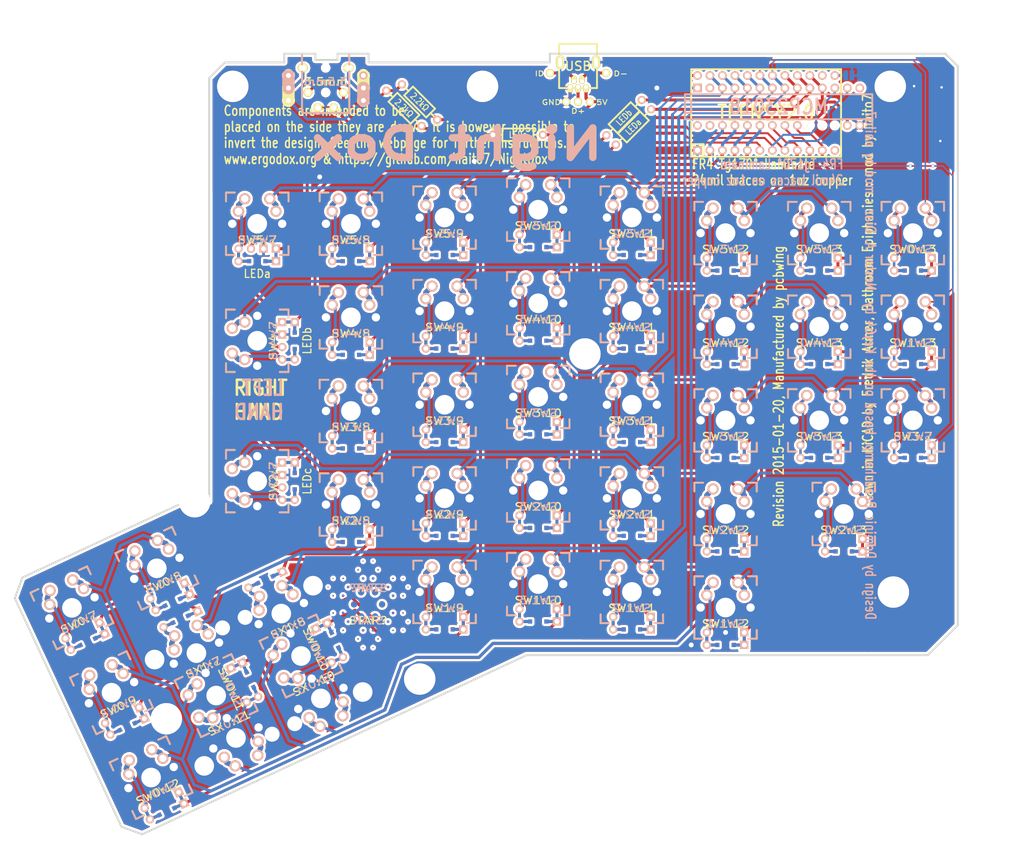
<source format=kicad_pcb>
(kicad_pcb (version 3) (host pcbnew "(2013-07-07 BZR 4022)-stable")
  (layers (15 Front signal hide) (0 Back signal) (18 B.Paste user) (19 F.Paste user hide) (20 B.SilkS user) (21 F.SilkS user hide) (22 B.Mask user) (23 F.Mask user hide) (28 Edge.Cuts user))
  (net 0 "")
  (net 1 /COL0)
  (net 2 /COL1)
  (net 3 /COL10)
  (net 4 /COL11)
  (net 5 /COL4)
  (net 6 /COL5)
  (net 7 /COL6)
  (net 8 /LED_A)
  (net 9 /LED_B)
  (net 10 /LED_C)
  (net 11 /ROW0)
  (net 12 /ROW1)
  (net 13 /ROW2)
  (net 14 /ROW3)
  (net 15 /ROW4)
  (net 16 /ROW5)
  (net 17 /SCLM)
  (net 18 /SDAM)
  (net 19 GND)
  (net 20 N-0000010)
  (net 21 N-0000012)
  (net 22 N-0000014)
  (net 23 N-0000015)
  (net 24 N-0000016)
  (net 25 N-0000017)
  (net 26 N-0000030)
  (net 27 N-0000031)
  (net 28 N-0000032)
  (net 29 N-0000033)
  (net 30 N-0000034)
  (net 31 N-0000035)
  (net 32 N-0000036)
  (net 33 N-0000037)
  (net 34 N-0000038)
  (net 35 N-0000039)
  (net 36 N-0000040)
  (net 37 N-0000041)
  (net 38 N-0000042)
  (net 39 N-0000043)
  (net 40 N-0000044)
  (net 41 N-0000045)
  (net 42 N-0000046)
  (net 43 N-0000047)
  (net 44 N-0000048)
  (net 45 N-000005)
  (net 46 N-0000050)
  (net 47 N-0000051)
  (net 48 N-0000054)
  (net 49 N-0000055)
  (net 50 N-0000056)
  (net 51 N-0000057)
  (net 52 N-0000058)
  (net 53 N-0000059)
  (net 54 N-000006)
  (net 55 N-0000060)
  (net 56 N-0000061)
  (net 57 N-0000062)
  (net 58 N-0000063)
  (net 59 N-0000066)
  (net 60 N-0000067)
  (net 61 N-0000068)
  (net 62 N-0000069)
  (net 63 N-0000070)
  (net 64 N-0000071)
  (net 65 N-0000075)
  (net 66 N-000008)
  (net 67 VCC)
  (module STAR (layer Back) (at 94.9325 142.5575)
    (fp_text reference STAR? (at 0 -3.302) (layer B.SilkS) (effects (font (size 1.524 1.778) (thickness 0.254)) (justify mirror)))
    (fp_text value STAR (at 0 -3.302) (layer B.SilkS) (effects (font (size 1.524 1.778) (thickness 0.254)) (justify mirror)))
    (pad 0 smd circle (at 2.8448 0) (size 1.27 1.27) (layers Back))
    (pad 0 smd circle (at 1.4224 -2.46126) (size 1.27 1.27) (layers Back))
    (pad 0 smd circle (at -1.41986 -2.46126) (size 1.27 1.27) (layers Back))
    (pad 0 smd circle (at -2.8448 0) (size 1.27 1.27) (layers Back))
    (pad 0 smd circle (at -1.4224 2.46126) (size 1.27 1.27) (layers Back))
    (pad 0 smd circle (at 1.41986 2.46126) (size 1.27 1.27) (layers Back))
    (pad 1 smd circle (at 5.08 -1.75768) (size 0.508 0.508) (layers Back))
    (pad 1 smd circle (at 1.016 -5.27812) (size 0.508 0.508) (layers Back))
    (pad 1 smd circle (at -4.06146 -3.5179) (size 0.508 0.508) (layers Back))
    (pad 1 smd circle (at -5.08 1.75768) (size 0.508 0.508) (layers Back))
    (pad 1 smd circle (at -1.016 5.27812) (size 0.508 0.508) (layers Back))
    (pad 1 smd circle (at 4.06146 3.5179) (size 0.508 0.508) (layers Back))
    (pad 2 smd circle (at 4.064 -3.5179) (size 0.508 0.508) (layers Back))
    (pad 2 smd circle (at -1.01346 -5.27812) (size 0.508 0.508) (layers Back))
    (pad 2 smd circle (at -5.08 -1.75768) (size 0.508 0.508) (layers Back))
    (pad 2 smd circle (at -4.064 3.5179) (size 0.508 0.508) (layers Back))
    (pad 2 smd circle (at 1.01346 5.27812) (size 0.508 0.508) (layers Back))
    (pad 2 smd circle (at 5.07746 1.75768) (size 0.508 0.508) (layers Back))
    (pad 3 smd circle (at 7.112 -1.75768) (size 0.3048 0.3048) (layers Back))
    (pad 3 smd circle (at 2.032 -7.03834) (size 0.3048 0.3048) (layers Back))
    (pad 3 smd circle (at -5.07746 -5.27812) (size 0.3048 0.3048) (layers Back))
    (pad 3 smd circle (at -7.112 1.75768) (size 0.3048 0.3048) (layers Back))
    (pad 3 smd circle (at -2.032 7.03834) (size 0.3048 0.3048) (layers Back))
    (pad 3 smd circle (at 5.07746 5.27812) (size 0.3048 0.3048) (layers Back))
    (pad 4 smd circle (at 5.08 -5.27812) (size 0.3048 0.3048) (layers Back))
    (pad 4 smd circle (at -2.02946 -7.03834) (size 0.3048 0.3048) (layers Back))
    (pad 4 smd circle (at -7.112 -1.75768) (size 0.3048 0.3048) (layers Back))
    (pad 4 smd circle (at -5.08 5.27812) (size 0.3048 0.3048) (layers Back))
    (pad 4 smd circle (at 2.02946 7.03834) (size 0.3048 0.3048) (layers Back))
    (pad 4 smd circle (at 7.10946 1.75768) (size 0.3048 0.3048) (layers Back))
    (pad 5 smd circle (at 8.128 -3.5179) (size 0.2032 0.2032) (layers Back))
    (pad 5 smd circle (at 1.016 -8.79856) (size 0.2032 0.2032) (layers Back))
    (pad 5 smd circle (at -7.10946 -5.27812) (size 0.2032 0.2032) (layers Back))
    (pad 5 smd circle (at -8.128 3.5179) (size 0.2032 0.2032) (layers Back))
    (pad 5 smd circle (at -1.016 8.79856) (size 0.2032 0.2032) (layers Back))
    (pad 5 smd circle (at 7.10946 5.27812) (size 0.2032 0.2032) (layers Back))
    (pad 6 smd circle (at 7.112 -5.27812) (size 0.2032 0.2032) (layers Back))
    (pad 6 smd circle (at -1.01346 -8.79856) (size 0.2032 0.2032) (layers Back))
    (pad 6 smd circle (at -8.128 -3.5179) (size 0.2032 0.2032) (layers Back))
    (pad 6 smd circle (at -7.112 5.27812) (size 0.2032 0.2032) (layers Back))
    (pad 6 smd circle (at 1.01346 8.79856) (size 0.2032 0.2032) (layers Back))
    (pad 6 smd circle (at 8.128 3.5179) (size 0.2032 0.2032) (layers Back))
  )
  (module STAR (layer Front) (at 94.9325 142.5575)
    (fp_text reference STAR? (at 0 3.302) (layer F.SilkS) (effects (font (size 1.524 1.778) (thickness 0.254))))
    (fp_text value STAR (at 0 3.302) (layer B.SilkS) (effects (font (size 1.524 1.778) (thickness 0.254)) (justify mirror)))
    (pad 0 smd circle (at 2.8448 0) (size 1.27 1.27) (layers Front))
    (pad 0 smd circle (at 1.4224 2.46126) (size 1.27 1.27) (layers Front))
    (pad 0 smd circle (at -1.41986 2.46126) (size 1.27 1.27) (layers Front))
    (pad 0 smd circle (at -2.8448 0) (size 1.27 1.27) (layers Front))
    (pad 0 smd circle (at -1.4224 -2.46126) (size 1.27 1.27) (layers Front))
    (pad 0 smd circle (at 1.41986 -2.46126) (size 1.27 1.27) (layers Front))
    (pad 1 smd circle (at 5.08 1.75768) (size 0.508 0.508) (layers Front))
    (pad 1 smd circle (at 1.016 5.27812) (size 0.508 0.508) (layers Front))
    (pad 1 smd circle (at -4.06146 3.5179) (size 0.508 0.508) (layers Front))
    (pad 1 smd circle (at -5.08 -1.75768) (size 0.508 0.508) (layers Front))
    (pad 1 smd circle (at -1.016 -5.27812) (size 0.508 0.508) (layers Front))
    (pad 1 smd circle (at 4.06146 -3.5179) (size 0.508 0.508) (layers Front))
    (pad 2 smd circle (at 4.064 3.5179) (size 0.508 0.508) (layers Front))
    (pad 2 smd circle (at -1.01346 5.27812) (size 0.508 0.508) (layers Front))
    (pad 2 smd circle (at -5.08 1.75768) (size 0.508 0.508) (layers Front))
    (pad 2 smd circle (at -4.064 -3.5179) (size 0.508 0.508) (layers Front))
    (pad 2 smd circle (at 1.01346 -5.27812) (size 0.508 0.508) (layers Front))
    (pad 2 smd circle (at 5.07746 -1.75768) (size 0.508 0.508) (layers Front))
    (pad 3 smd circle (at 7.112 1.75768) (size 0.3048 0.3048) (layers Front))
    (pad 3 smd circle (at 2.032 7.03834) (size 0.3048 0.3048) (layers Front))
    (pad 3 smd circle (at -5.07746 5.27812) (size 0.3048 0.3048) (layers Front))
    (pad 3 smd circle (at -7.112 -1.75768) (size 0.3048 0.3048) (layers Front))
    (pad 3 smd circle (at -2.032 -7.03834) (size 0.3048 0.3048) (layers Front))
    (pad 3 smd circle (at 5.07746 -5.27812) (size 0.3048 0.3048) (layers Front))
    (pad 4 smd circle (at 5.08 5.27812) (size 0.3048 0.3048) (layers Front))
    (pad 4 smd circle (at -2.02946 7.03834) (size 0.3048 0.3048) (layers Front))
    (pad 4 smd circle (at -7.112 1.75768) (size 0.3048 0.3048) (layers Front))
    (pad 4 smd circle (at -5.08 -5.27812) (size 0.3048 0.3048) (layers Front))
    (pad 4 smd circle (at 2.02946 -7.03834) (size 0.3048 0.3048) (layers Front))
    (pad 4 smd circle (at 7.10946 -1.75768) (size 0.3048 0.3048) (layers Front))
    (pad 5 smd circle (at 8.128 3.5179) (size 0.2032 0.2032) (layers Front))
    (pad 5 smd circle (at 1.016 8.79856) (size 0.2032 0.2032) (layers Front))
    (pad 5 smd circle (at -7.10946 5.27812) (size 0.2032 0.2032) (layers Front))
    (pad 5 smd circle (at -8.128 -3.5179) (size 0.2032 0.2032) (layers Front))
    (pad 5 smd circle (at -1.016 -8.79856) (size 0.2032 0.2032) (layers Front))
    (pad 5 smd circle (at 7.10946 -5.27812) (size 0.2032 0.2032) (layers Front))
    (pad 6 smd circle (at 7.112 5.27812) (size 0.2032 0.2032) (layers Front))
    (pad 6 smd circle (at -1.01346 8.79856) (size 0.2032 0.2032) (layers Front))
    (pad 6 smd circle (at -8.128 3.5179) (size 0.2032 0.2032) (layers Front))
    (pad 6 smd circle (at -7.112 -5.27812) (size 0.2032 0.2032) (layers Front))
    (pad 6 smd circle (at 1.01346 -8.79856) (size 0.2032 0.2032) (layers Front))
    (pad 6 smd circle (at 8.128 -3.5179) (size 0.2032 0.2032) (layers Front))
  )
  (module DIP28_300 (layer Back) (at 178.435 41.275)
    (fp_text reference U2 hide)
    (fp_text value MCP23018 (at 0 0) (layer B.SilkS) (effects (font (size 3.048 2.54) (thickness 0.4572)) (justify mirror)))
    (pad 2 thru_hole circle (at -13.97 -3.81) (size 1.7526 1.7526) (drill 1.0922) (layers *.Cu *.SilkS *.Mask))
    (pad 3 thru_hole circle (at -11.43 -3.81) (size 1.7526 1.7526) (drill 1.0922) (layers *.Cu *.SilkS *.Mask) (net 16 /ROW5))
    (pad 4 thru_hole circle (at -8.89 -3.81) (size 1.7526 1.7526) (drill 1.0922) (layers *.Cu *.SilkS *.Mask) (net 15 /ROW4))
    (pad 5 thru_hole circle (at -6.35 -3.81) (size 1.7526 1.7526) (drill 1.0922) (layers *.Cu *.SilkS *.Mask) (net 14 /ROW3))
    (pad 6 thru_hole circle (at -3.81 -3.81) (size 1.7526 1.7526) (drill 1.0922) (layers *.Cu *.SilkS *.Mask) (net 13 /ROW2))
    (pad 7 thru_hole circle (at -1.27 -3.81) (size 1.7526 1.7526) (drill 1.0922) (layers *.Cu *.SilkS *.Mask) (net 12 /ROW1))
    (pad 8 thru_hole circle (at 1.27 -3.81) (size 1.7526 1.7526) (drill 1.0922) (layers *.Cu *.SilkS *.Mask) (net 11 /ROW0))
    (pad 9 thru_hole circle (at 3.81 -3.81) (size 1.7526 1.7526) (drill 1.0922) (layers *.Cu *.SilkS *.Mask))
    (pad 10 thru_hole circle (at 6.35 -3.81) (size 1.7526 1.7526) (drill 1.0922) (layers *.Cu *.SilkS *.Mask))
    (pad 11 thru_hole circle (at 8.89 -3.81) (size 1.7526 1.7526) (drill 1.0922) (layers *.Cu *.SilkS *.Mask) (net 67 VCC))
    (pad 12 thru_hole circle (at 11.43 -3.81) (size 1.7526 1.7526) (drill 1.0922) (layers *.Cu *.SilkS *.Mask) (net 17 /SCLM))
    (pad 13 thru_hole circle (at 13.97 -3.81) (size 1.7526 1.7526) (drill 1.0922) (layers *.Cu *.SilkS *.Mask) (net 18 /SDAM))
    (pad 14 thru_hole circle (at 16.51 -3.81) (size 1.7526 1.7526) (drill 1.0922) (layers *.Cu *.SilkS *.Mask))
    (pad 1 thru_hole rect (at -16.51 -3.81) (size 1.7526 1.7526) (drill 1.0922) (layers *.Cu *.SilkS *.Mask) (net 19 GND))
    (pad 15 thru_hole circle (at 16.51 3.81) (size 1.7526 1.7526) (drill 1.0922) (layers *.Cu *.SilkS *.Mask) (net 19 GND))
    (pad 16 thru_hole circle (at 13.97 3.81) (size 1.7526 1.7526) (drill 1.0922) (layers *.Cu *.SilkS *.Mask) (net 67 VCC))
    (pad 17 np_thru_hole circle (at 11.43 3.81) (size 1.0922 1.0922) (drill 1.0922) (layers *.Cu *.SilkS *.Mask))
    (pad 18 np_thru_hole circle (at 8.89 3.81) (size 1.0922 1.0922) (drill 1.0922) (layers *.Cu *.SilkS *.Mask))
    (pad 19 np_thru_hole circle (at 6.35 3.81) (size 1.0922 1.0922) (drill 1.0922) (layers *.Cu *.SilkS *.Mask))
    (pad 20 thru_hole circle (at 3.81 3.81) (size 1.7526 1.7526) (drill 1.0922) (layers *.Cu *.SilkS *.Mask) (net 1 /COL0))
    (pad 21 thru_hole circle (at 1.27 3.81) (size 1.7526 1.7526) (drill 1.0922) (layers *.Cu *.SilkS *.Mask) (net 2 /COL1))
    (pad 22 thru_hole circle (at -1.27 3.81) (size 1.7526 1.7526) (drill 1.0922) (layers *.Cu *.SilkS *.Mask) (net 4 /COL11))
    (pad 23 thru_hole circle (at -3.81 3.81) (size 1.7526 1.7526) (drill 1.0922) (layers *.Cu *.SilkS *.Mask) (net 3 /COL10))
    (pad 24 thru_hole circle (at -6.35 3.81) (size 1.7526 1.7526) (drill 1.0922) (layers *.Cu *.SilkS *.Mask) (net 5 /COL4))
    (pad 25 thru_hole circle (at -8.89 3.81) (size 1.7526 1.7526) (drill 1.0922) (layers *.Cu *.SilkS *.Mask) (net 6 /COL5))
    (pad 26 thru_hole circle (at -11.43 3.81) (size 1.7526 1.7526) (drill 1.0922) (layers *.Cu *.SilkS *.Mask) (net 7 /COL6))
    (pad 27 thru_hole circle (at -13.97 3.81) (size 1.7526 1.7526) (drill 1.0922) (layers *.Cu *.SilkS *.Mask))
    (pad 28 thru_hole circle (at -16.51 3.81) (size 1.7526 1.7526) (drill 1.0922) (layers *.Cu *.SilkS *.Mask))
  )
  (module DIODE (layer Front) (at 56.7944 145.57756 25)
    (fp_text reference D1:7 hide)
    (fp_text value D hide)
    (fp_line (start -3.81 0) (end -1.6637 0) (layer Back) (width 0.6096))
    (fp_line (start 1.6637 0) (end 3.81 0) (layer Back) (width 0.6096))
    (fp_line (start -3.81 0) (end -1.6637 0) (layer Front) (width 0.6096))
    (fp_line (start 1.6637 0) (end 3.81 0) (layer Front) (width 0.6096))
    (pad 1 thru_hole circle (at -3.81 0 25) (size 1.651 1.651) (drill 0.9906) (layers *.Cu *.SilkS *.Mask) (net 66 N-000008))
    (pad 99 smd rect (at -1.6637 0 25) (size 0.8382 0.8382) (layers Front F.Paste F.Mask))
    (pad 99 smd rect (at -1.6637 0 25) (size 0.8382 0.8382) (layers Back B.Paste B.Mask))
    (pad 2 thru_hole rect (at 3.81 0 25) (size 1.651 1.651) (drill 0.9906) (layers *.Cu *.SilkS *.Mask) (net 7 /COL6))
    (pad 99 smd rect (at 1.6637 0 25) (size 0.8382 0.8382) (layers Front F.Paste F.Mask))
    (pad 99 smd rect (at 1.6637 0 25) (size 0.8382 0.8382) (layers Back B.Paste B.Mask))
  )
  (module DIODE (layer Front) (at 74.05878 137.52576 25)
    (fp_text reference D1:8 hide)
    (fp_text value D hide)
    (fp_line (start -3.81 0) (end -1.6637 0) (layer Back) (width 0.6096))
    (fp_line (start 1.6637 0) (end 3.81 0) (layer Back) (width 0.6096))
    (fp_line (start -3.81 0) (end -1.6637 0) (layer Front) (width 0.6096))
    (fp_line (start 1.6637 0) (end 3.81 0) (layer Front) (width 0.6096))
    (pad 1 thru_hole circle (at -3.81 0 25) (size 1.651 1.651) (drill 0.9906) (layers *.Cu *.SilkS *.Mask) (net 21 N-0000012))
    (pad 99 smd rect (at -1.6637 0 25) (size 0.8382 0.8382) (layers Front F.Paste F.Mask))
    (pad 99 smd rect (at -1.6637 0 25) (size 0.8382 0.8382) (layers Back B.Paste B.Mask))
    (pad 2 thru_hole rect (at 3.81 0 25) (size 1.651 1.651) (drill 0.9906) (layers *.Cu *.SilkS *.Mask) (net 6 /COL5))
    (pad 99 smd rect (at 1.6637 0 25) (size 0.8382 0.8382) (layers Front F.Paste F.Mask))
    (pad 99 smd rect (at 1.6637 0 25) (size 0.8382 0.8382) (layers Back B.Paste B.Mask))
  )
  (module MX_LED (layer Front) (at 72.39 117.48516 90)
    (fp_text reference LED_C1 hide)
    (fp_text value LEDc (at 0 10.16 90) (layer F.SilkS) (effects (font (size 1.651 1.524) (thickness 0.254))))
    (pad 1 thru_hole circle (at -1.27 5.08 90) (size 1.651 1.651) (drill 0.9906) (layers *.Cu *.SilkS *.Mask) (net 62 N-0000069))
    (pad 2 thru_hole rect (at 1.27 5.08 90) (size 1.651 1.651) (drill 0.9906) (layers *.Cu *.SilkS *.Mask) (net 19 GND))
  )
  (module MX_LED (layer Front) (at 72.39 88.91016 90)
    (fp_text reference LED_B1 hide)
    (fp_text value LEDb (at 0 10.16 90) (layer F.SilkS) (effects (font (size 1.651 1.524) (thickness 0.254))))
    (pad 1 thru_hole circle (at -1.27 5.08 90) (size 1.651 1.651) (drill 0.9906) (layers *.Cu *.SilkS *.Mask) (net 63 N-0000070))
    (pad 2 thru_hole rect (at 1.27 5.08 90) (size 1.651 1.651) (drill 0.9906) (layers *.Cu *.SilkS *.Mask) (net 19 GND))
  )
  (module MX_LED (layer Front) (at 72.39 65.1002)
    (fp_text reference LED_A1 hide)
    (fp_text value LEDa (at 0 10.16) (layer F.SilkS) (effects (font (size 1.651 1.524) (thickness 0.254))))
    (pad 1 thru_hole circle (at -1.27 5.08) (size 1.651 1.651) (drill 0.9906) (layers *.Cu *.SilkS *.Mask) (net 64 N-0000071))
    (pad 2 thru_hole rect (at 1.27 5.08) (size 1.651 1.651) (drill 0.9906) (layers *.Cu *.SilkS *.Mask) (net 19 GND))
  )
  (module USBMINImod (layer Front) (at 137.6426 30.48 270)
    (fp_text reference J1 hide)
    (fp_text value USB (at 2.54 0 360) (layer F.SilkS) (effects (font (size 1.778 1.778) (thickness 0.3048))))
    (fp_line (start 9.779 2.413) (end 9.017 1.651) (layer Front) (width 0.6096))
    (fp_line (start 9.017 1.651) (end 7.493 1.651) (layer Front) (width 0.6096))
    (fp_line (start 9.779 -2.413) (end 9.144 -1.651) (layer Front) (width 0.6096))
    (fp_line (start 9.144 -1.651) (end 7.493 -1.651) (layer Front) (width 0.6096))
    (fp_line (start 7.493 0) (end 9.779 0) (layer Front) (width 0.6096))
    (fp_line (start 4.953 0.889) (end 3.937 2.032) (layer Front) (width 0.6096))
    (fp_line (start 3.937 2.032) (end 3.937 5.715) (layer Front) (width 0.6096))
    (fp_line (start 4.953 -0.889) (end 3.937 -1.905) (layer Front) (width 0.6096))
    (fp_line (start 3.937 -1.905) (end 3.937 -5.715) (layer Front) (width 0.6096))
    (pad 1 thru_hole oval (at 6.79958 -1.6002 270) (size 1.651 1.143) (drill 0.762 (offset 0.27432 0)) (layers *.Cu *.Mask F.SilkS) (net 67 VCC))
    (pad 2 thru_hole oval (at 5.6007 -0.8001 270) (size 1.651 1.143) (drill 0.762 (offset -0.27432 0)) (layers *.Cu *.Mask F.SilkS))
    (pad 3 thru_hole oval (at 6.79958 0 270) (size 1.651 1.143) (drill 0.762 (offset 0.27432 0)) (layers *.Cu *.Mask F.SilkS))
    (pad 4 thru_hole oval (at 5.6007 0.8001 270) (size 1.651 1.143) (drill 0.762 (offset -0.27432 0)) (layers *.Cu *.Mask F.SilkS))
    (pad 5 thru_hole oval (at 6.79958 1.6002 270) (size 1.651 1.143) (drill 0.762 (offset 0.27432 0)) (layers *.Cu *.Mask F.SilkS) (net 19 GND))
    (pad 6 thru_hole oval (at 1.75006 3.64744 270) (size 2.794 1.7018) (drill oval 1.905 0.762) (layers *.Cu *.Mask F.SilkS) (net 19 GND))
    (pad 6 thru_hole oval (at 1.75006 -3.64744 270) (size 2.794 1.7018) (drill oval 1.905 0.762) (layers *.Cu *.Mask F.SilkS) (net 19 GND))
    (pad 1 thru_hole circle (at 9.779 -2.413 270) (size 1.651 1.651) (drill 0.9906) (layers *.Cu *.Mask F.SilkS) (net 67 VCC))
    (pad 2 thru_hole circle (at 3.937 -5.715 270) (size 1.651 1.651) (drill 0.9906) (layers *.Cu *.Mask F.SilkS))
    (pad 3 thru_hole circle (at 9.779 0 270) (size 1.651 1.651) (drill 0.9906) (layers *.Cu *.Mask F.SilkS))
    (pad 4 thru_hole circle (at 3.937 5.715 270) (size 1.651 1.651) (drill 0.9906) (layers *.Cu *.Mask F.SilkS))
    (pad 5 thru_hole circle (at 9.779 2.413 270) (size 1.651 1.651) (drill 0.9906) (layers *.Cu *.Mask F.SilkS) (net 19 GND))
  )
  (module MX_FLIP (layer Front) (at 77.2795 144.43202 25)
    (fp_text reference SX1:8 (at 0 3.302 25) (layer F.SilkS) (effects (font (size 1.524 1.778) (thickness 0.254))))
    (fp_text value SX1:5 (at 0 3.302 25) (layer B.SilkS) (effects (font (size 1.524 1.778) (thickness 0.254)) (justify mirror)))
    (pad 1 thru_hole circle (at 2.54 -5.08 25) (size 2.286 2.286) (drill 1.4986) (layers *.Cu *.SilkS *.Mask) (net 12 /ROW1))
    (pad 2 thru_hole circle (at -3.81 -2.54 25) (size 2.286 2.286) (drill 1.4986) (layers *.Cu *.SilkS *.Mask) (net 21 N-0000012))
    (pad 0 np_thru_hole circle (at 0 0 25) (size 3.9878 3.9878) (drill 3.9878) (layers *.Cu) (net 19 GND))
    (pad 0 thru_hole circle (at -5.08 0 25) (size 1.7018 1.7018) (drill 1.7018) (layers *.Cu) (net 19 GND))
    (pad 0 thru_hole circle (at 5.08 0 25) (size 1.7018 1.7018) (drill 1.7018) (layers *.Cu) (net 19 GND))
    (pad 1 thru_hole circle (at 3.81 -2.54 25) (size 2.286 2.286) (drill 1.4986) (layers *.Cu *.SilkS *.Mask) (net 12 /ROW1))
    (pad 2 thru_hole circle (at -2.54 -5.08 25) (size 2.286 2.286) (drill 1.4986) (layers *.Cu *.SilkS *.Mask) (net 21 N-0000012))
  )
  (module MX_FLIP (layer Front) (at 60.01512 152.48382 25)
    (fp_text reference SX1:7 (at 0 3.302 25) (layer F.SilkS) (effects (font (size 1.524 1.778) (thickness 0.254))))
    (fp_text value SX1:6 (at 0 3.302 25) (layer B.SilkS) (effects (font (size 1.524 1.778) (thickness 0.254)) (justify mirror)))
    (pad 1 thru_hole circle (at 2.54 -5.08 25) (size 2.286 2.286) (drill 1.4986) (layers *.Cu *.SilkS *.Mask) (net 12 /ROW1))
    (pad 2 thru_hole circle (at -3.81 -2.54 25) (size 2.286 2.286) (drill 1.4986) (layers *.Cu *.SilkS *.Mask) (net 66 N-000008))
    (pad 0 np_thru_hole circle (at 0 0 25) (size 3.9878 3.9878) (drill 3.9878) (layers *.Cu) (net 19 GND))
    (pad 0 thru_hole circle (at -5.08 0 25) (size 1.7018 1.7018) (drill 1.7018) (layers *.Cu) (net 19 GND))
    (pad 0 thru_hole circle (at 5.08 0 25) (size 1.7018 1.7018) (drill 1.7018) (layers *.Cu) (net 19 GND))
    (pad 1 thru_hole circle (at 3.81 -2.54 25) (size 2.286 2.286) (drill 1.4986) (layers *.Cu *.SilkS *.Mask) (net 12 /ROW1))
    (pad 2 thru_hole circle (at -2.54 -5.08 25) (size 2.286 2.286) (drill 1.4986) (layers *.Cu *.SilkS *.Mask) (net 66 N-000008))
  )
  (module MX_FLIP (layer Front) (at 85.3313 161.69894 205)
    (fp_text reference SX0:10 (at 0 3.302 205) (layer F.SilkS) (effects (font (size 1.524 1.778) (thickness 0.254))))
    (fp_text value SX0:3 (at 0 3.302 205) (layer B.SilkS) (effects (font (size 1.524 1.778) (thickness 0.254)) (justify mirror)))
    (pad 1 thru_hole circle (at 2.54 -5.08 205) (size 2.286 2.286) (drill 1.4986) (layers *.Cu *.SilkS *.Mask) (net 11 /ROW0))
    (pad 2 thru_hole circle (at -3.81 -2.54 205) (size 2.286 2.286) (drill 1.4986) (layers *.Cu *.SilkS *.Mask) (net 25 N-0000017))
    (pad 0 np_thru_hole circle (at 0 0 205) (size 3.9878 3.9878) (drill 3.9878) (layers *.Cu) (net 19 GND))
    (pad 0 thru_hole circle (at -5.08 0 205) (size 1.7018 1.7018) (drill 1.7018) (layers *.Cu) (net 19 GND))
    (pad 0 thru_hole circle (at 5.08 0 205) (size 1.7018 1.7018) (drill 1.7018) (layers *.Cu) (net 19 GND))
    (pad 1 thru_hole circle (at 3.81 -2.54 205) (size 2.286 2.286) (drill 1.4986) (layers *.Cu *.SilkS *.Mask) (net 11 /ROW0))
    (pad 2 thru_hole circle (at -2.54 -5.08 205) (size 2.286 2.286) (drill 1.4986) (layers *.Cu *.SilkS *.Mask) (net 25 N-0000017))
  )
  (module MX_FLIP (layer Front) (at 68.06438 169.7482 205)
    (fp_text reference SX0:11 (at 0 3.302 205) (layer F.SilkS) (effects (font (size 1.524 1.778) (thickness 0.254))))
    (fp_text value SX0:2 (at 0 3.302 205) (layer B.SilkS) (effects (font (size 1.524 1.778) (thickness 0.254)) (justify mirror)))
    (pad 1 thru_hole circle (at 2.54 -5.08 205) (size 2.286 2.286) (drill 1.4986) (layers *.Cu *.SilkS *.Mask) (net 11 /ROW0))
    (pad 2 thru_hole circle (at -3.81 -2.54 205) (size 2.286 2.286) (drill 1.4986) (layers *.Cu *.SilkS *.Mask) (net 65 N-0000075))
    (pad 0 np_thru_hole circle (at 0 0 205) (size 3.9878 3.9878) (drill 3.9878) (layers *.Cu) (net 19 GND))
    (pad 0 thru_hole circle (at -5.08 0 205) (size 1.7018 1.7018) (drill 1.7018) (layers *.Cu) (net 19 GND))
    (pad 0 thru_hole circle (at 5.08 0 205) (size 1.7018 1.7018) (drill 1.7018) (layers *.Cu) (net 19 GND))
    (pad 1 thru_hole circle (at 3.81 -2.54 205) (size 2.286 2.286) (drill 1.4986) (layers *.Cu *.SilkS *.Mask) (net 11 /ROW0))
    (pad 2 thru_hole circle (at -2.54 -5.08 205) (size 2.286 2.286) (drill 1.4986) (layers *.Cu *.SilkS *.Mask) (net 65 N-0000075))
  )
  (module RESISTOR (layer Front) (at 148.9075 45.4025 225)
    (fp_text reference RA1 hide)
    (fp_text value LEDa (at 0 0 225) (layer F.SilkS) (effects (font (size 1.27 1.016) (thickness 0.2032))))
    (pad 1 thru_hole circle (at -5.08 0 225) (size 1.651 1.651) (drill 0.9906) (layers *.Cu *.SilkS *.Mask) (net 8 /LED_A))
    (pad 2 thru_hole circle (at 5.08 0 225) (size 1.651 1.651) (drill 0.9906) (layers *.Cu *.SilkS *.Mask) (net 64 N-0000071))
  )
  (module RESISTOR (layer Front) (at 147.0025 43.4975 225)
    (fp_text reference RB1 hide)
    (fp_text value LEDb (at 0 0 225) (layer F.SilkS) (effects (font (size 1.27 1.016) (thickness 0.2032))))
    (pad 1 thru_hole circle (at -5.08 0 225) (size 1.651 1.651) (drill 0.9906) (layers *.Cu *.SilkS *.Mask) (net 9 /LED_B))
    (pad 2 thru_hole circle (at 5.08 0 225) (size 1.651 1.651) (drill 0.9906) (layers *.Cu *.SilkS *.Mask) (net 63 N-0000070))
  )
  (module RESISTOR (layer Front) (at 125.4125 46.99 180)
    (fp_text reference RC1 hide)
    (fp_text value LEDc (at 0 0 180) (layer F.SilkS) (effects (font (size 1.27 1.016) (thickness 0.2032))))
    (pad 1 thru_hole circle (at -5.08 0 180) (size 1.651 1.651) (drill 0.9906) (layers *.Cu *.SilkS *.Mask) (net 10 /LED_C))
    (pad 2 thru_hole circle (at 5.08 0 180) (size 1.651 1.651) (drill 0.9906) (layers *.Cu *.SilkS *.Mask) (net 62 N-0000069))
  )
  (module RESISTOR (layer Front) (at 105.41 40.3225 315)
    (fp_text reference R1 hide)
    (fp_text value 2.2kΩ (at 0 0 315) (layer F.SilkS) (effects (font (size 1.27 1.016) (thickness 0.2032))))
    (pad 1 thru_hole circle (at -5.08 0 315) (size 1.651 1.651) (drill 0.9906) (layers *.Cu *.SilkS *.Mask) (net 67 VCC))
    (pad 2 thru_hole circle (at 5.08 0 315) (size 1.651 1.651) (drill 0.9906) (layers *.Cu *.SilkS *.Mask) (net 18 /SDAM))
  )
  (module RESISTOR (layer Front) (at 102.235 41.5925 315)
    (fp_text reference R2 hide)
    (fp_text value 2.2kΩ (at 0 0 315) (layer F.SilkS) (effects (font (size 1.27 1.016) (thickness 0.2032))))
    (pad 1 thru_hole circle (at -5.08 0 315) (size 1.651 1.651) (drill 0.9906) (layers *.Cu *.SilkS *.Mask) (net 67 VCC))
    (pad 2 thru_hole circle (at 5.08 0 315) (size 1.651 1.651) (drill 0.9906) (layers *.Cu *.SilkS *.Mask) (net 17 /SCLM))
  )
  (module 100PITCH1X3 (layer Front) (at 78.74 37.465 90)
    (fp_text reference J4 hide)
    (fp_text value JMP hide)
    (pad 1 thru_hole circle (at -2.54 0 90) (size 1.651 1.651) (drill 0.9906) (layers *.Cu *.Mask F.SilkS) (net 67 VCC))
    (pad 2 thru_hole circle (at 0 0 90) (size 1.651 1.651) (drill 0.9906) (layers *.Cu *.Mask F.SilkS) (net 54 N-000006))
    (pad 3 thru_hole circle (at 2.54 0 90) (size 1.651 1.651) (drill 0.9906) (layers *.Cu *.Mask F.SilkS) (net 19 GND))
  )
  (module 100PITCH1X3 (layer Back) (at 93.98 37.465 90)
    (fp_text reference J3 hide)
    (fp_text value JMP hide)
    (pad 1 thru_hole circle (at -2.54 0 90) (size 1.651 1.651) (drill 0.9906) (layers *.Cu *.Mask B.SilkS) (net 67 VCC))
    (pad 2 thru_hole circle (at 0 0 90) (size 1.651 1.651) (drill 0.9906) (layers *.Cu *.Mask B.SilkS) (net 45 N-000005))
    (pad 3 thru_hole circle (at 2.54 0 90) (size 1.651 1.651) (drill 0.9906) (layers *.Cu *.Mask B.SilkS) (net 19 GND))
  )
  (module TEENSY_2.0 (layer Front) (at 175.895 42.545)
    (fp_text reference U1 hide)
    (fp_text value TEENSY2.0 (at 0 0) (layer F.SilkS) (effects (font (size 3.048 2.54) (thickness 0.4572))))
    (pad 1 thru_hole rect (at -13.97 7.62) (size 1.7526 1.7526) (drill 1.0922) (layers *.Cu *.SilkS *.Mask) (net 19 GND))
    (pad 2 thru_hole circle (at -11.43 7.62) (size 1.7526 1.7526) (drill 1.0922) (layers *.Cu *.SilkS *.Mask) (net 7 /COL6))
    (pad 3 thru_hole circle (at -8.89 7.62) (size 1.7526 1.7526) (drill 1.0922) (layers *.Cu *.SilkS *.Mask) (net 6 /COL5))
    (pad 4 thru_hole circle (at -6.35 7.62) (size 1.7526 1.7526) (drill 1.0922) (layers *.Cu *.SilkS *.Mask) (net 5 /COL4))
    (pad 5 thru_hole circle (at -3.81 7.62) (size 1.7526 1.7526) (drill 1.0922) (layers *.Cu *.SilkS *.Mask) (net 3 /COL10))
    (pad 6 thru_hole circle (at -1.27 7.62) (size 1.7526 1.7526) (drill 1.0922) (layers *.Cu *.SilkS *.Mask) (net 10 /LED_C))
    (pad 7 thru_hole circle (at 1.27 7.62) (size 1.7526 1.7526) (drill 1.0922) (layers *.Cu *.SilkS *.Mask) (net 17 /SCLM))
    (pad 8 thru_hole circle (at 3.81 7.62) (size 1.7526 1.7526) (drill 1.0922) (layers *.Cu *.SilkS *.Mask) (net 18 /SDAM))
    (pad 9 thru_hole circle (at 6.35 7.62) (size 1.7526 1.7526) (drill 1.0922) (layers *.Cu *.SilkS *.Mask) (net 4 /COL11))
    (pad 10 thru_hole circle (at 8.89 7.62) (size 1.7526 1.7526) (drill 1.0922) (layers *.Cu *.SilkS *.Mask) (net 2 /COL1))
    (pad 11 thru_hole circle (at 11.43 7.62) (size 1.7526 1.7526) (drill 1.0922) (layers *.Cu *.SilkS *.Mask) (net 1 /COL0))
    (pad 12 thru_hole circle (at 13.97 7.62) (size 1.7526 1.7526) (drill 1.0922) (layers *.Cu *.SilkS *.Mask))
    (pad 18 thru_hole circle (at 13.97 -7.62) (size 1.7526 1.7526) (drill 1.08966) (layers *.Cu *.SilkS *.Mask) (net 19 GND))
    (pad 19 thru_hole circle (at 11.43 -7.62) (size 1.7526 1.7526) (drill 1.0922) (layers *.Cu *.SilkS *.Mask))
    (pad 20 thru_hole circle (at 8.89 -7.62) (size 1.7526 1.7526) (drill 1.0922) (layers *.Cu *.SilkS *.Mask) (net 67 VCC))
    (pad 21 thru_hole circle (at 6.35 -7.62) (size 1.7526 1.7526) (drill 1.0922) (layers *.Cu *.SilkS *.Mask) (net 8 /LED_A))
    (pad 22 thru_hole circle (at 3.81 -7.62) (size 1.7526 1.7526) (drill 1.0922) (layers *.Cu *.SilkS *.Mask) (net 9 /LED_B))
    (pad 23 thru_hole circle (at 1.27 -7.62) (size 1.7526 1.7526) (drill 1.0922) (layers *.Cu *.SilkS *.Mask) (net 11 /ROW0))
    (pad 24 thru_hole circle (at -1.27 -7.62) (size 1.7526 1.7526) (drill 1.0922) (layers *.Cu *.SilkS *.Mask) (net 12 /ROW1))
    (pad 27 thru_hole circle (at -8.89 -7.62) (size 1.7526 1.7526) (drill 1.0922) (layers *.Cu *.SilkS *.Mask) (net 15 /ROW4))
    (pad 28 thru_hole circle (at -11.43 -7.62) (size 1.7526 1.7526) (drill 1.0922) (layers *.Cu *.SilkS *.Mask) (net 16 /ROW5))
    (pad 29 thru_hole circle (at -13.97 -7.62) (size 1.7526 1.7526) (drill 1.0922) (layers *.Cu *.SilkS *.Mask) (net 67 VCC))
    (pad 25 thru_hole circle (at -3.81 -7.62) (size 1.7526 1.7526) (drill 1.0922) (layers *.Cu *.SilkS *.Mask) (net 13 /ROW2))
    (pad 26 thru_hole circle (at -6.35 -7.62) (size 1.7526 1.7526) (drill 1.0922) (layers *.Cu *.SilkS *.Mask) (net 14 /ROW3))
  )
  (module GAP (layer Back) (at 192.7225 34.925 270)
    (fp_text reference JP2 hide)
    (fp_text value JUMPER hide)
    (pad 1 smd rect (at 0 0.635 270) (size 2.032 1.016) (layers Back B.Paste B.Mask) (net 19 GND))
    (pad 1 smd rect (at 0 -0.635 270) (size 2.032 1.016) (layers Back B.Paste B.Mask) (net 19 GND))
  )
  (module GAP (layer Front) (at 187.325 40.9575)
    (fp_text reference JP1 hide)
    (fp_text value JUMPER hide)
    (pad 1 smd rect (at 0 -0.635) (size 2.032 1.016) (layers Front F.Paste F.Mask) (net 67 VCC))
    (pad 1 smd rect (at 0 0.635) (size 2.032 1.016) (layers Front F.Paste F.Mask) (net 67 VCC))
  )
  (module 4pin35mmAudio (layer Front) (at 86.3092 30.48 270)
    (fp_text reference J2 hide)
    (fp_text value 3.5mm (at 5.715 0 360) (layer F.SilkS) (effects (font (size 1.524 1.778) (thickness 0.3048))))
    (fp_text user 3.5mm (at 5.715 0 360) (layer B.SilkS) (effects (font (size 1.524 1.778) (thickness 0.3048)) (justify mirror)))
    (pad 1 thru_hole oval (at 2.8956 -4.6482 270) (size 1.7526 2.0574) (drill oval 1.0922 1.397) (layers *.Cu *.Mask F.SilkS) (net 45 N-000005))
    (pad 2 thru_hole circle (at 7.8994 3.6068 270) (size 1.7526 1.7526) (drill 1.0922) (layers *.Cu *.Mask F.SilkS) (net 18 /SDAM))
    (pad 3 thru_hole circle (at 10.9982 -1.6002 270) (size 1.7526 1.7526) (drill 1.0922) (layers *.Cu *.Mask F.SilkS) (net 17 /SCLM))
    (pad 4 thru_hole oval (at 2.8956 4.6482 270) (size 1.7526 2.0574) (drill oval 1.0922 1.397) (layers *.Cu *.Mask F.SilkS) (net 54 N-000006))
    (pad 5 thru_hole circle (at 10.9982 1.6002 270) (size 1.7526 1.7526) (drill 1.0922) (layers *.Cu *.Mask F.SilkS) (net 17 /SCLM))
    (pad 6 thru_hole circle (at 7.8994 -3.6068 270) (size 1.7526 1.7526) (drill 1.0922) (layers *.Cu *.Mask F.SilkS) (net 18 /SDAM))
    (pad HOLE np_thru_hole circle (at 2.8956 0 270) (size 0.9906 0.9906) (drill 0.9906) (layers *.Cu *.Mask F.SilkS))
    (pad HOLE np_thru_hole circle (at 7.8994 0 270) (size 0.9906 0.9906) (drill 0.9906) (layers *.Cu *.Mask F.SilkS))
  )
  (module MX_FLIP_DIODE (layer Front) (at 72.39 65.1002)
    (fp_text reference SW5:7 (at 0 3.302) (layer F.SilkS) (effects (font (size 1.524 1.778) (thickness 0.254))))
    (fp_text value SW5:6 (at 0 3.302) (layer B.SilkS) (effects (font (size 1.524 1.778) (thickness 0.254)) (justify mirror)))
    (fp_line (start -3.81 7.62) (end -1.6637 7.62) (layer Back) (width 0.6096))
    (fp_line (start 1.6637 7.62) (end 3.81 7.62) (layer Back) (width 0.6096))
    (fp_line (start -3.81 7.62) (end -1.6637 7.62) (layer Front) (width 0.6096))
    (fp_line (start 1.6637 7.62) (end 3.81 7.62) (layer Front) (width 0.6096))
    (pad 1 thru_hole circle (at 2.54 -5.08) (size 2.286 2.286) (drill 1.4986) (layers *.Cu *.SilkS *.Mask) (net 16 /ROW5))
    (pad 2 thru_hole circle (at -3.81 -2.54) (size 2.286 2.286) (drill 1.4986) (layers *.Cu *.SilkS *.Mask) (net 20 N-0000010))
    (pad 0 np_thru_hole circle (at 0 0) (size 3.9878 3.9878) (drill 3.9878) (layers *.Cu) (net 19 GND))
    (pad 0 thru_hole circle (at -5.08 0) (size 1.7018 1.7018) (drill 1.7018) (layers *.Cu) (net 19 GND))
    (pad 0 thru_hole circle (at 5.08 0) (size 1.7018 1.7018) (drill 1.7018) (layers *.Cu) (net 19 GND))
    (pad 1 thru_hole circle (at 3.81 -2.54) (size 2.286 2.286) (drill 1.4986) (layers *.Cu *.SilkS *.Mask) (net 16 /ROW5))
    (pad 2 thru_hole circle (at -2.54 -5.08) (size 2.286 2.286) (drill 1.4986) (layers *.Cu *.SilkS *.Mask) (net 20 N-0000010))
    (pad 3 thru_hole circle (at -3.81 5.08) (size 1.651 1.651) (drill 0.9906) (layers *.Cu *.SilkS *.Mask) (net 20 N-0000010))
    (pad 4 thru_hole rect (at 3.81 5.08) (size 1.651 1.651) (drill 0.9906) (layers *.Cu *.SilkS *.Mask) (net 7 /COL6))
    (pad 3 thru_hole circle (at -3.81 7.62) (size 1.651 1.651) (drill 0.9906) (layers *.Cu *.SilkS *.Mask) (net 20 N-0000010))
    (pad 4 thru_hole rect (at 3.81 7.62) (size 1.651 1.651) (drill 0.9906) (layers *.Cu *.SilkS *.Mask) (net 7 /COL6))
    (pad 99 smd rect (at -1.6637 7.62) (size 0.8382 0.8382) (layers Front F.Paste F.Mask))
    (pad 99 smd rect (at -1.6637 7.62) (size 0.8382 0.8382) (layers Back B.Paste B.Mask))
    (pad 99 smd rect (at 1.6637 7.62) (size 0.8382 0.8382) (layers Front F.Paste F.Mask))
    (pad 99 smd rect (at 1.6637 7.62) (size 0.8382 0.8382) (layers Back B.Paste B.Mask))
  )
  (module MX_FLIP_DIODE (layer Front) (at 72.39 88.91016 90)
    (fp_text reference SW4:7 (at 0 3.302 90) (layer F.SilkS) (effects (font (size 1.524 1.778) (thickness 0.254))))
    (fp_text value SW4:6 (at 0 3.302 90) (layer B.SilkS) (effects (font (size 1.524 1.778) (thickness 0.254)) (justify mirror)))
    (fp_line (start -3.81 7.62) (end -1.6637 7.62) (layer Back) (width 0.6096))
    (fp_line (start 1.6637 7.62) (end 3.81 7.62) (layer Back) (width 0.6096))
    (fp_line (start -3.81 7.62) (end -1.6637 7.62) (layer Front) (width 0.6096))
    (fp_line (start 1.6637 7.62) (end 3.81 7.62) (layer Front) (width 0.6096))
    (pad 1 thru_hole circle (at 2.54 -5.08 90) (size 2.286 2.286) (drill 1.4986) (layers *.Cu *.SilkS *.Mask) (net 15 /ROW4))
    (pad 2 thru_hole circle (at -3.81 -2.54 90) (size 2.286 2.286) (drill 1.4986) (layers *.Cu *.SilkS *.Mask) (net 59 N-0000066))
    (pad 0 np_thru_hole circle (at 0 0 90) (size 3.9878 3.9878) (drill 3.9878) (layers *.Cu) (net 19 GND))
    (pad 0 thru_hole circle (at -5.08 0 90) (size 1.7018 1.7018) (drill 1.7018) (layers *.Cu) (net 19 GND))
    (pad 0 thru_hole circle (at 5.08 0 90) (size 1.7018 1.7018) (drill 1.7018) (layers *.Cu) (net 19 GND))
    (pad 1 thru_hole circle (at 3.81 -2.54 90) (size 2.286 2.286) (drill 1.4986) (layers *.Cu *.SilkS *.Mask) (net 15 /ROW4))
    (pad 2 thru_hole circle (at -2.54 -5.08 90) (size 2.286 2.286) (drill 1.4986) (layers *.Cu *.SilkS *.Mask) (net 59 N-0000066))
    (pad 3 thru_hole circle (at -3.81 5.08 90) (size 1.651 1.651) (drill 0.9906) (layers *.Cu *.SilkS *.Mask) (net 59 N-0000066))
    (pad 4 thru_hole rect (at 3.81 5.08 90) (size 1.651 1.651) (drill 0.9906) (layers *.Cu *.SilkS *.Mask) (net 7 /COL6))
    (pad 3 thru_hole circle (at -3.81 7.62 90) (size 1.651 1.651) (drill 0.9906) (layers *.Cu *.SilkS *.Mask) (net 59 N-0000066))
    (pad 4 thru_hole rect (at 3.81 7.62 90) (size 1.651 1.651) (drill 0.9906) (layers *.Cu *.SilkS *.Mask) (net 7 /COL6))
    (pad 99 smd rect (at -1.6637 7.62 90) (size 0.8382 0.8382) (layers Front F.Paste F.Mask))
    (pad 99 smd rect (at -1.6637 7.62 90) (size 0.8382 0.8382) (layers Back B.Paste B.Mask))
    (pad 99 smd rect (at 1.6637 7.62 90) (size 0.8382 0.8382) (layers Front F.Paste F.Mask))
    (pad 99 smd rect (at 1.6637 7.62 90) (size 0.8382 0.8382) (layers Back B.Paste B.Mask))
  )
  (module MX_FLIP_DIODE (layer Front) (at 72.39 117.48516 90)
    (fp_text reference SW2:7 (at 0 3.302 90) (layer F.SilkS) (effects (font (size 1.524 1.778) (thickness 0.254))))
    (fp_text value SW2:6 (at 0 3.302 90) (layer B.SilkS) (effects (font (size 1.524 1.778) (thickness 0.254)) (justify mirror)))
    (fp_line (start -3.81 7.62) (end -1.6637 7.62) (layer Back) (width 0.6096))
    (fp_line (start 1.6637 7.62) (end 3.81 7.62) (layer Back) (width 0.6096))
    (fp_line (start -3.81 7.62) (end -1.6637 7.62) (layer Front) (width 0.6096))
    (fp_line (start 1.6637 7.62) (end 3.81 7.62) (layer Front) (width 0.6096))
    (pad 1 thru_hole circle (at 2.54 -5.08 90) (size 2.286 2.286) (drill 1.4986) (layers *.Cu *.SilkS *.Mask) (net 13 /ROW2))
    (pad 2 thru_hole circle (at -3.81 -2.54 90) (size 2.286 2.286) (drill 1.4986) (layers *.Cu *.SilkS *.Mask) (net 39 N-0000043))
    (pad 0 np_thru_hole circle (at 0 0 90) (size 3.9878 3.9878) (drill 3.9878) (layers *.Cu) (net 19 GND))
    (pad 0 thru_hole circle (at -5.08 0 90) (size 1.7018 1.7018) (drill 1.7018) (layers *.Cu) (net 19 GND))
    (pad 0 thru_hole circle (at 5.08 0 90) (size 1.7018 1.7018) (drill 1.7018) (layers *.Cu) (net 19 GND))
    (pad 1 thru_hole circle (at 3.81 -2.54 90) (size 2.286 2.286) (drill 1.4986) (layers *.Cu *.SilkS *.Mask) (net 13 /ROW2))
    (pad 2 thru_hole circle (at -2.54 -5.08 90) (size 2.286 2.286) (drill 1.4986) (layers *.Cu *.SilkS *.Mask) (net 39 N-0000043))
    (pad 3 thru_hole circle (at -3.81 5.08 90) (size 1.651 1.651) (drill 0.9906) (layers *.Cu *.SilkS *.Mask) (net 39 N-0000043))
    (pad 4 thru_hole rect (at 3.81 5.08 90) (size 1.651 1.651) (drill 0.9906) (layers *.Cu *.SilkS *.Mask) (net 7 /COL6))
    (pad 3 thru_hole circle (at -3.81 7.62 90) (size 1.651 1.651) (drill 0.9906) (layers *.Cu *.SilkS *.Mask) (net 39 N-0000043))
    (pad 4 thru_hole rect (at 3.81 7.62 90) (size 1.651 1.651) (drill 0.9906) (layers *.Cu *.SilkS *.Mask) (net 7 /COL6))
    (pad 99 smd rect (at -1.6637 7.62 90) (size 0.8382 0.8382) (layers Front F.Paste F.Mask))
    (pad 99 smd rect (at -1.6637 7.62 90) (size 0.8382 0.8382) (layers Back B.Paste B.Mask))
    (pad 99 smd rect (at 1.6637 7.62 90) (size 0.8382 0.8382) (layers Front F.Paste F.Mask))
    (pad 99 smd rect (at 1.6637 7.62 90) (size 0.8382 0.8382) (layers Back B.Paste B.Mask))
  )
  (module MX_FLIP_DIODE (layer Front) (at 91.44 84.14766)
    (fp_text reference SW4:8 (at 0 3.302) (layer F.SilkS) (effects (font (size 1.524 1.778) (thickness 0.254))))
    (fp_text value SW4:5 (at 0 3.302) (layer B.SilkS) (effects (font (size 1.524 1.778) (thickness 0.254)) (justify mirror)))
    (fp_line (start -3.81 7.62) (end -1.6637 7.62) (layer Back) (width 0.6096))
    (fp_line (start 1.6637 7.62) (end 3.81 7.62) (layer Back) (width 0.6096))
    (fp_line (start -3.81 7.62) (end -1.6637 7.62) (layer Front) (width 0.6096))
    (fp_line (start 1.6637 7.62) (end 3.81 7.62) (layer Front) (width 0.6096))
    (pad 1 thru_hole circle (at 2.54 -5.08) (size 2.286 2.286) (drill 1.4986) (layers *.Cu *.SilkS *.Mask) (net 15 /ROW4))
    (pad 2 thru_hole circle (at -3.81 -2.54) (size 2.286 2.286) (drill 1.4986) (layers *.Cu *.SilkS *.Mask) (net 60 N-0000067))
    (pad 0 np_thru_hole circle (at 0 0) (size 3.9878 3.9878) (drill 3.9878) (layers *.Cu) (net 19 GND))
    (pad 0 thru_hole circle (at -5.08 0) (size 1.7018 1.7018) (drill 1.7018) (layers *.Cu) (net 19 GND))
    (pad 0 thru_hole circle (at 5.08 0) (size 1.7018 1.7018) (drill 1.7018) (layers *.Cu) (net 19 GND))
    (pad 1 thru_hole circle (at 3.81 -2.54) (size 2.286 2.286) (drill 1.4986) (layers *.Cu *.SilkS *.Mask) (net 15 /ROW4))
    (pad 2 thru_hole circle (at -2.54 -5.08) (size 2.286 2.286) (drill 1.4986) (layers *.Cu *.SilkS *.Mask) (net 60 N-0000067))
    (pad 3 thru_hole circle (at -3.81 5.08) (size 1.651 1.651) (drill 0.9906) (layers *.Cu *.SilkS *.Mask) (net 60 N-0000067))
    (pad 4 thru_hole rect (at 3.81 5.08) (size 1.651 1.651) (drill 0.9906) (layers *.Cu *.SilkS *.Mask) (net 6 /COL5))
    (pad 3 thru_hole circle (at -3.81 7.62) (size 1.651 1.651) (drill 0.9906) (layers *.Cu *.SilkS *.Mask) (net 60 N-0000067))
    (pad 4 thru_hole rect (at 3.81 7.62) (size 1.651 1.651) (drill 0.9906) (layers *.Cu *.SilkS *.Mask) (net 6 /COL5))
    (pad 99 smd rect (at -1.6637 7.62) (size 0.8382 0.8382) (layers Front F.Paste F.Mask))
    (pad 99 smd rect (at -1.6637 7.62) (size 0.8382 0.8382) (layers Back B.Paste B.Mask))
    (pad 99 smd rect (at 1.6637 7.62) (size 0.8382 0.8382) (layers Front F.Paste F.Mask))
    (pad 99 smd rect (at 1.6637 7.62) (size 0.8382 0.8382) (layers Back B.Paste B.Mask))
  )
  (module MX_FLIP_DIODE (layer Front) (at 42.7482 160.53308 25)
    (fp_text reference SW0:9 (at 0 3.302 25) (layer F.SilkS) (effects (font (size 1.524 1.778) (thickness 0.254))))
    (fp_text value SW0:4 (at 0 3.302 25) (layer B.SilkS) (effects (font (size 1.524 1.778) (thickness 0.254)) (justify mirror)))
    (fp_line (start -3.81 7.62) (end -1.6637 7.62) (layer Back) (width 0.6096))
    (fp_line (start 1.6637 7.62) (end 3.81 7.62) (layer Back) (width 0.6096))
    (fp_line (start -3.81 7.62) (end -1.6637 7.62) (layer Front) (width 0.6096))
    (fp_line (start 1.6637 7.62) (end 3.81 7.62) (layer Front) (width 0.6096))
    (pad 1 thru_hole circle (at 2.54 -5.08 25) (size 2.286 2.286) (drill 1.4986) (layers *.Cu *.SilkS *.Mask) (net 11 /ROW0))
    (pad 2 thru_hole circle (at -3.81 -2.54 25) (size 2.286 2.286) (drill 1.4986) (layers *.Cu *.SilkS *.Mask) (net 27 N-0000031))
    (pad 0 np_thru_hole circle (at 0 0 25) (size 3.9878 3.9878) (drill 3.9878) (layers *.Cu) (net 19 GND))
    (pad 0 thru_hole circle (at -5.08 0 25) (size 1.7018 1.7018) (drill 1.7018) (layers *.Cu) (net 19 GND))
    (pad 0 thru_hole circle (at 5.08 0 25) (size 1.7018 1.7018) (drill 1.7018) (layers *.Cu) (net 19 GND))
    (pad 1 thru_hole circle (at 3.81 -2.54 25) (size 2.286 2.286) (drill 1.4986) (layers *.Cu *.SilkS *.Mask) (net 11 /ROW0))
    (pad 2 thru_hole circle (at -2.54 -5.08 25) (size 2.286 2.286) (drill 1.4986) (layers *.Cu *.SilkS *.Mask) (net 27 N-0000031))
    (pad 3 thru_hole circle (at -3.81 5.08 25) (size 1.651 1.651) (drill 0.9906) (layers *.Cu *.SilkS *.Mask) (net 27 N-0000031))
    (pad 4 thru_hole rect (at 3.81 5.08 25) (size 1.651 1.651) (drill 0.9906) (layers *.Cu *.SilkS *.Mask) (net 5 /COL4))
    (pad 3 thru_hole circle (at -3.81 7.62 25) (size 1.651 1.651) (drill 0.9906) (layers *.Cu *.SilkS *.Mask) (net 27 N-0000031))
    (pad 4 thru_hole rect (at 3.81 7.62 25) (size 1.651 1.651) (drill 0.9906) (layers *.Cu *.SilkS *.Mask) (net 5 /COL4))
    (pad 99 smd rect (at -1.6637 7.62 25) (size 0.8382 0.8382) (layers Front F.Paste F.Mask))
    (pad 99 smd rect (at -1.6637 7.62 25) (size 0.8382 0.8382) (layers Back B.Paste B.Mask))
    (pad 99 smd rect (at 1.6637 7.62 25) (size 0.8382 0.8382) (layers Front F.Paste F.Mask))
    (pad 99 smd rect (at 1.6637 7.62 25) (size 0.8382 0.8382) (layers Back B.Paste B.Mask))
  )
  (module MX_FLIP_DIODE (layer Front) (at 50.8 177.8 25)
    (fp_text reference SW0:12 (at 0 3.302 25) (layer F.SilkS) (effects (font (size 1.524 1.778) (thickness 0.254))))
    (fp_text value SW0:1 (at 0 3.302 25) (layer B.SilkS) (effects (font (size 1.524 1.778) (thickness 0.254)) (justify mirror)))
    (fp_line (start -3.81 7.62) (end -1.6637 7.62) (layer Back) (width 0.6096))
    (fp_line (start 1.6637 7.62) (end 3.81 7.62) (layer Back) (width 0.6096))
    (fp_line (start -3.81 7.62) (end -1.6637 7.62) (layer Front) (width 0.6096))
    (fp_line (start 1.6637 7.62) (end 3.81 7.62) (layer Front) (width 0.6096))
    (pad 1 thru_hole circle (at 2.54 -5.08 25) (size 2.286 2.286) (drill 1.4986) (layers *.Cu *.SilkS *.Mask) (net 11 /ROW0))
    (pad 2 thru_hole circle (at -3.81 -2.54 25) (size 2.286 2.286) (drill 1.4986) (layers *.Cu *.SilkS *.Mask) (net 32 N-0000036))
    (pad 0 np_thru_hole circle (at 0 0 25) (size 3.9878 3.9878) (drill 3.9878) (layers *.Cu) (net 19 GND))
    (pad 0 thru_hole circle (at -5.08 0 25) (size 1.7018 1.7018) (drill 1.7018) (layers *.Cu) (net 19 GND))
    (pad 0 thru_hole circle (at 5.08 0 25) (size 1.7018 1.7018) (drill 1.7018) (layers *.Cu) (net 19 GND))
    (pad 1 thru_hole circle (at 3.81 -2.54 25) (size 2.286 2.286) (drill 1.4986) (layers *.Cu *.SilkS *.Mask) (net 11 /ROW0))
    (pad 2 thru_hole circle (at -2.54 -5.08 25) (size 2.286 2.286) (drill 1.4986) (layers *.Cu *.SilkS *.Mask) (net 32 N-0000036))
    (pad 3 thru_hole circle (at -3.81 5.08 25) (size 1.651 1.651) (drill 0.9906) (layers *.Cu *.SilkS *.Mask) (net 32 N-0000036))
    (pad 4 thru_hole rect (at 3.81 5.08 25) (size 1.651 1.651) (drill 0.9906) (layers *.Cu *.SilkS *.Mask) (net 2 /COL1))
    (pad 3 thru_hole circle (at -3.81 7.62 25) (size 1.651 1.651) (drill 0.9906) (layers *.Cu *.SilkS *.Mask) (net 32 N-0000036))
    (pad 4 thru_hole rect (at 3.81 7.62 25) (size 1.651 1.651) (drill 0.9906) (layers *.Cu *.SilkS *.Mask) (net 2 /COL1))
    (pad 99 smd rect (at -1.6637 7.62 25) (size 0.8382 0.8382) (layers Front F.Paste F.Mask))
    (pad 99 smd rect (at -1.6637 7.62 25) (size 0.8382 0.8382) (layers Back B.Paste B.Mask))
    (pad 99 smd rect (at 1.6637 7.62 25) (size 0.8382 0.8382) (layers Front F.Paste F.Mask))
    (pad 99 smd rect (at 1.6637 7.62 25) (size 0.8382 0.8382) (layers Back B.Paste B.Mask))
  )
  (module MX_FLIP_DIODE (layer Front) (at 34.69894 143.2687 25)
    (fp_text reference SW0:7 (at 0 3.302 25) (layer F.SilkS) (effects (font (size 1.524 1.778) (thickness 0.254))))
    (fp_text value SW0:6 (at 0 3.302 25) (layer B.SilkS) (effects (font (size 1.524 1.778) (thickness 0.254)) (justify mirror)))
    (fp_line (start -3.81 7.62) (end -1.6637 7.62) (layer Back) (width 0.6096))
    (fp_line (start 1.6637 7.62) (end 3.81 7.62) (layer Back) (width 0.6096))
    (fp_line (start -3.81 7.62) (end -1.6637 7.62) (layer Front) (width 0.6096))
    (fp_line (start 1.6637 7.62) (end 3.81 7.62) (layer Front) (width 0.6096))
    (pad 1 thru_hole circle (at 2.54 -5.08 25) (size 2.286 2.286) (drill 1.4986) (layers *.Cu *.SilkS *.Mask) (net 11 /ROW0))
    (pad 2 thru_hole circle (at -3.81 -2.54 25) (size 2.286 2.286) (drill 1.4986) (layers *.Cu *.SilkS *.Mask) (net 34 N-0000038))
    (pad 0 np_thru_hole circle (at 0 0 25) (size 3.9878 3.9878) (drill 3.9878) (layers *.Cu) (net 19 GND))
    (pad 0 thru_hole circle (at -5.08 0 25) (size 1.7018 1.7018) (drill 1.7018) (layers *.Cu) (net 19 GND))
    (pad 0 thru_hole circle (at 5.08 0 25) (size 1.7018 1.7018) (drill 1.7018) (layers *.Cu) (net 19 GND))
    (pad 1 thru_hole circle (at 3.81 -2.54 25) (size 2.286 2.286) (drill 1.4986) (layers *.Cu *.SilkS *.Mask) (net 11 /ROW0))
    (pad 2 thru_hole circle (at -2.54 -5.08 25) (size 2.286 2.286) (drill 1.4986) (layers *.Cu *.SilkS *.Mask) (net 34 N-0000038))
    (pad 3 thru_hole circle (at -3.81 5.08 25) (size 1.651 1.651) (drill 0.9906) (layers *.Cu *.SilkS *.Mask) (net 34 N-0000038))
    (pad 4 thru_hole rect (at 3.81 5.08 25) (size 1.651 1.651) (drill 0.9906) (layers *.Cu *.SilkS *.Mask) (net 7 /COL6))
    (pad 3 thru_hole circle (at -3.81 7.62 25) (size 1.651 1.651) (drill 0.9906) (layers *.Cu *.SilkS *.Mask) (net 34 N-0000038))
    (pad 4 thru_hole rect (at 3.81 7.62 25) (size 1.651 1.651) (drill 0.9906) (layers *.Cu *.SilkS *.Mask) (net 7 /COL6))
    (pad 99 smd rect (at -1.6637 7.62 25) (size 0.8382 0.8382) (layers Front F.Paste F.Mask))
    (pad 99 smd rect (at -1.6637 7.62 25) (size 0.8382 0.8382) (layers Back B.Paste B.Mask))
    (pad 99 smd rect (at 1.6637 7.62 25) (size 0.8382 0.8382) (layers Front F.Paste F.Mask))
    (pad 99 smd rect (at 1.6637 7.62 25) (size 0.8382 0.8382) (layers Back B.Paste B.Mask))
  )
  (module MX_FLIP_DIODE (layer Front) (at 51.96332 135.21944 25)
    (fp_text reference SW0:8 (at 0 3.302 25) (layer F.SilkS) (effects (font (size 1.524 1.778) (thickness 0.254))))
    (fp_text value SW0:5 (at 0 3.302 25) (layer B.SilkS) (effects (font (size 1.524 1.778) (thickness 0.254)) (justify mirror)))
    (fp_line (start -3.81 7.62) (end -1.6637 7.62) (layer Back) (width 0.6096))
    (fp_line (start 1.6637 7.62) (end 3.81 7.62) (layer Back) (width 0.6096))
    (fp_line (start -3.81 7.62) (end -1.6637 7.62) (layer Front) (width 0.6096))
    (fp_line (start 1.6637 7.62) (end 3.81 7.62) (layer Front) (width 0.6096))
    (pad 1 thru_hole circle (at 2.54 -5.08 25) (size 2.286 2.286) (drill 1.4986) (layers *.Cu *.SilkS *.Mask) (net 11 /ROW0))
    (pad 2 thru_hole circle (at -3.81 -2.54 25) (size 2.286 2.286) (drill 1.4986) (layers *.Cu *.SilkS *.Mask) (net 33 N-0000037))
    (pad 0 np_thru_hole circle (at 0 0 25) (size 3.9878 3.9878) (drill 3.9878) (layers *.Cu) (net 19 GND))
    (pad 0 thru_hole circle (at -5.08 0 25) (size 1.7018 1.7018) (drill 1.7018) (layers *.Cu) (net 19 GND))
    (pad 0 thru_hole circle (at 5.08 0 25) (size 1.7018 1.7018) (drill 1.7018) (layers *.Cu) (net 19 GND))
    (pad 1 thru_hole circle (at 3.81 -2.54 25) (size 2.286 2.286) (drill 1.4986) (layers *.Cu *.SilkS *.Mask) (net 11 /ROW0))
    (pad 2 thru_hole circle (at -2.54 -5.08 25) (size 2.286 2.286) (drill 1.4986) (layers *.Cu *.SilkS *.Mask) (net 33 N-0000037))
    (pad 3 thru_hole circle (at -3.81 5.08 25) (size 1.651 1.651) (drill 0.9906) (layers *.Cu *.SilkS *.Mask) (net 33 N-0000037))
    (pad 4 thru_hole rect (at 3.81 5.08 25) (size 1.651 1.651) (drill 0.9906) (layers *.Cu *.SilkS *.Mask) (net 6 /COL5))
    (pad 3 thru_hole circle (at -3.81 7.62 25) (size 1.651 1.651) (drill 0.9906) (layers *.Cu *.SilkS *.Mask) (net 33 N-0000037))
    (pad 4 thru_hole rect (at 3.81 7.62 25) (size 1.651 1.651) (drill 0.9906) (layers *.Cu *.SilkS *.Mask) (net 6 /COL5))
    (pad 99 smd rect (at -1.6637 7.62 25) (size 0.8382 0.8382) (layers Front F.Paste F.Mask))
    (pad 99 smd rect (at -1.6637 7.62 25) (size 0.8382 0.8382) (layers Back B.Paste B.Mask))
    (pad 99 smd rect (at 1.6637 7.62 25) (size 0.8382 0.8382) (layers Front F.Paste F.Mask))
    (pad 99 smd rect (at 1.6637 7.62 25) (size 0.8382 0.8382) (layers Back B.Paste B.Mask))
  )
  (module MX_FLIP_DIODE (layer Front) (at 167.64 67.0052)
    (fp_text reference SW5:12 (at 0 3.302) (layer F.SilkS) (effects (font (size 1.524 1.778) (thickness 0.254))))
    (fp_text value SW5:1 (at 0 3.302) (layer B.SilkS) (effects (font (size 1.524 1.778) (thickness 0.254)) (justify mirror)))
    (fp_line (start -3.81 7.62) (end -1.6637 7.62) (layer Back) (width 0.6096))
    (fp_line (start 1.6637 7.62) (end 3.81 7.62) (layer Back) (width 0.6096))
    (fp_line (start -3.81 7.62) (end -1.6637 7.62) (layer Front) (width 0.6096))
    (fp_line (start 1.6637 7.62) (end 3.81 7.62) (layer Front) (width 0.6096))
    (pad 1 thru_hole circle (at 2.54 -5.08) (size 2.286 2.286) (drill 1.4986) (layers *.Cu *.SilkS *.Mask) (net 16 /ROW5))
    (pad 2 thru_hole circle (at -3.81 -2.54) (size 2.286 2.286) (drill 1.4986) (layers *.Cu *.SilkS *.Mask) (net 23 N-0000015))
    (pad 0 np_thru_hole circle (at 0 0) (size 3.9878 3.9878) (drill 3.9878) (layers *.Cu) (net 19 GND))
    (pad 0 thru_hole circle (at -5.08 0) (size 1.7018 1.7018) (drill 1.7018) (layers *.Cu) (net 19 GND))
    (pad 0 thru_hole circle (at 5.08 0) (size 1.7018 1.7018) (drill 1.7018) (layers *.Cu) (net 19 GND))
    (pad 1 thru_hole circle (at 3.81 -2.54) (size 2.286 2.286) (drill 1.4986) (layers *.Cu *.SilkS *.Mask) (net 16 /ROW5))
    (pad 2 thru_hole circle (at -2.54 -5.08) (size 2.286 2.286) (drill 1.4986) (layers *.Cu *.SilkS *.Mask) (net 23 N-0000015))
    (pad 3 thru_hole circle (at -3.81 5.08) (size 1.651 1.651) (drill 0.9906) (layers *.Cu *.SilkS *.Mask) (net 23 N-0000015))
    (pad 4 thru_hole rect (at 3.81 5.08) (size 1.651 1.651) (drill 0.9906) (layers *.Cu *.SilkS *.Mask) (net 2 /COL1))
    (pad 3 thru_hole circle (at -3.81 7.62) (size 1.651 1.651) (drill 0.9906) (layers *.Cu *.SilkS *.Mask) (net 23 N-0000015))
    (pad 4 thru_hole rect (at 3.81 7.62) (size 1.651 1.651) (drill 0.9906) (layers *.Cu *.SilkS *.Mask) (net 2 /COL1))
    (pad 99 smd rect (at -1.6637 7.62) (size 0.8382 0.8382) (layers Front F.Paste F.Mask))
    (pad 99 smd rect (at -1.6637 7.62) (size 0.8382 0.8382) (layers Back B.Paste B.Mask))
    (pad 99 smd rect (at 1.6637 7.62) (size 0.8382 0.8382) (layers Front F.Paste F.Mask))
    (pad 99 smd rect (at 1.6637 7.62) (size 0.8382 0.8382) (layers Back B.Paste B.Mask))
  )
  (module MX_FLIP_DIODE (layer Front) (at 148.59 63.82766)
    (fp_text reference SW5:11 (at 0 3.302) (layer F.SilkS) (effects (font (size 1.524 1.778) (thickness 0.254))))
    (fp_text value SW5:2 (at 0 3.302) (layer B.SilkS) (effects (font (size 1.524 1.778) (thickness 0.254)) (justify mirror)))
    (fp_line (start -3.81 7.62) (end -1.6637 7.62) (layer Back) (width 0.6096))
    (fp_line (start 1.6637 7.62) (end 3.81 7.62) (layer Back) (width 0.6096))
    (fp_line (start -3.81 7.62) (end -1.6637 7.62) (layer Front) (width 0.6096))
    (fp_line (start 1.6637 7.62) (end 3.81 7.62) (layer Front) (width 0.6096))
    (pad 1 thru_hole circle (at 2.54 -5.08) (size 2.286 2.286) (drill 1.4986) (layers *.Cu *.SilkS *.Mask) (net 16 /ROW5))
    (pad 2 thru_hole circle (at -3.81 -2.54) (size 2.286 2.286) (drill 1.4986) (layers *.Cu *.SilkS *.Mask) (net 22 N-0000014))
    (pad 0 np_thru_hole circle (at 0 0) (size 3.9878 3.9878) (drill 3.9878) (layers *.Cu) (net 19 GND))
    (pad 0 thru_hole circle (at -5.08 0) (size 1.7018 1.7018) (drill 1.7018) (layers *.Cu) (net 19 GND))
    (pad 0 thru_hole circle (at 5.08 0) (size 1.7018 1.7018) (drill 1.7018) (layers *.Cu) (net 19 GND))
    (pad 1 thru_hole circle (at 3.81 -2.54) (size 2.286 2.286) (drill 1.4986) (layers *.Cu *.SilkS *.Mask) (net 16 /ROW5))
    (pad 2 thru_hole circle (at -2.54 -5.08) (size 2.286 2.286) (drill 1.4986) (layers *.Cu *.SilkS *.Mask) (net 22 N-0000014))
    (pad 3 thru_hole circle (at -3.81 5.08) (size 1.651 1.651) (drill 0.9906) (layers *.Cu *.SilkS *.Mask) (net 22 N-0000014))
    (pad 4 thru_hole rect (at 3.81 5.08) (size 1.651 1.651) (drill 0.9906) (layers *.Cu *.SilkS *.Mask) (net 4 /COL11))
    (pad 3 thru_hole circle (at -3.81 7.62) (size 1.651 1.651) (drill 0.9906) (layers *.Cu *.SilkS *.Mask) (net 22 N-0000014))
    (pad 4 thru_hole rect (at 3.81 7.62) (size 1.651 1.651) (drill 0.9906) (layers *.Cu *.SilkS *.Mask) (net 4 /COL11))
    (pad 99 smd rect (at -1.6637 7.62) (size 0.8382 0.8382) (layers Front F.Paste F.Mask))
    (pad 99 smd rect (at -1.6637 7.62) (size 0.8382 0.8382) (layers Back B.Paste B.Mask))
    (pad 99 smd rect (at 1.6637 7.62) (size 0.8382 0.8382) (layers Front F.Paste F.Mask))
    (pad 99 smd rect (at 1.6637 7.62) (size 0.8382 0.8382) (layers Back B.Paste B.Mask))
  )
  (module MX_FLIP_DIODE (layer Front) (at 129.54 62.23)
    (fp_text reference SW5:10 (at 0 3.302) (layer F.SilkS) (effects (font (size 1.524 1.778) (thickness 0.254))))
    (fp_text value SW5:3 (at 0 3.302) (layer B.SilkS) (effects (font (size 1.524 1.778) (thickness 0.254)) (justify mirror)))
    (fp_line (start -3.81 7.62) (end -1.6637 7.62) (layer Back) (width 0.6096))
    (fp_line (start 1.6637 7.62) (end 3.81 7.62) (layer Back) (width 0.6096))
    (fp_line (start -3.81 7.62) (end -1.6637 7.62) (layer Front) (width 0.6096))
    (fp_line (start 1.6637 7.62) (end 3.81 7.62) (layer Front) (width 0.6096))
    (pad 1 thru_hole circle (at 2.54 -5.08) (size 2.286 2.286) (drill 1.4986) (layers *.Cu *.SilkS *.Mask) (net 16 /ROW5))
    (pad 2 thru_hole circle (at -3.81 -2.54) (size 2.286 2.286) (drill 1.4986) (layers *.Cu *.SilkS *.Mask) (net 53 N-0000059))
    (pad 0 np_thru_hole circle (at 0 0) (size 3.9878 3.9878) (drill 3.9878) (layers *.Cu) (net 19 GND))
    (pad 0 thru_hole circle (at -5.08 0) (size 1.7018 1.7018) (drill 1.7018) (layers *.Cu) (net 19 GND))
    (pad 0 thru_hole circle (at 5.08 0) (size 1.7018 1.7018) (drill 1.7018) (layers *.Cu) (net 19 GND))
    (pad 1 thru_hole circle (at 3.81 -2.54) (size 2.286 2.286) (drill 1.4986) (layers *.Cu *.SilkS *.Mask) (net 16 /ROW5))
    (pad 2 thru_hole circle (at -2.54 -5.08) (size 2.286 2.286) (drill 1.4986) (layers *.Cu *.SilkS *.Mask) (net 53 N-0000059))
    (pad 3 thru_hole circle (at -3.81 5.08) (size 1.651 1.651) (drill 0.9906) (layers *.Cu *.SilkS *.Mask) (net 53 N-0000059))
    (pad 4 thru_hole rect (at 3.81 5.08) (size 1.651 1.651) (drill 0.9906) (layers *.Cu *.SilkS *.Mask) (net 3 /COL10))
    (pad 3 thru_hole circle (at -3.81 7.62) (size 1.651 1.651) (drill 0.9906) (layers *.Cu *.SilkS *.Mask) (net 53 N-0000059))
    (pad 4 thru_hole rect (at 3.81 7.62) (size 1.651 1.651) (drill 0.9906) (layers *.Cu *.SilkS *.Mask) (net 3 /COL10))
    (pad 99 smd rect (at -1.6637 7.62) (size 0.8382 0.8382) (layers Front F.Paste F.Mask))
    (pad 99 smd rect (at -1.6637 7.62) (size 0.8382 0.8382) (layers Back B.Paste B.Mask))
    (pad 99 smd rect (at 1.6637 7.62) (size 0.8382 0.8382) (layers Front F.Paste F.Mask))
    (pad 99 smd rect (at 1.6637 7.62) (size 0.8382 0.8382) (layers Back B.Paste B.Mask))
  )
  (module MX_FLIP_DIODE (layer Front) (at 110.49 63.82766)
    (fp_text reference SW5:9 (at 0 3.302) (layer F.SilkS) (effects (font (size 1.524 1.778) (thickness 0.254))))
    (fp_text value SW5:4 (at 0 3.302) (layer B.SilkS) (effects (font (size 1.524 1.778) (thickness 0.254)) (justify mirror)))
    (fp_line (start -3.81 7.62) (end -1.6637 7.62) (layer Back) (width 0.6096))
    (fp_line (start 1.6637 7.62) (end 3.81 7.62) (layer Back) (width 0.6096))
    (fp_line (start -3.81 7.62) (end -1.6637 7.62) (layer Front) (width 0.6096))
    (fp_line (start 1.6637 7.62) (end 3.81 7.62) (layer Front) (width 0.6096))
    (pad 1 thru_hole circle (at 2.54 -5.08) (size 2.286 2.286) (drill 1.4986) (layers *.Cu *.SilkS *.Mask) (net 16 /ROW5))
    (pad 2 thru_hole circle (at -3.81 -2.54) (size 2.286 2.286) (drill 1.4986) (layers *.Cu *.SilkS *.Mask) (net 61 N-0000068))
    (pad 0 np_thru_hole circle (at 0 0) (size 3.9878 3.9878) (drill 3.9878) (layers *.Cu) (net 19 GND))
    (pad 0 thru_hole circle (at -5.08 0) (size 1.7018 1.7018) (drill 1.7018) (layers *.Cu) (net 19 GND))
    (pad 0 thru_hole circle (at 5.08 0) (size 1.7018 1.7018) (drill 1.7018) (layers *.Cu) (net 19 GND))
    (pad 1 thru_hole circle (at 3.81 -2.54) (size 2.286 2.286) (drill 1.4986) (layers *.Cu *.SilkS *.Mask) (net 16 /ROW5))
    (pad 2 thru_hole circle (at -2.54 -5.08) (size 2.286 2.286) (drill 1.4986) (layers *.Cu *.SilkS *.Mask) (net 61 N-0000068))
    (pad 3 thru_hole circle (at -3.81 5.08) (size 1.651 1.651) (drill 0.9906) (layers *.Cu *.SilkS *.Mask) (net 61 N-0000068))
    (pad 4 thru_hole rect (at 3.81 5.08) (size 1.651 1.651) (drill 0.9906) (layers *.Cu *.SilkS *.Mask) (net 5 /COL4))
    (pad 3 thru_hole circle (at -3.81 7.62) (size 1.651 1.651) (drill 0.9906) (layers *.Cu *.SilkS *.Mask) (net 61 N-0000068))
    (pad 4 thru_hole rect (at 3.81 7.62) (size 1.651 1.651) (drill 0.9906) (layers *.Cu *.SilkS *.Mask) (net 5 /COL4))
    (pad 99 smd rect (at -1.6637 7.62) (size 0.8382 0.8382) (layers Front F.Paste F.Mask))
    (pad 99 smd rect (at -1.6637 7.62) (size 0.8382 0.8382) (layers Back B.Paste B.Mask))
    (pad 99 smd rect (at 1.6637 7.62) (size 0.8382 0.8382) (layers Front F.Paste F.Mask))
    (pad 99 smd rect (at 1.6637 7.62) (size 0.8382 0.8382) (layers Back B.Paste B.Mask))
  )
  (module MX_FLIP_DIODE (layer Front) (at 148.59 140.02766)
    (fp_text reference SW1:11 (at 0 3.302) (layer F.SilkS) (effects (font (size 1.524 1.778) (thickness 0.254))))
    (fp_text value SW1:2 (at 0 3.302) (layer B.SilkS) (effects (font (size 1.524 1.778) (thickness 0.254)) (justify mirror)))
    (fp_line (start -3.81 7.62) (end -1.6637 7.62) (layer Back) (width 0.6096))
    (fp_line (start 1.6637 7.62) (end 3.81 7.62) (layer Back) (width 0.6096))
    (fp_line (start -3.81 7.62) (end -1.6637 7.62) (layer Front) (width 0.6096))
    (fp_line (start 1.6637 7.62) (end 3.81 7.62) (layer Front) (width 0.6096))
    (pad 1 thru_hole circle (at 2.54 -5.08) (size 2.286 2.286) (drill 1.4986) (layers *.Cu *.SilkS *.Mask) (net 12 /ROW1))
    (pad 2 thru_hole circle (at -3.81 -2.54) (size 2.286 2.286) (drill 1.4986) (layers *.Cu *.SilkS *.Mask) (net 43 N-0000047))
    (pad 0 np_thru_hole circle (at 0 0) (size 3.9878 3.9878) (drill 3.9878) (layers *.Cu) (net 19 GND))
    (pad 0 thru_hole circle (at -5.08 0) (size 1.7018 1.7018) (drill 1.7018) (layers *.Cu) (net 19 GND))
    (pad 0 thru_hole circle (at 5.08 0) (size 1.7018 1.7018) (drill 1.7018) (layers *.Cu) (net 19 GND))
    (pad 1 thru_hole circle (at 3.81 -2.54) (size 2.286 2.286) (drill 1.4986) (layers *.Cu *.SilkS *.Mask) (net 12 /ROW1))
    (pad 2 thru_hole circle (at -2.54 -5.08) (size 2.286 2.286) (drill 1.4986) (layers *.Cu *.SilkS *.Mask) (net 43 N-0000047))
    (pad 3 thru_hole circle (at -3.81 5.08) (size 1.651 1.651) (drill 0.9906) (layers *.Cu *.SilkS *.Mask) (net 43 N-0000047))
    (pad 4 thru_hole rect (at 3.81 5.08) (size 1.651 1.651) (drill 0.9906) (layers *.Cu *.SilkS *.Mask) (net 4 /COL11))
    (pad 3 thru_hole circle (at -3.81 7.62) (size 1.651 1.651) (drill 0.9906) (layers *.Cu *.SilkS *.Mask) (net 43 N-0000047))
    (pad 4 thru_hole rect (at 3.81 7.62) (size 1.651 1.651) (drill 0.9906) (layers *.Cu *.SilkS *.Mask) (net 4 /COL11))
    (pad 99 smd rect (at -1.6637 7.62) (size 0.8382 0.8382) (layers Front F.Paste F.Mask))
    (pad 99 smd rect (at -1.6637 7.62) (size 0.8382 0.8382) (layers Back B.Paste B.Mask))
    (pad 99 smd rect (at 1.6637 7.62) (size 0.8382 0.8382) (layers Front F.Paste F.Mask))
    (pad 99 smd rect (at 1.6637 7.62) (size 0.8382 0.8382) (layers Back B.Paste B.Mask))
  )
  (module MX_FLIP_DIODE (layer Front) (at 167.64 86.05266)
    (fp_text reference SW4:12 (at 0 3.302) (layer F.SilkS) (effects (font (size 1.524 1.778) (thickness 0.254))))
    (fp_text value SW4:1 (at 0 3.302) (layer B.SilkS) (effects (font (size 1.524 1.778) (thickness 0.254)) (justify mirror)))
    (fp_line (start -3.81 7.62) (end -1.6637 7.62) (layer Back) (width 0.6096))
    (fp_line (start 1.6637 7.62) (end 3.81 7.62) (layer Back) (width 0.6096))
    (fp_line (start -3.81 7.62) (end -1.6637 7.62) (layer Front) (width 0.6096))
    (fp_line (start 1.6637 7.62) (end 3.81 7.62) (layer Front) (width 0.6096))
    (pad 1 thru_hole circle (at 2.54 -5.08) (size 2.286 2.286) (drill 1.4986) (layers *.Cu *.SilkS *.Mask) (net 15 /ROW4))
    (pad 2 thru_hole circle (at -3.81 -2.54) (size 2.286 2.286) (drill 1.4986) (layers *.Cu *.SilkS *.Mask) (net 52 N-0000058))
    (pad 0 np_thru_hole circle (at 0 0) (size 3.9878 3.9878) (drill 3.9878) (layers *.Cu) (net 19 GND))
    (pad 0 thru_hole circle (at -5.08 0) (size 1.7018 1.7018) (drill 1.7018) (layers *.Cu) (net 19 GND))
    (pad 0 thru_hole circle (at 5.08 0) (size 1.7018 1.7018) (drill 1.7018) (layers *.Cu) (net 19 GND))
    (pad 1 thru_hole circle (at 3.81 -2.54) (size 2.286 2.286) (drill 1.4986) (layers *.Cu *.SilkS *.Mask) (net 15 /ROW4))
    (pad 2 thru_hole circle (at -2.54 -5.08) (size 2.286 2.286) (drill 1.4986) (layers *.Cu *.SilkS *.Mask) (net 52 N-0000058))
    (pad 3 thru_hole circle (at -3.81 5.08) (size 1.651 1.651) (drill 0.9906) (layers *.Cu *.SilkS *.Mask) (net 52 N-0000058))
    (pad 4 thru_hole rect (at 3.81 5.08) (size 1.651 1.651) (drill 0.9906) (layers *.Cu *.SilkS *.Mask) (net 2 /COL1))
    (pad 3 thru_hole circle (at -3.81 7.62) (size 1.651 1.651) (drill 0.9906) (layers *.Cu *.SilkS *.Mask) (net 52 N-0000058))
    (pad 4 thru_hole rect (at 3.81 7.62) (size 1.651 1.651) (drill 0.9906) (layers *.Cu *.SilkS *.Mask) (net 2 /COL1))
    (pad 99 smd rect (at -1.6637 7.62) (size 0.8382 0.8382) (layers Front F.Paste F.Mask))
    (pad 99 smd rect (at -1.6637 7.62) (size 0.8382 0.8382) (layers Back B.Paste B.Mask))
    (pad 99 smd rect (at 1.6637 7.62) (size 0.8382 0.8382) (layers Front F.Paste F.Mask))
    (pad 99 smd rect (at 1.6637 7.62) (size 0.8382 0.8382) (layers Back B.Paste B.Mask))
  )
  (module MX_FLIP_DIODE (layer Front) (at 129.54 81.28)
    (fp_text reference SW4:10 (at 0 3.302) (layer F.SilkS) (effects (font (size 1.524 1.778) (thickness 0.254))))
    (fp_text value SW4:3 (at 0 3.302) (layer B.SilkS) (effects (font (size 1.524 1.778) (thickness 0.254)) (justify mirror)))
    (fp_line (start -3.81 7.62) (end -1.6637 7.62) (layer Back) (width 0.6096))
    (fp_line (start 1.6637 7.62) (end 3.81 7.62) (layer Back) (width 0.6096))
    (fp_line (start -3.81 7.62) (end -1.6637 7.62) (layer Front) (width 0.6096))
    (fp_line (start 1.6637 7.62) (end 3.81 7.62) (layer Front) (width 0.6096))
    (pad 1 thru_hole circle (at 2.54 -5.08) (size 2.286 2.286) (drill 1.4986) (layers *.Cu *.SilkS *.Mask) (net 15 /ROW4))
    (pad 2 thru_hole circle (at -3.81 -2.54) (size 2.286 2.286) (drill 1.4986) (layers *.Cu *.SilkS *.Mask) (net 49 N-0000055))
    (pad 0 np_thru_hole circle (at 0 0) (size 3.9878 3.9878) (drill 3.9878) (layers *.Cu) (net 19 GND))
    (pad 0 thru_hole circle (at -5.08 0) (size 1.7018 1.7018) (drill 1.7018) (layers *.Cu) (net 19 GND))
    (pad 0 thru_hole circle (at 5.08 0) (size 1.7018 1.7018) (drill 1.7018) (layers *.Cu) (net 19 GND))
    (pad 1 thru_hole circle (at 3.81 -2.54) (size 2.286 2.286) (drill 1.4986) (layers *.Cu *.SilkS *.Mask) (net 15 /ROW4))
    (pad 2 thru_hole circle (at -2.54 -5.08) (size 2.286 2.286) (drill 1.4986) (layers *.Cu *.SilkS *.Mask) (net 49 N-0000055))
    (pad 3 thru_hole circle (at -3.81 5.08) (size 1.651 1.651) (drill 0.9906) (layers *.Cu *.SilkS *.Mask) (net 49 N-0000055))
    (pad 4 thru_hole rect (at 3.81 5.08) (size 1.651 1.651) (drill 0.9906) (layers *.Cu *.SilkS *.Mask) (net 3 /COL10))
    (pad 3 thru_hole circle (at -3.81 7.62) (size 1.651 1.651) (drill 0.9906) (layers *.Cu *.SilkS *.Mask) (net 49 N-0000055))
    (pad 4 thru_hole rect (at 3.81 7.62) (size 1.651 1.651) (drill 0.9906) (layers *.Cu *.SilkS *.Mask) (net 3 /COL10))
    (pad 99 smd rect (at -1.6637 7.62) (size 0.8382 0.8382) (layers Front F.Paste F.Mask))
    (pad 99 smd rect (at -1.6637 7.62) (size 0.8382 0.8382) (layers Back B.Paste B.Mask))
    (pad 99 smd rect (at 1.6637 7.62) (size 0.8382 0.8382) (layers Front F.Paste F.Mask))
    (pad 99 smd rect (at 1.6637 7.62) (size 0.8382 0.8382) (layers Back B.Paste B.Mask))
  )
  (module MX_FLIP_DIODE (layer Front) (at 110.49 82.87766)
    (fp_text reference SW4:9 (at 0 3.302) (layer F.SilkS) (effects (font (size 1.524 1.778) (thickness 0.254))))
    (fp_text value SW4:4 (at 0 3.302) (layer B.SilkS) (effects (font (size 1.524 1.778) (thickness 0.254)) (justify mirror)))
    (fp_line (start -3.81 7.62) (end -1.6637 7.62) (layer Back) (width 0.6096))
    (fp_line (start 1.6637 7.62) (end 3.81 7.62) (layer Back) (width 0.6096))
    (fp_line (start -3.81 7.62) (end -1.6637 7.62) (layer Front) (width 0.6096))
    (fp_line (start 1.6637 7.62) (end 3.81 7.62) (layer Front) (width 0.6096))
    (pad 1 thru_hole circle (at 2.54 -5.08) (size 2.286 2.286) (drill 1.4986) (layers *.Cu *.SilkS *.Mask) (net 15 /ROW4))
    (pad 2 thru_hole circle (at -3.81 -2.54) (size 2.286 2.286) (drill 1.4986) (layers *.Cu *.SilkS *.Mask) (net 50 N-0000056))
    (pad 0 np_thru_hole circle (at 0 0) (size 3.9878 3.9878) (drill 3.9878) (layers *.Cu) (net 19 GND))
    (pad 0 thru_hole circle (at -5.08 0) (size 1.7018 1.7018) (drill 1.7018) (layers *.Cu) (net 19 GND))
    (pad 0 thru_hole circle (at 5.08 0) (size 1.7018 1.7018) (drill 1.7018) (layers *.Cu) (net 19 GND))
    (pad 1 thru_hole circle (at 3.81 -2.54) (size 2.286 2.286) (drill 1.4986) (layers *.Cu *.SilkS *.Mask) (net 15 /ROW4))
    (pad 2 thru_hole circle (at -2.54 -5.08) (size 2.286 2.286) (drill 1.4986) (layers *.Cu *.SilkS *.Mask) (net 50 N-0000056))
    (pad 3 thru_hole circle (at -3.81 5.08) (size 1.651 1.651) (drill 0.9906) (layers *.Cu *.SilkS *.Mask) (net 50 N-0000056))
    (pad 4 thru_hole rect (at 3.81 5.08) (size 1.651 1.651) (drill 0.9906) (layers *.Cu *.SilkS *.Mask) (net 5 /COL4))
    (pad 3 thru_hole circle (at -3.81 7.62) (size 1.651 1.651) (drill 0.9906) (layers *.Cu *.SilkS *.Mask) (net 50 N-0000056))
    (pad 4 thru_hole rect (at 3.81 7.62) (size 1.651 1.651) (drill 0.9906) (layers *.Cu *.SilkS *.Mask) (net 5 /COL4))
    (pad 99 smd rect (at -1.6637 7.62) (size 0.8382 0.8382) (layers Front F.Paste F.Mask))
    (pad 99 smd rect (at -1.6637 7.62) (size 0.8382 0.8382) (layers Back B.Paste B.Mask))
    (pad 99 smd rect (at 1.6637 7.62) (size 0.8382 0.8382) (layers Front F.Paste F.Mask))
    (pad 99 smd rect (at 1.6637 7.62) (size 0.8382 0.8382) (layers Back B.Paste B.Mask))
  )
  (module MX_FLIP_DIODE (layer Front) (at 167.64 105.10266)
    (fp_text reference SW3:12 (at 0 3.302) (layer F.SilkS) (effects (font (size 1.524 1.778) (thickness 0.254))))
    (fp_text value SW3:1 (at 0 3.302) (layer B.SilkS) (effects (font (size 1.524 1.778) (thickness 0.254)) (justify mirror)))
    (fp_line (start -3.81 7.62) (end -1.6637 7.62) (layer Back) (width 0.6096))
    (fp_line (start 1.6637 7.62) (end 3.81 7.62) (layer Back) (width 0.6096))
    (fp_line (start -3.81 7.62) (end -1.6637 7.62) (layer Front) (width 0.6096))
    (fp_line (start 1.6637 7.62) (end 3.81 7.62) (layer Front) (width 0.6096))
    (pad 1 thru_hole circle (at 2.54 -5.08) (size 2.286 2.286) (drill 1.4986) (layers *.Cu *.SilkS *.Mask) (net 14 /ROW3))
    (pad 2 thru_hole circle (at -3.81 -2.54) (size 2.286 2.286) (drill 1.4986) (layers *.Cu *.SilkS *.Mask) (net 58 N-0000063))
    (pad 0 np_thru_hole circle (at 0 0) (size 3.9878 3.9878) (drill 3.9878) (layers *.Cu) (net 19 GND))
    (pad 0 thru_hole circle (at -5.08 0) (size 1.7018 1.7018) (drill 1.7018) (layers *.Cu) (net 19 GND))
    (pad 0 thru_hole circle (at 5.08 0) (size 1.7018 1.7018) (drill 1.7018) (layers *.Cu) (net 19 GND))
    (pad 1 thru_hole circle (at 3.81 -2.54) (size 2.286 2.286) (drill 1.4986) (layers *.Cu *.SilkS *.Mask) (net 14 /ROW3))
    (pad 2 thru_hole circle (at -2.54 -5.08) (size 2.286 2.286) (drill 1.4986) (layers *.Cu *.SilkS *.Mask) (net 58 N-0000063))
    (pad 3 thru_hole circle (at -3.81 5.08) (size 1.651 1.651) (drill 0.9906) (layers *.Cu *.SilkS *.Mask) (net 58 N-0000063))
    (pad 4 thru_hole rect (at 3.81 5.08) (size 1.651 1.651) (drill 0.9906) (layers *.Cu *.SilkS *.Mask) (net 2 /COL1))
    (pad 3 thru_hole circle (at -3.81 7.62) (size 1.651 1.651) (drill 0.9906) (layers *.Cu *.SilkS *.Mask) (net 58 N-0000063))
    (pad 4 thru_hole rect (at 3.81 7.62) (size 1.651 1.651) (drill 0.9906) (layers *.Cu *.SilkS *.Mask) (net 2 /COL1))
    (pad 99 smd rect (at -1.6637 7.62) (size 0.8382 0.8382) (layers Front F.Paste F.Mask))
    (pad 99 smd rect (at -1.6637 7.62) (size 0.8382 0.8382) (layers Back B.Paste B.Mask))
    (pad 99 smd rect (at 1.6637 7.62) (size 0.8382 0.8382) (layers Front F.Paste F.Mask))
    (pad 99 smd rect (at 1.6637 7.62) (size 0.8382 0.8382) (layers Back B.Paste B.Mask))
  )
  (module MX_FLIP_DIODE (layer Front) (at 148.59 101.92766)
    (fp_text reference SW3:11 (at 0 3.302) (layer F.SilkS) (effects (font (size 1.524 1.778) (thickness 0.254))))
    (fp_text value SW3:2 (at 0 3.302) (layer B.SilkS) (effects (font (size 1.524 1.778) (thickness 0.254)) (justify mirror)))
    (fp_line (start -3.81 7.62) (end -1.6637 7.62) (layer Back) (width 0.6096))
    (fp_line (start 1.6637 7.62) (end 3.81 7.62) (layer Back) (width 0.6096))
    (fp_line (start -3.81 7.62) (end -1.6637 7.62) (layer Front) (width 0.6096))
    (fp_line (start 1.6637 7.62) (end 3.81 7.62) (layer Front) (width 0.6096))
    (pad 1 thru_hole circle (at 2.54 -5.08) (size 2.286 2.286) (drill 1.4986) (layers *.Cu *.SilkS *.Mask) (net 14 /ROW3))
    (pad 2 thru_hole circle (at -3.81 -2.54) (size 2.286 2.286) (drill 1.4986) (layers *.Cu *.SilkS *.Mask) (net 48 N-0000054))
    (pad 0 np_thru_hole circle (at 0 0) (size 3.9878 3.9878) (drill 3.9878) (layers *.Cu) (net 19 GND))
    (pad 0 thru_hole circle (at -5.08 0) (size 1.7018 1.7018) (drill 1.7018) (layers *.Cu) (net 19 GND))
    (pad 0 thru_hole circle (at 5.08 0) (size 1.7018 1.7018) (drill 1.7018) (layers *.Cu) (net 19 GND))
    (pad 1 thru_hole circle (at 3.81 -2.54) (size 2.286 2.286) (drill 1.4986) (layers *.Cu *.SilkS *.Mask) (net 14 /ROW3))
    (pad 2 thru_hole circle (at -2.54 -5.08) (size 2.286 2.286) (drill 1.4986) (layers *.Cu *.SilkS *.Mask) (net 48 N-0000054))
    (pad 3 thru_hole circle (at -3.81 5.08) (size 1.651 1.651) (drill 0.9906) (layers *.Cu *.SilkS *.Mask) (net 48 N-0000054))
    (pad 4 thru_hole rect (at 3.81 5.08) (size 1.651 1.651) (drill 0.9906) (layers *.Cu *.SilkS *.Mask) (net 4 /COL11))
    (pad 3 thru_hole circle (at -3.81 7.62) (size 1.651 1.651) (drill 0.9906) (layers *.Cu *.SilkS *.Mask) (net 48 N-0000054))
    (pad 4 thru_hole rect (at 3.81 7.62) (size 1.651 1.651) (drill 0.9906) (layers *.Cu *.SilkS *.Mask) (net 4 /COL11))
    (pad 99 smd rect (at -1.6637 7.62) (size 0.8382 0.8382) (layers Front F.Paste F.Mask))
    (pad 99 smd rect (at -1.6637 7.62) (size 0.8382 0.8382) (layers Back B.Paste B.Mask))
    (pad 99 smd rect (at 1.6637 7.62) (size 0.8382 0.8382) (layers Front F.Paste F.Mask))
    (pad 99 smd rect (at 1.6637 7.62) (size 0.8382 0.8382) (layers Back B.Paste B.Mask))
  )
  (module MX_FLIP_DIODE (layer Front) (at 129.54 100.33)
    (fp_text reference SW3:10 (at 0 3.302) (layer F.SilkS) (effects (font (size 1.524 1.778) (thickness 0.254))))
    (fp_text value SW3:3 (at 0 3.302) (layer B.SilkS) (effects (font (size 1.524 1.778) (thickness 0.254)) (justify mirror)))
    (fp_line (start -3.81 7.62) (end -1.6637 7.62) (layer Back) (width 0.6096))
    (fp_line (start 1.6637 7.62) (end 3.81 7.62) (layer Back) (width 0.6096))
    (fp_line (start -3.81 7.62) (end -1.6637 7.62) (layer Front) (width 0.6096))
    (fp_line (start 1.6637 7.62) (end 3.81 7.62) (layer Front) (width 0.6096))
    (pad 1 thru_hole circle (at 2.54 -5.08) (size 2.286 2.286) (drill 1.4986) (layers *.Cu *.SilkS *.Mask) (net 14 /ROW3))
    (pad 2 thru_hole circle (at -3.81 -2.54) (size 2.286 2.286) (drill 1.4986) (layers *.Cu *.SilkS *.Mask) (net 36 N-0000040))
    (pad 0 np_thru_hole circle (at 0 0) (size 3.9878 3.9878) (drill 3.9878) (layers *.Cu) (net 19 GND))
    (pad 0 thru_hole circle (at -5.08 0) (size 1.7018 1.7018) (drill 1.7018) (layers *.Cu) (net 19 GND))
    (pad 0 thru_hole circle (at 5.08 0) (size 1.7018 1.7018) (drill 1.7018) (layers *.Cu) (net 19 GND))
    (pad 1 thru_hole circle (at 3.81 -2.54) (size 2.286 2.286) (drill 1.4986) (layers *.Cu *.SilkS *.Mask) (net 14 /ROW3))
    (pad 2 thru_hole circle (at -2.54 -5.08) (size 2.286 2.286) (drill 1.4986) (layers *.Cu *.SilkS *.Mask) (net 36 N-0000040))
    (pad 3 thru_hole circle (at -3.81 5.08) (size 1.651 1.651) (drill 0.9906) (layers *.Cu *.SilkS *.Mask) (net 36 N-0000040))
    (pad 4 thru_hole rect (at 3.81 5.08) (size 1.651 1.651) (drill 0.9906) (layers *.Cu *.SilkS *.Mask) (net 3 /COL10))
    (pad 3 thru_hole circle (at -3.81 7.62) (size 1.651 1.651) (drill 0.9906) (layers *.Cu *.SilkS *.Mask) (net 36 N-0000040))
    (pad 4 thru_hole rect (at 3.81 7.62) (size 1.651 1.651) (drill 0.9906) (layers *.Cu *.SilkS *.Mask) (net 3 /COL10))
    (pad 99 smd rect (at -1.6637 7.62) (size 0.8382 0.8382) (layers Front F.Paste F.Mask))
    (pad 99 smd rect (at -1.6637 7.62) (size 0.8382 0.8382) (layers Back B.Paste B.Mask))
    (pad 99 smd rect (at 1.6637 7.62) (size 0.8382 0.8382) (layers Front F.Paste F.Mask))
    (pad 99 smd rect (at 1.6637 7.62) (size 0.8382 0.8382) (layers Back B.Paste B.Mask))
  )
  (module MX_FLIP_DIODE (layer Front) (at 110.49 101.92766)
    (fp_text reference SW3:9 (at 0 3.302) (layer F.SilkS) (effects (font (size 1.524 1.778) (thickness 0.254))))
    (fp_text value SW3:4 (at 0 3.302) (layer B.SilkS) (effects (font (size 1.524 1.778) (thickness 0.254)) (justify mirror)))
    (fp_line (start -3.81 7.62) (end -1.6637 7.62) (layer Back) (width 0.6096))
    (fp_line (start 1.6637 7.62) (end 3.81 7.62) (layer Back) (width 0.6096))
    (fp_line (start -3.81 7.62) (end -1.6637 7.62) (layer Front) (width 0.6096))
    (fp_line (start 1.6637 7.62) (end 3.81 7.62) (layer Front) (width 0.6096))
    (pad 1 thru_hole circle (at 2.54 -5.08) (size 2.286 2.286) (drill 1.4986) (layers *.Cu *.SilkS *.Mask) (net 14 /ROW3))
    (pad 2 thru_hole circle (at -3.81 -2.54) (size 2.286 2.286) (drill 1.4986) (layers *.Cu *.SilkS *.Mask) (net 37 N-0000041))
    (pad 0 np_thru_hole circle (at 0 0) (size 3.9878 3.9878) (drill 3.9878) (layers *.Cu) (net 19 GND))
    (pad 0 thru_hole circle (at -5.08 0) (size 1.7018 1.7018) (drill 1.7018) (layers *.Cu) (net 19 GND))
    (pad 0 thru_hole circle (at 5.08 0) (size 1.7018 1.7018) (drill 1.7018) (layers *.Cu) (net 19 GND))
    (pad 1 thru_hole circle (at 3.81 -2.54) (size 2.286 2.286) (drill 1.4986) (layers *.Cu *.SilkS *.Mask) (net 14 /ROW3))
    (pad 2 thru_hole circle (at -2.54 -5.08) (size 2.286 2.286) (drill 1.4986) (layers *.Cu *.SilkS *.Mask) (net 37 N-0000041))
    (pad 3 thru_hole circle (at -3.81 5.08) (size 1.651 1.651) (drill 0.9906) (layers *.Cu *.SilkS *.Mask) (net 37 N-0000041))
    (pad 4 thru_hole rect (at 3.81 5.08) (size 1.651 1.651) (drill 0.9906) (layers *.Cu *.SilkS *.Mask) (net 5 /COL4))
    (pad 3 thru_hole circle (at -3.81 7.62) (size 1.651 1.651) (drill 0.9906) (layers *.Cu *.SilkS *.Mask) (net 37 N-0000041))
    (pad 4 thru_hole rect (at 3.81 7.62) (size 1.651 1.651) (drill 0.9906) (layers *.Cu *.SilkS *.Mask) (net 5 /COL4))
    (pad 99 smd rect (at -1.6637 7.62) (size 0.8382 0.8382) (layers Front F.Paste F.Mask))
    (pad 99 smd rect (at -1.6637 7.62) (size 0.8382 0.8382) (layers Back B.Paste B.Mask))
    (pad 99 smd rect (at 1.6637 7.62) (size 0.8382 0.8382) (layers Front F.Paste F.Mask))
    (pad 99 smd rect (at 1.6637 7.62) (size 0.8382 0.8382) (layers Back B.Paste B.Mask))
  )
  (module MX_FLIP_DIODE (layer Front) (at 91.44 103.19766)
    (fp_text reference SW3:8 (at 0 3.302) (layer F.SilkS) (effects (font (size 1.524 1.778) (thickness 0.254))))
    (fp_text value SW3:5 (at 0 3.302) (layer B.SilkS) (effects (font (size 1.524 1.778) (thickness 0.254)) (justify mirror)))
    (fp_line (start -3.81 7.62) (end -1.6637 7.62) (layer Back) (width 0.6096))
    (fp_line (start 1.6637 7.62) (end 3.81 7.62) (layer Back) (width 0.6096))
    (fp_line (start -3.81 7.62) (end -1.6637 7.62) (layer Front) (width 0.6096))
    (fp_line (start 1.6637 7.62) (end 3.81 7.62) (layer Front) (width 0.6096))
    (pad 1 thru_hole circle (at 2.54 -5.08) (size 2.286 2.286) (drill 1.4986) (layers *.Cu *.SilkS *.Mask) (net 14 /ROW3))
    (pad 2 thru_hole circle (at -3.81 -2.54) (size 2.286 2.286) (drill 1.4986) (layers *.Cu *.SilkS *.Mask) (net 38 N-0000042))
    (pad 0 np_thru_hole circle (at 0 0) (size 3.9878 3.9878) (drill 3.9878) (layers *.Cu) (net 19 GND))
    (pad 0 thru_hole circle (at -5.08 0) (size 1.7018 1.7018) (drill 1.7018) (layers *.Cu) (net 19 GND))
    (pad 0 thru_hole circle (at 5.08 0) (size 1.7018 1.7018) (drill 1.7018) (layers *.Cu) (net 19 GND))
    (pad 1 thru_hole circle (at 3.81 -2.54) (size 2.286 2.286) (drill 1.4986) (layers *.Cu *.SilkS *.Mask) (net 14 /ROW3))
    (pad 2 thru_hole circle (at -2.54 -5.08) (size 2.286 2.286) (drill 1.4986) (layers *.Cu *.SilkS *.Mask) (net 38 N-0000042))
    (pad 3 thru_hole circle (at -3.81 5.08) (size 1.651 1.651) (drill 0.9906) (layers *.Cu *.SilkS *.Mask) (net 38 N-0000042))
    (pad 4 thru_hole rect (at 3.81 5.08) (size 1.651 1.651) (drill 0.9906) (layers *.Cu *.SilkS *.Mask) (net 6 /COL5))
    (pad 3 thru_hole circle (at -3.81 7.62) (size 1.651 1.651) (drill 0.9906) (layers *.Cu *.SilkS *.Mask) (net 38 N-0000042))
    (pad 4 thru_hole rect (at 3.81 7.62) (size 1.651 1.651) (drill 0.9906) (layers *.Cu *.SilkS *.Mask) (net 6 /COL5))
    (pad 99 smd rect (at -1.6637 7.62) (size 0.8382 0.8382) (layers Front F.Paste F.Mask))
    (pad 99 smd rect (at -1.6637 7.62) (size 0.8382 0.8382) (layers Back B.Paste B.Mask))
    (pad 99 smd rect (at 1.6637 7.62) (size 0.8382 0.8382) (layers Front F.Paste F.Mask))
    (pad 99 smd rect (at 1.6637 7.62) (size 0.8382 0.8382) (layers Back B.Paste B.Mask))
  )
  (module MX_FLIP_DIODE (layer Front) (at 167.64 124.15266)
    (fp_text reference SW2:12 (at 0 3.302) (layer F.SilkS) (effects (font (size 1.524 1.778) (thickness 0.254))))
    (fp_text value SW2:1 (at 0 3.302) (layer B.SilkS) (effects (font (size 1.524 1.778) (thickness 0.254)) (justify mirror)))
    (fp_line (start -3.81 7.62) (end -1.6637 7.62) (layer Back) (width 0.6096))
    (fp_line (start 1.6637 7.62) (end 3.81 7.62) (layer Back) (width 0.6096))
    (fp_line (start -3.81 7.62) (end -1.6637 7.62) (layer Front) (width 0.6096))
    (fp_line (start 1.6637 7.62) (end 3.81 7.62) (layer Front) (width 0.6096))
    (pad 1 thru_hole circle (at 2.54 -5.08) (size 2.286 2.286) (drill 1.4986) (layers *.Cu *.SilkS *.Mask) (net 13 /ROW2))
    (pad 2 thru_hole circle (at -3.81 -2.54) (size 2.286 2.286) (drill 1.4986) (layers *.Cu *.SilkS *.Mask) (net 28 N-0000032))
    (pad 0 np_thru_hole circle (at 0 0) (size 3.9878 3.9878) (drill 3.9878) (layers *.Cu) (net 19 GND))
    (pad 0 thru_hole circle (at -5.08 0) (size 1.7018 1.7018) (drill 1.7018) (layers *.Cu) (net 19 GND))
    (pad 0 thru_hole circle (at 5.08 0) (size 1.7018 1.7018) (drill 1.7018) (layers *.Cu) (net 19 GND))
    (pad 1 thru_hole circle (at 3.81 -2.54) (size 2.286 2.286) (drill 1.4986) (layers *.Cu *.SilkS *.Mask) (net 13 /ROW2))
    (pad 2 thru_hole circle (at -2.54 -5.08) (size 2.286 2.286) (drill 1.4986) (layers *.Cu *.SilkS *.Mask) (net 28 N-0000032))
    (pad 3 thru_hole circle (at -3.81 5.08) (size 1.651 1.651) (drill 0.9906) (layers *.Cu *.SilkS *.Mask) (net 28 N-0000032))
    (pad 4 thru_hole rect (at 3.81 5.08) (size 1.651 1.651) (drill 0.9906) (layers *.Cu *.SilkS *.Mask) (net 2 /COL1))
    (pad 3 thru_hole circle (at -3.81 7.62) (size 1.651 1.651) (drill 0.9906) (layers *.Cu *.SilkS *.Mask) (net 28 N-0000032))
    (pad 4 thru_hole rect (at 3.81 7.62) (size 1.651 1.651) (drill 0.9906) (layers *.Cu *.SilkS *.Mask) (net 2 /COL1))
    (pad 99 smd rect (at -1.6637 7.62) (size 0.8382 0.8382) (layers Front F.Paste F.Mask))
    (pad 99 smd rect (at -1.6637 7.62) (size 0.8382 0.8382) (layers Back B.Paste B.Mask))
    (pad 99 smd rect (at 1.6637 7.62) (size 0.8382 0.8382) (layers Front F.Paste F.Mask))
    (pad 99 smd rect (at 1.6637 7.62) (size 0.8382 0.8382) (layers Back B.Paste B.Mask))
  )
  (module MX_FLIP_DIODE (layer Front) (at 148.59 120.97766)
    (fp_text reference SW2:11 (at 0 3.302) (layer F.SilkS) (effects (font (size 1.524 1.778) (thickness 0.254))))
    (fp_text value SW2:2 (at 0 3.302) (layer B.SilkS) (effects (font (size 1.524 1.778) (thickness 0.254)) (justify mirror)))
    (fp_line (start -3.81 7.62) (end -1.6637 7.62) (layer Back) (width 0.6096))
    (fp_line (start 1.6637 7.62) (end 3.81 7.62) (layer Back) (width 0.6096))
    (fp_line (start -3.81 7.62) (end -1.6637 7.62) (layer Front) (width 0.6096))
    (fp_line (start 1.6637 7.62) (end 3.81 7.62) (layer Front) (width 0.6096))
    (pad 1 thru_hole circle (at 2.54 -5.08) (size 2.286 2.286) (drill 1.4986) (layers *.Cu *.SilkS *.Mask) (net 13 /ROW2))
    (pad 2 thru_hole circle (at -3.81 -2.54) (size 2.286 2.286) (drill 1.4986) (layers *.Cu *.SilkS *.Mask) (net 42 N-0000046))
    (pad 0 np_thru_hole circle (at 0 0) (size 3.9878 3.9878) (drill 3.9878) (layers *.Cu) (net 19 GND))
    (pad 0 thru_hole circle (at -5.08 0) (size 1.7018 1.7018) (drill 1.7018) (layers *.Cu) (net 19 GND))
    (pad 0 thru_hole circle (at 5.08 0) (size 1.7018 1.7018) (drill 1.7018) (layers *.Cu) (net 19 GND))
    (pad 1 thru_hole circle (at 3.81 -2.54) (size 2.286 2.286) (drill 1.4986) (layers *.Cu *.SilkS *.Mask) (net 13 /ROW2))
    (pad 2 thru_hole circle (at -2.54 -5.08) (size 2.286 2.286) (drill 1.4986) (layers *.Cu *.SilkS *.Mask) (net 42 N-0000046))
    (pad 3 thru_hole circle (at -3.81 5.08) (size 1.651 1.651) (drill 0.9906) (layers *.Cu *.SilkS *.Mask) (net 42 N-0000046))
    (pad 4 thru_hole rect (at 3.81 5.08) (size 1.651 1.651) (drill 0.9906) (layers *.Cu *.SilkS *.Mask) (net 4 /COL11))
    (pad 3 thru_hole circle (at -3.81 7.62) (size 1.651 1.651) (drill 0.9906) (layers *.Cu *.SilkS *.Mask) (net 42 N-0000046))
    (pad 4 thru_hole rect (at 3.81 7.62) (size 1.651 1.651) (drill 0.9906) (layers *.Cu *.SilkS *.Mask) (net 4 /COL11))
    (pad 99 smd rect (at -1.6637 7.62) (size 0.8382 0.8382) (layers Front F.Paste F.Mask))
    (pad 99 smd rect (at -1.6637 7.62) (size 0.8382 0.8382) (layers Back B.Paste B.Mask))
    (pad 99 smd rect (at 1.6637 7.62) (size 0.8382 0.8382) (layers Front F.Paste F.Mask))
    (pad 99 smd rect (at 1.6637 7.62) (size 0.8382 0.8382) (layers Back B.Paste B.Mask))
  )
  (module MX_FLIP_DIODE (layer Front) (at 129.54 119.38)
    (fp_text reference SW2:10 (at 0 3.302) (layer F.SilkS) (effects (font (size 1.524 1.778) (thickness 0.254))))
    (fp_text value SW2:3 (at 0 3.302) (layer B.SilkS) (effects (font (size 1.524 1.778) (thickness 0.254)) (justify mirror)))
    (fp_line (start -3.81 7.62) (end -1.6637 7.62) (layer Back) (width 0.6096))
    (fp_line (start 1.6637 7.62) (end 3.81 7.62) (layer Back) (width 0.6096))
    (fp_line (start -3.81 7.62) (end -1.6637 7.62) (layer Front) (width 0.6096))
    (fp_line (start 1.6637 7.62) (end 3.81 7.62) (layer Front) (width 0.6096))
    (pad 1 thru_hole circle (at 2.54 -5.08) (size 2.286 2.286) (drill 1.4986) (layers *.Cu *.SilkS *.Mask) (net 13 /ROW2))
    (pad 2 thru_hole circle (at -3.81 -2.54) (size 2.286 2.286) (drill 1.4986) (layers *.Cu *.SilkS *.Mask) (net 41 N-0000045))
    (pad 0 np_thru_hole circle (at 0 0) (size 3.9878 3.9878) (drill 3.9878) (layers *.Cu) (net 19 GND))
    (pad 0 thru_hole circle (at -5.08 0) (size 1.7018 1.7018) (drill 1.7018) (layers *.Cu) (net 19 GND))
    (pad 0 thru_hole circle (at 5.08 0) (size 1.7018 1.7018) (drill 1.7018) (layers *.Cu) (net 19 GND))
    (pad 1 thru_hole circle (at 3.81 -2.54) (size 2.286 2.286) (drill 1.4986) (layers *.Cu *.SilkS *.Mask) (net 13 /ROW2))
    (pad 2 thru_hole circle (at -2.54 -5.08) (size 2.286 2.286) (drill 1.4986) (layers *.Cu *.SilkS *.Mask) (net 41 N-0000045))
    (pad 3 thru_hole circle (at -3.81 5.08) (size 1.651 1.651) (drill 0.9906) (layers *.Cu *.SilkS *.Mask) (net 41 N-0000045))
    (pad 4 thru_hole rect (at 3.81 5.08) (size 1.651 1.651) (drill 0.9906) (layers *.Cu *.SilkS *.Mask) (net 3 /COL10))
    (pad 3 thru_hole circle (at -3.81 7.62) (size 1.651 1.651) (drill 0.9906) (layers *.Cu *.SilkS *.Mask) (net 41 N-0000045))
    (pad 4 thru_hole rect (at 3.81 7.62) (size 1.651 1.651) (drill 0.9906) (layers *.Cu *.SilkS *.Mask) (net 3 /COL10))
    (pad 99 smd rect (at -1.6637 7.62) (size 0.8382 0.8382) (layers Front F.Paste F.Mask))
    (pad 99 smd rect (at -1.6637 7.62) (size 0.8382 0.8382) (layers Back B.Paste B.Mask))
    (pad 99 smd rect (at 1.6637 7.62) (size 0.8382 0.8382) (layers Front F.Paste F.Mask))
    (pad 99 smd rect (at 1.6637 7.62) (size 0.8382 0.8382) (layers Back B.Paste B.Mask))
  )
  (module MX_FLIP_DIODE (layer Front) (at 110.49 120.97766)
    (fp_text reference SW2:9 (at 0 3.302) (layer F.SilkS) (effects (font (size 1.524 1.778) (thickness 0.254))))
    (fp_text value SW2:4 (at 0 3.302) (layer B.SilkS) (effects (font (size 1.524 1.778) (thickness 0.254)) (justify mirror)))
    (fp_line (start -3.81 7.62) (end -1.6637 7.62) (layer Back) (width 0.6096))
    (fp_line (start 1.6637 7.62) (end 3.81 7.62) (layer Back) (width 0.6096))
    (fp_line (start -3.81 7.62) (end -1.6637 7.62) (layer Front) (width 0.6096))
    (fp_line (start 1.6637 7.62) (end 3.81 7.62) (layer Front) (width 0.6096))
    (pad 1 thru_hole circle (at 2.54 -5.08) (size 2.286 2.286) (drill 1.4986) (layers *.Cu *.SilkS *.Mask) (net 13 /ROW2))
    (pad 2 thru_hole circle (at -3.81 -2.54) (size 2.286 2.286) (drill 1.4986) (layers *.Cu *.SilkS *.Mask) (net 35 N-0000039))
    (pad 0 np_thru_hole circle (at 0 0) (size 3.9878 3.9878) (drill 3.9878) (layers *.Cu) (net 19 GND))
    (pad 0 thru_hole circle (at -5.08 0) (size 1.7018 1.7018) (drill 1.7018) (layers *.Cu) (net 19 GND))
    (pad 0 thru_hole circle (at 5.08 0) (size 1.7018 1.7018) (drill 1.7018) (layers *.Cu) (net 19 GND))
    (pad 1 thru_hole circle (at 3.81 -2.54) (size 2.286 2.286) (drill 1.4986) (layers *.Cu *.SilkS *.Mask) (net 13 /ROW2))
    (pad 2 thru_hole circle (at -2.54 -5.08) (size 2.286 2.286) (drill 1.4986) (layers *.Cu *.SilkS *.Mask) (net 35 N-0000039))
    (pad 3 thru_hole circle (at -3.81 5.08) (size 1.651 1.651) (drill 0.9906) (layers *.Cu *.SilkS *.Mask) (net 35 N-0000039))
    (pad 4 thru_hole rect (at 3.81 5.08) (size 1.651 1.651) (drill 0.9906) (layers *.Cu *.SilkS *.Mask) (net 5 /COL4))
    (pad 3 thru_hole circle (at -3.81 7.62) (size 1.651 1.651) (drill 0.9906) (layers *.Cu *.SilkS *.Mask) (net 35 N-0000039))
    (pad 4 thru_hole rect (at 3.81 7.62) (size 1.651 1.651) (drill 0.9906) (layers *.Cu *.SilkS *.Mask) (net 5 /COL4))
    (pad 99 smd rect (at -1.6637 7.62) (size 0.8382 0.8382) (layers Front F.Paste F.Mask))
    (pad 99 smd rect (at -1.6637 7.62) (size 0.8382 0.8382) (layers Back B.Paste B.Mask))
    (pad 99 smd rect (at 1.6637 7.62) (size 0.8382 0.8382) (layers Front F.Paste F.Mask))
    (pad 99 smd rect (at 1.6637 7.62) (size 0.8382 0.8382) (layers Back B.Paste B.Mask))
  )
  (module MX_FLIP_DIODE (layer Front) (at 91.44 122.24766)
    (fp_text reference SW2:8 (at 0 3.302) (layer F.SilkS) (effects (font (size 1.524 1.778) (thickness 0.254))))
    (fp_text value SW2:5 (at 0 3.302) (layer B.SilkS) (effects (font (size 1.524 1.778) (thickness 0.254)) (justify mirror)))
    (fp_line (start -3.81 7.62) (end -1.6637 7.62) (layer Back) (width 0.6096))
    (fp_line (start 1.6637 7.62) (end 3.81 7.62) (layer Back) (width 0.6096))
    (fp_line (start -3.81 7.62) (end -1.6637 7.62) (layer Front) (width 0.6096))
    (fp_line (start 1.6637 7.62) (end 3.81 7.62) (layer Front) (width 0.6096))
    (pad 1 thru_hole circle (at 2.54 -5.08) (size 2.286 2.286) (drill 1.4986) (layers *.Cu *.SilkS *.Mask) (net 13 /ROW2))
    (pad 2 thru_hole circle (at -3.81 -2.54) (size 2.286 2.286) (drill 1.4986) (layers *.Cu *.SilkS *.Mask) (net 40 N-0000044))
    (pad 0 np_thru_hole circle (at 0 0) (size 3.9878 3.9878) (drill 3.9878) (layers *.Cu) (net 19 GND))
    (pad 0 thru_hole circle (at -5.08 0) (size 1.7018 1.7018) (drill 1.7018) (layers *.Cu) (net 19 GND))
    (pad 0 thru_hole circle (at 5.08 0) (size 1.7018 1.7018) (drill 1.7018) (layers *.Cu) (net 19 GND))
    (pad 1 thru_hole circle (at 3.81 -2.54) (size 2.286 2.286) (drill 1.4986) (layers *.Cu *.SilkS *.Mask) (net 13 /ROW2))
    (pad 2 thru_hole circle (at -2.54 -5.08) (size 2.286 2.286) (drill 1.4986) (layers *.Cu *.SilkS *.Mask) (net 40 N-0000044))
    (pad 3 thru_hole circle (at -3.81 5.08) (size 1.651 1.651) (drill 0.9906) (layers *.Cu *.SilkS *.Mask) (net 40 N-0000044))
    (pad 4 thru_hole rect (at 3.81 5.08) (size 1.651 1.651) (drill 0.9906) (layers *.Cu *.SilkS *.Mask) (net 6 /COL5))
    (pad 3 thru_hole circle (at -3.81 7.62) (size 1.651 1.651) (drill 0.9906) (layers *.Cu *.SilkS *.Mask) (net 40 N-0000044))
    (pad 4 thru_hole rect (at 3.81 7.62) (size 1.651 1.651) (drill 0.9906) (layers *.Cu *.SilkS *.Mask) (net 6 /COL5))
    (pad 99 smd rect (at -1.6637 7.62) (size 0.8382 0.8382) (layers Front F.Paste F.Mask))
    (pad 99 smd rect (at -1.6637 7.62) (size 0.8382 0.8382) (layers Back B.Paste B.Mask))
    (pad 99 smd rect (at 1.6637 7.62) (size 0.8382 0.8382) (layers Front F.Paste F.Mask))
    (pad 99 smd rect (at 1.6637 7.62) (size 0.8382 0.8382) (layers Back B.Paste B.Mask))
  )
  (module MX_FLIP_DIODE (layer Front) (at 167.64 143.20266)
    (fp_text reference SW1:12 (at 0 3.302) (layer F.SilkS) (effects (font (size 1.524 1.778) (thickness 0.254))))
    (fp_text value SW1:1 (at 0 3.302) (layer B.SilkS) (effects (font (size 1.524 1.778) (thickness 0.254)) (justify mirror)))
    (fp_line (start -3.81 7.62) (end -1.6637 7.62) (layer Back) (width 0.6096))
    (fp_line (start 1.6637 7.62) (end 3.81 7.62) (layer Back) (width 0.6096))
    (fp_line (start -3.81 7.62) (end -1.6637 7.62) (layer Front) (width 0.6096))
    (fp_line (start 1.6637 7.62) (end 3.81 7.62) (layer Front) (width 0.6096))
    (pad 1 thru_hole circle (at 2.54 -5.08) (size 2.286 2.286) (drill 1.4986) (layers *.Cu *.SilkS *.Mask) (net 12 /ROW1))
    (pad 2 thru_hole circle (at -3.81 -2.54) (size 2.286 2.286) (drill 1.4986) (layers *.Cu *.SilkS *.Mask) (net 31 N-0000035))
    (pad 0 np_thru_hole circle (at 0 0) (size 3.9878 3.9878) (drill 3.9878) (layers *.Cu) (net 19 GND))
    (pad 0 thru_hole circle (at -5.08 0) (size 1.7018 1.7018) (drill 1.7018) (layers *.Cu) (net 19 GND))
    (pad 0 thru_hole circle (at 5.08 0) (size 1.7018 1.7018) (drill 1.7018) (layers *.Cu) (net 19 GND))
    (pad 1 thru_hole circle (at 3.81 -2.54) (size 2.286 2.286) (drill 1.4986) (layers *.Cu *.SilkS *.Mask) (net 12 /ROW1))
    (pad 2 thru_hole circle (at -2.54 -5.08) (size 2.286 2.286) (drill 1.4986) (layers *.Cu *.SilkS *.Mask) (net 31 N-0000035))
    (pad 3 thru_hole circle (at -3.81 5.08) (size 1.651 1.651) (drill 0.9906) (layers *.Cu *.SilkS *.Mask) (net 31 N-0000035))
    (pad 4 thru_hole rect (at 3.81 5.08) (size 1.651 1.651) (drill 0.9906) (layers *.Cu *.SilkS *.Mask) (net 2 /COL1))
    (pad 3 thru_hole circle (at -3.81 7.62) (size 1.651 1.651) (drill 0.9906) (layers *.Cu *.SilkS *.Mask) (net 31 N-0000035))
    (pad 4 thru_hole rect (at 3.81 7.62) (size 1.651 1.651) (drill 0.9906) (layers *.Cu *.SilkS *.Mask) (net 2 /COL1))
    (pad 99 smd rect (at -1.6637 7.62) (size 0.8382 0.8382) (layers Front F.Paste F.Mask))
    (pad 99 smd rect (at -1.6637 7.62) (size 0.8382 0.8382) (layers Back B.Paste B.Mask))
    (pad 99 smd rect (at 1.6637 7.62) (size 0.8382 0.8382) (layers Front F.Paste F.Mask))
    (pad 99 smd rect (at 1.6637 7.62) (size 0.8382 0.8382) (layers Back B.Paste B.Mask))
  )
  (module MX_FLIP_DIODE (layer Front) (at 129.54 138.43)
    (fp_text reference SW1:10 (at 0 3.302) (layer F.SilkS) (effects (font (size 1.524 1.778) (thickness 0.254))))
    (fp_text value SW1:3 (at 0 3.302) (layer B.SilkS) (effects (font (size 1.524 1.778) (thickness 0.254)) (justify mirror)))
    (fp_line (start -3.81 7.62) (end -1.6637 7.62) (layer Back) (width 0.6096))
    (fp_line (start 1.6637 7.62) (end 3.81 7.62) (layer Back) (width 0.6096))
    (fp_line (start -3.81 7.62) (end -1.6637 7.62) (layer Front) (width 0.6096))
    (fp_line (start 1.6637 7.62) (end 3.81 7.62) (layer Front) (width 0.6096))
    (pad 1 thru_hole circle (at 2.54 -5.08) (size 2.286 2.286) (drill 1.4986) (layers *.Cu *.SilkS *.Mask) (net 12 /ROW1))
    (pad 2 thru_hole circle (at -3.81 -2.54) (size 2.286 2.286) (drill 1.4986) (layers *.Cu *.SilkS *.Mask) (net 44 N-0000048))
    (pad 0 np_thru_hole circle (at 0 0) (size 3.9878 3.9878) (drill 3.9878) (layers *.Cu) (net 19 GND))
    (pad 0 thru_hole circle (at -5.08 0) (size 1.7018 1.7018) (drill 1.7018) (layers *.Cu) (net 19 GND))
    (pad 0 thru_hole circle (at 5.08 0) (size 1.7018 1.7018) (drill 1.7018) (layers *.Cu) (net 19 GND))
    (pad 1 thru_hole circle (at 3.81 -2.54) (size 2.286 2.286) (drill 1.4986) (layers *.Cu *.SilkS *.Mask) (net 12 /ROW1))
    (pad 2 thru_hole circle (at -2.54 -5.08) (size 2.286 2.286) (drill 1.4986) (layers *.Cu *.SilkS *.Mask) (net 44 N-0000048))
    (pad 3 thru_hole circle (at -3.81 5.08) (size 1.651 1.651) (drill 0.9906) (layers *.Cu *.SilkS *.Mask) (net 44 N-0000048))
    (pad 4 thru_hole rect (at 3.81 5.08) (size 1.651 1.651) (drill 0.9906) (layers *.Cu *.SilkS *.Mask) (net 3 /COL10))
    (pad 3 thru_hole circle (at -3.81 7.62) (size 1.651 1.651) (drill 0.9906) (layers *.Cu *.SilkS *.Mask) (net 44 N-0000048))
    (pad 4 thru_hole rect (at 3.81 7.62) (size 1.651 1.651) (drill 0.9906) (layers *.Cu *.SilkS *.Mask) (net 3 /COL10))
    (pad 99 smd rect (at -1.6637 7.62) (size 0.8382 0.8382) (layers Front F.Paste F.Mask))
    (pad 99 smd rect (at -1.6637 7.62) (size 0.8382 0.8382) (layers Back B.Paste B.Mask))
    (pad 99 smd rect (at 1.6637 7.62) (size 0.8382 0.8382) (layers Front F.Paste F.Mask))
    (pad 99 smd rect (at 1.6637 7.62) (size 0.8382 0.8382) (layers Back B.Paste B.Mask))
  )
  (module MX_FLIP_DIODE (layer Front) (at 110.49 140.02766)
    (fp_text reference SW1:9 (at 0 3.302) (layer F.SilkS) (effects (font (size 1.524 1.778) (thickness 0.254))))
    (fp_text value SW1:4 (at 0 3.302) (layer B.SilkS) (effects (font (size 1.524 1.778) (thickness 0.254)) (justify mirror)))
    (fp_line (start -3.81 7.62) (end -1.6637 7.62) (layer Back) (width 0.6096))
    (fp_line (start 1.6637 7.62) (end 3.81 7.62) (layer Back) (width 0.6096))
    (fp_line (start -3.81 7.62) (end -1.6637 7.62) (layer Front) (width 0.6096))
    (fp_line (start 1.6637 7.62) (end 3.81 7.62) (layer Front) (width 0.6096))
    (pad 1 thru_hole circle (at 2.54 -5.08) (size 2.286 2.286) (drill 1.4986) (layers *.Cu *.SilkS *.Mask) (net 12 /ROW1))
    (pad 2 thru_hole circle (at -3.81 -2.54) (size 2.286 2.286) (drill 1.4986) (layers *.Cu *.SilkS *.Mask) (net 26 N-0000030))
    (pad 0 np_thru_hole circle (at 0 0) (size 3.9878 3.9878) (drill 3.9878) (layers *.Cu) (net 19 GND))
    (pad 0 thru_hole circle (at -5.08 0) (size 1.7018 1.7018) (drill 1.7018) (layers *.Cu) (net 19 GND))
    (pad 0 thru_hole circle (at 5.08 0) (size 1.7018 1.7018) (drill 1.7018) (layers *.Cu) (net 19 GND))
    (pad 1 thru_hole circle (at 3.81 -2.54) (size 2.286 2.286) (drill 1.4986) (layers *.Cu *.SilkS *.Mask) (net 12 /ROW1))
    (pad 2 thru_hole circle (at -2.54 -5.08) (size 2.286 2.286) (drill 1.4986) (layers *.Cu *.SilkS *.Mask) (net 26 N-0000030))
    (pad 3 thru_hole circle (at -3.81 5.08) (size 1.651 1.651) (drill 0.9906) (layers *.Cu *.SilkS *.Mask) (net 26 N-0000030))
    (pad 4 thru_hole rect (at 3.81 5.08) (size 1.651 1.651) (drill 0.9906) (layers *.Cu *.SilkS *.Mask) (net 5 /COL4))
    (pad 3 thru_hole circle (at -3.81 7.62) (size 1.651 1.651) (drill 0.9906) (layers *.Cu *.SilkS *.Mask) (net 26 N-0000030))
    (pad 4 thru_hole rect (at 3.81 7.62) (size 1.651 1.651) (drill 0.9906) (layers *.Cu *.SilkS *.Mask) (net 5 /COL4))
    (pad 99 smd rect (at -1.6637 7.62) (size 0.8382 0.8382) (layers Front F.Paste F.Mask))
    (pad 99 smd rect (at -1.6637 7.62) (size 0.8382 0.8382) (layers Back B.Paste B.Mask))
    (pad 99 smd rect (at 1.6637 7.62) (size 0.8382 0.8382) (layers Front F.Paste F.Mask))
    (pad 99 smd rect (at 1.6637 7.62) (size 0.8382 0.8382) (layers Back B.Paste B.Mask))
  )
  (module MX_FLIP_DIODE (layer Front) (at 81.30286 153.06548 115)
    (fp_text reference SW0:10 (at 0 3.302 115) (layer F.SilkS) (effects (font (size 1.524 1.778) (thickness 0.254))))
    (fp_text value SW0:3 (at 0 3.302 115) (layer B.SilkS) (effects (font (size 1.524 1.778) (thickness 0.254)) (justify mirror)))
    (fp_line (start -3.81 7.62) (end -1.6637 7.62) (layer Back) (width 0.6096))
    (fp_line (start 1.6637 7.62) (end 3.81 7.62) (layer Back) (width 0.6096))
    (fp_line (start -3.81 7.62) (end -1.6637 7.62) (layer Front) (width 0.6096))
    (fp_line (start 1.6637 7.62) (end 3.81 7.62) (layer Front) (width 0.6096))
    (pad 1 thru_hole circle (at 2.54 -5.08 115) (size 2.286 2.286) (drill 1.4986) (layers *.Cu *.SilkS *.Mask) (net 11 /ROW0))
    (pad 2 thru_hole circle (at -3.81 -2.54 115) (size 2.286 2.286) (drill 1.4986) (layers *.Cu *.SilkS *.Mask) (net 25 N-0000017))
    (pad 0 np_thru_hole circle (at 0 0 115) (size 3.9878 3.9878) (drill 3.9878) (layers *.Cu) (net 19 GND))
    (pad 0 thru_hole circle (at -5.08 0 115) (size 1.7018 1.7018) (drill 1.7018) (layers *.Cu) (net 19 GND))
    (pad 0 thru_hole circle (at 5.08 0 115) (size 1.7018 1.7018) (drill 1.7018) (layers *.Cu) (net 19 GND))
    (pad 1 thru_hole circle (at 3.81 -2.54 115) (size 2.286 2.286) (drill 1.4986) (layers *.Cu *.SilkS *.Mask) (net 11 /ROW0))
    (pad 2 thru_hole circle (at -2.54 -5.08 115) (size 2.286 2.286) (drill 1.4986) (layers *.Cu *.SilkS *.Mask) (net 25 N-0000017))
    (pad 3 thru_hole circle (at -3.81 5.08 115) (size 1.651 1.651) (drill 0.9906) (layers *.Cu *.SilkS *.Mask) (net 25 N-0000017))
    (pad 4 thru_hole rect (at 3.81 5.08 115) (size 1.651 1.651) (drill 0.9906) (layers *.Cu *.SilkS *.Mask) (net 3 /COL10))
    (pad 3 thru_hole circle (at -3.81 7.62 115) (size 1.651 1.651) (drill 0.9906) (layers *.Cu *.SilkS *.Mask) (net 25 N-0000017))
    (pad 4 thru_hole rect (at 3.81 7.62 115) (size 1.651 1.651) (drill 0.9906) (layers *.Cu *.SilkS *.Mask) (net 3 /COL10))
    (pad 99 smd rect (at -1.6637 7.62 115) (size 0.8382 0.8382) (layers Front F.Paste F.Mask))
    (pad 99 smd rect (at -1.6637 7.62 115) (size 0.8382 0.8382) (layers Back B.Paste B.Mask))
    (pad 99 smd rect (at 1.6637 7.62 115) (size 0.8382 0.8382) (layers Front F.Paste F.Mask))
    (pad 99 smd rect (at 1.6637 7.62 115) (size 0.8382 0.8382) (layers Back B.Paste B.Mask))
  )
  (module MX_FLIP_DIODE (layer Front) (at 64.03848 161.11728 115)
    (fp_text reference SW0:11 (at 0 3.302 115) (layer F.SilkS) (effects (font (size 1.524 1.778) (thickness 0.254))))
    (fp_text value SW0:2 (at 0 3.302 115) (layer B.SilkS) (effects (font (size 1.524 1.778) (thickness 0.254)) (justify mirror)))
    (fp_line (start -3.81 7.62) (end -1.6637 7.62) (layer Back) (width 0.6096))
    (fp_line (start 1.6637 7.62) (end 3.81 7.62) (layer Back) (width 0.6096))
    (fp_line (start -3.81 7.62) (end -1.6637 7.62) (layer Front) (width 0.6096))
    (fp_line (start 1.6637 7.62) (end 3.81 7.62) (layer Front) (width 0.6096))
    (pad 1 thru_hole circle (at 2.54 -5.08 115) (size 2.286 2.286) (drill 1.4986) (layers *.Cu *.SilkS *.Mask) (net 11 /ROW0))
    (pad 2 thru_hole circle (at -3.81 -2.54 115) (size 2.286 2.286) (drill 1.4986) (layers *.Cu *.SilkS *.Mask) (net 65 N-0000075))
    (pad 0 np_thru_hole circle (at 0 0 115) (size 3.9878 3.9878) (drill 3.9878) (layers *.Cu) (net 19 GND))
    (pad 0 thru_hole circle (at -5.08 0 115) (size 1.7018 1.7018) (drill 1.7018) (layers *.Cu) (net 19 GND))
    (pad 0 thru_hole circle (at 5.08 0 115) (size 1.7018 1.7018) (drill 1.7018) (layers *.Cu) (net 19 GND))
    (pad 1 thru_hole circle (at 3.81 -2.54 115) (size 2.286 2.286) (drill 1.4986) (layers *.Cu *.SilkS *.Mask) (net 11 /ROW0))
    (pad 2 thru_hole circle (at -2.54 -5.08 115) (size 2.286 2.286) (drill 1.4986) (layers *.Cu *.SilkS *.Mask) (net 65 N-0000075))
    (pad 3 thru_hole circle (at -3.81 5.08 115) (size 1.651 1.651) (drill 0.9906) (layers *.Cu *.SilkS *.Mask) (net 65 N-0000075))
    (pad 4 thru_hole rect (at 3.81 5.08 115) (size 1.651 1.651) (drill 0.9906) (layers *.Cu *.SilkS *.Mask) (net 4 /COL11))
    (pad 3 thru_hole circle (at -3.81 7.62 115) (size 1.651 1.651) (drill 0.9906) (layers *.Cu *.SilkS *.Mask) (net 65 N-0000075))
    (pad 4 thru_hole rect (at 3.81 7.62 115) (size 1.651 1.651) (drill 0.9906) (layers *.Cu *.SilkS *.Mask) (net 4 /COL11))
    (pad 99 smd rect (at -1.6637 7.62 115) (size 0.8382 0.8382) (layers Front F.Paste F.Mask))
    (pad 99 smd rect (at -1.6637 7.62 115) (size 0.8382 0.8382) (layers Back B.Paste B.Mask))
    (pad 99 smd rect (at 1.6637 7.62 115) (size 0.8382 0.8382) (layers Front F.Paste F.Mask))
    (pad 99 smd rect (at 1.6637 7.62 115) (size 0.8382 0.8382) (layers Back B.Paste B.Mask))
  )
  (module MX_FLIP_DIODE (layer Front) (at 148.59 82.87766)
    (fp_text reference SW4:11 (at 0 3.302) (layer F.SilkS) (effects (font (size 1.524 1.778) (thickness 0.254))))
    (fp_text value SW4:2 (at 0 3.302) (layer B.SilkS) (effects (font (size 1.524 1.778) (thickness 0.254)) (justify mirror)))
    (fp_line (start -3.81 7.62) (end -1.6637 7.62) (layer Back) (width 0.6096))
    (fp_line (start 1.6637 7.62) (end 3.81 7.62) (layer Back) (width 0.6096))
    (fp_line (start -3.81 7.62) (end -1.6637 7.62) (layer Front) (width 0.6096))
    (fp_line (start 1.6637 7.62) (end 3.81 7.62) (layer Front) (width 0.6096))
    (pad 1 thru_hole circle (at 2.54 -5.08) (size 2.286 2.286) (drill 1.4986) (layers *.Cu *.SilkS *.Mask) (net 15 /ROW4))
    (pad 2 thru_hole circle (at -3.81 -2.54) (size 2.286 2.286) (drill 1.4986) (layers *.Cu *.SilkS *.Mask) (net 51 N-0000057))
    (pad 0 np_thru_hole circle (at 0 0) (size 3.9878 3.9878) (drill 3.9878) (layers *.Cu) (net 19 GND))
    (pad 0 thru_hole circle (at -5.08 0) (size 1.7018 1.7018) (drill 1.7018) (layers *.Cu) (net 19 GND))
    (pad 0 thru_hole circle (at 5.08 0) (size 1.7018 1.7018) (drill 1.7018) (layers *.Cu) (net 19 GND))
    (pad 1 thru_hole circle (at 3.81 -2.54) (size 2.286 2.286) (drill 1.4986) (layers *.Cu *.SilkS *.Mask) (net 15 /ROW4))
    (pad 2 thru_hole circle (at -2.54 -5.08) (size 2.286 2.286) (drill 1.4986) (layers *.Cu *.SilkS *.Mask) (net 51 N-0000057))
    (pad 3 thru_hole circle (at -3.81 5.08) (size 1.651 1.651) (drill 0.9906) (layers *.Cu *.SilkS *.Mask) (net 51 N-0000057))
    (pad 4 thru_hole rect (at 3.81 5.08) (size 1.651 1.651) (drill 0.9906) (layers *.Cu *.SilkS *.Mask) (net 4 /COL11))
    (pad 3 thru_hole circle (at -3.81 7.62) (size 1.651 1.651) (drill 0.9906) (layers *.Cu *.SilkS *.Mask) (net 51 N-0000057))
    (pad 4 thru_hole rect (at 3.81 7.62) (size 1.651 1.651) (drill 0.9906) (layers *.Cu *.SilkS *.Mask) (net 4 /COL11))
    (pad 99 smd rect (at -1.6637 7.62) (size 0.8382 0.8382) (layers Front F.Paste F.Mask))
    (pad 99 smd rect (at -1.6637 7.62) (size 0.8382 0.8382) (layers Back B.Paste B.Mask))
    (pad 99 smd rect (at 1.6637 7.62) (size 0.8382 0.8382) (layers Front F.Paste F.Mask))
    (pad 99 smd rect (at 1.6637 7.62) (size 0.8382 0.8382) (layers Back B.Paste B.Mask))
  )
  (module MX_FLIP_DIODE (layer Front) (at 91.44 65.1002)
    (fp_text reference SW5:8 (at 0 3.302) (layer F.SilkS) (effects (font (size 1.524 1.778) (thickness 0.254))))
    (fp_text value SW5:5 (at 0 3.302) (layer B.SilkS) (effects (font (size 1.524 1.778) (thickness 0.254)) (justify mirror)))
    (fp_line (start -3.81 7.62) (end -1.6637 7.62) (layer Back) (width 0.6096))
    (fp_line (start 1.6637 7.62) (end 3.81 7.62) (layer Back) (width 0.6096))
    (fp_line (start -3.81 7.62) (end -1.6637 7.62) (layer Front) (width 0.6096))
    (fp_line (start 1.6637 7.62) (end 3.81 7.62) (layer Front) (width 0.6096))
    (pad 1 thru_hole circle (at 2.54 -5.08) (size 2.286 2.286) (drill 1.4986) (layers *.Cu *.SilkS *.Mask) (net 16 /ROW5))
    (pad 2 thru_hole circle (at -3.81 -2.54) (size 2.286 2.286) (drill 1.4986) (layers *.Cu *.SilkS *.Mask) (net 24 N-0000016))
    (pad 0 np_thru_hole circle (at 0 0) (size 3.9878 3.9878) (drill 3.9878) (layers *.Cu) (net 19 GND))
    (pad 0 thru_hole circle (at -5.08 0) (size 1.7018 1.7018) (drill 1.7018) (layers *.Cu) (net 19 GND))
    (pad 0 thru_hole circle (at 5.08 0) (size 1.7018 1.7018) (drill 1.7018) (layers *.Cu) (net 19 GND))
    (pad 1 thru_hole circle (at 3.81 -2.54) (size 2.286 2.286) (drill 1.4986) (layers *.Cu *.SilkS *.Mask) (net 16 /ROW5))
    (pad 2 thru_hole circle (at -2.54 -5.08) (size 2.286 2.286) (drill 1.4986) (layers *.Cu *.SilkS *.Mask) (net 24 N-0000016))
    (pad 3 thru_hole circle (at -3.81 5.08) (size 1.651 1.651) (drill 0.9906) (layers *.Cu *.SilkS *.Mask) (net 24 N-0000016))
    (pad 4 thru_hole rect (at 3.81 5.08) (size 1.651 1.651) (drill 0.9906) (layers *.Cu *.SilkS *.Mask) (net 6 /COL5))
    (pad 3 thru_hole circle (at -3.81 7.62) (size 1.651 1.651) (drill 0.9906) (layers *.Cu *.SilkS *.Mask) (net 24 N-0000016))
    (pad 4 thru_hole rect (at 3.81 7.62) (size 1.651 1.651) (drill 0.9906) (layers *.Cu *.SilkS *.Mask) (net 6 /COL5))
    (pad 99 smd rect (at -1.6637 7.62) (size 0.8382 0.8382) (layers Front F.Paste F.Mask))
    (pad 99 smd rect (at -1.6637 7.62) (size 0.8382 0.8382) (layers Back B.Paste B.Mask))
    (pad 99 smd rect (at 1.6637 7.62) (size 0.8382 0.8382) (layers Front F.Paste F.Mask))
    (pad 99 smd rect (at 1.6637 7.62) (size 0.8382 0.8382) (layers Back B.Paste B.Mask))
  )
  (module STAB_PCB940 (layer Front) (at 81.30286 153.06548 295)
    (fp_text reference S2 hide)
    (fp_text value STAB200 hide)
    (pad 0 np_thru_hole circle (at -11.938 6.985 295) (size 3.048 3.048) (drill 3.048) (layers *.Cu) (net 19 GND))
    (pad 0 np_thru_hole circle (at 11.938 6.985 295) (size 3.048 3.048) (drill 3.048) (layers *.Cu) (net 19 GND))
    (pad 0 np_thru_hole circle (at -11.938 -8.255 295) (size 3.9878 3.9878) (drill 3.9878) (layers *.Cu) (net 19 GND))
    (pad 0 np_thru_hole circle (at 11.938 -8.255 295) (size 3.9878 3.9878) (drill 3.9878) (layers *.Cu) (net 19 GND))
  )
  (module STAB_PCB940 (layer Front) (at 64.03848 161.11728 115)
    (fp_text reference S1 hide)
    (fp_text value STAB200 hide)
    (pad 0 np_thru_hole circle (at -11.938 6.985 115) (size 3.048 3.048) (drill 3.048) (layers *.Cu) (net 19 GND))
    (pad 0 np_thru_hole circle (at 11.938 6.985 115) (size 3.048 3.048) (drill 3.048) (layers *.Cu) (net 19 GND))
    (pad 0 np_thru_hole circle (at -11.938 -8.255 115) (size 3.9878 3.9878) (drill 3.9878) (layers *.Cu) (net 19 GND))
    (pad 0 np_thru_hole circle (at 11.938 -8.255 115) (size 3.9878 3.9878) (drill 3.9878) (layers *.Cu) (net 19 GND))
  )
  (module ErgoDOXmech (layer Front) (at 50.8 177.8)
    (fp_text reference H99 hide)
    (fp_text value MECHANICAL hide)
    (pad 0 np_thru_hole circle (at 3.0988 -11.9634) (size 6.3754 6.3754) (drill 6.3754) (layers *.Cu *.Mask F.SilkS) (net 19 GND))
    (pad 0 np_thru_hole circle (at 8.8646 -56.134) (size 6.3754 6.3754) (drill 6.3754) (layers *.Cu *.Mask F.SilkS) (net 19 GND))
    (pad 0 np_thru_hole circle (at 54.6354 -20.0406) (size 6.3754 6.3754) (drill 6.3754) (layers *.Cu *.Mask F.SilkS) (net 19 GND))
    (pad 0 np_thru_hole circle (at 150.9776 -37.7444) (size 6.3754 6.3754) (drill 6.3754) (layers *.Cu *.Mask F.SilkS) (net 19 GND))
    (pad 0 np_thru_hole circle (at 88.2396 -86.2076) (size 6.3754 6.3754) (drill 6.3754) (layers *.Cu *.Mask F.SilkS) (net 19 GND))
    (pad 0 np_thru_hole circle (at 150.3426 -140.6652) (size 6.3754 6.3754) (drill 6.3754) (layers *.Cu *.Mask F.SilkS) (net 19 GND))
    (pad 0 np_thru_hole circle (at 67.4116 -140.6652) (size 6.3754 6.3754) (drill 6.3754) (layers *.Cu *.Mask F.SilkS) (net 19 GND))
    (pad 0 np_thru_hole circle (at 16.6116 -140.6652) (size 6.3754 6.3754) (drill 6.3754) (layers *.Cu *.Mask F.SilkS) (net 19 GND))
  )
  (module MX_FLIP_DIODE_WITH_OUTLINE (layer Front) (at 186.69 67.0052)
    (fp_text reference SW5:13 (at 0 3.302) (layer F.SilkS) (effects (font (size 1.524 1.778) (thickness 0.254))))
    (fp_text value SW5:0 (at 0 3.302) (layer B.SilkS) (effects (font (size 1.524 1.778) (thickness 0.254)) (justify mirror)))
    (fp_line (start -3.81 7.62) (end -1.6637 7.62) (layer Back) (width 0.6096))
    (fp_line (start 1.6637 7.62) (end 3.81 7.62) (layer Back) (width 0.6096))
    (fp_line (start -3.81 7.62) (end -1.6637 7.62) (layer Front) (width 0.6096))
    (fp_line (start 1.6637 7.62) (end 3.81 7.62) (layer Front) (width 0.6096))
    (pad 1 thru_hole circle (at 2.54 -5.08) (size 2.286 2.286) (drill 1.4986) (layers *.Cu *.SilkS *.Mask) (net 16 /ROW5))
    (pad 2 thru_hole circle (at -3.81 -2.54) (size 2.286 2.286) (drill 1.4986) (layers *.Cu *.SilkS *.Mask) (net 55 N-0000060))
    (pad 0 np_thru_hole circle (at 0 0) (size 3.9878 3.9878) (drill 3.9878) (layers *.Cu) (net 19 GND))
    (pad 0 thru_hole circle (at -5.08 0) (size 1.7018 1.7018) (drill 1.7018) (layers *.Cu) (net 19 GND))
    (pad 0 thru_hole circle (at 5.08 0) (size 1.7018 1.7018) (drill 1.7018) (layers *.Cu) (net 19 GND))
    (pad 1 thru_hole circle (at 3.81 -2.54) (size 2.286 2.286) (drill 1.4986) (layers *.Cu *.SilkS *.Mask) (net 16 /ROW5))
    (pad 2 thru_hole circle (at -2.54 -5.08) (size 2.286 2.286) (drill 1.4986) (layers *.Cu *.SilkS *.Mask) (net 55 N-0000060))
    (pad 3 thru_hole circle (at -3.81 5.08) (size 1.651 1.651) (drill 0.9906) (layers *.Cu *.SilkS *.Mask) (net 55 N-0000060))
    (pad 4 thru_hole rect (at 3.81 5.08) (size 1.651 1.651) (drill 0.9906) (layers *.Cu *.SilkS *.Mask) (net 1 /COL0))
    (pad 3 thru_hole circle (at -3.81 7.62) (size 1.651 1.651) (drill 0.9906) (layers *.Cu *.SilkS *.Mask) (net 55 N-0000060))
    (pad 4 thru_hole rect (at 3.81 7.62) (size 1.651 1.651) (drill 0.9906) (layers *.Cu *.SilkS *.Mask) (net 1 /COL0))
    (pad 99 smd rect (at -1.6637 7.62) (size 0.8382 0.8382) (layers Front F.Paste F.Mask))
    (pad 99 smd rect (at -1.6637 7.62) (size 0.8382 0.8382) (layers Back B.Paste B.Mask))
    (pad 99 smd rect (at 1.6637 7.62) (size 0.8382 0.8382) (layers Front F.Paste F.Mask))
    (pad 99 smd rect (at 1.6637 7.62) (size 0.8382 0.8382) (layers Back B.Paste B.Mask))
  )
  (module MX_FLIP_DIODE_WITH_OUTLINE (layer Front) (at 186.69 86.052)
    (fp_text reference SW4:13 (at 0 3.302) (layer F.SilkS) (effects (font (size 1.524 1.778) (thickness 0.254))))
    (fp_text value SW4:0 (at 0 3.302) (layer B.SilkS) (effects (font (size 1.524 1.778) (thickness 0.254)) (justify mirror)))
    (fp_line (start -3.81 7.62) (end -1.6637 7.62) (layer Back) (width 0.6096))
    (fp_line (start 1.6637 7.62) (end 3.81 7.62) (layer Back) (width 0.6096))
    (fp_line (start -3.81 7.62) (end -1.6637 7.62) (layer Front) (width 0.6096))
    (fp_line (start 1.6637 7.62) (end 3.81 7.62) (layer Front) (width 0.6096))
    (pad 1 thru_hole circle (at 2.54 -5.08) (size 2.286 2.286) (drill 1.4986) (layers *.Cu *.SilkS *.Mask) (net 15 /ROW4))
    (pad 2 thru_hole circle (at -3.81 -2.54) (size 2.286 2.286) (drill 1.4986) (layers *.Cu *.SilkS *.Mask) (net 56 N-0000061))
    (pad 0 np_thru_hole circle (at 0 0) (size 3.9878 3.9878) (drill 3.9878) (layers *.Cu) (net 19 GND))
    (pad 0 thru_hole circle (at -5.08 0) (size 1.7018 1.7018) (drill 1.7018) (layers *.Cu) (net 19 GND))
    (pad 0 thru_hole circle (at 5.08 0) (size 1.7018 1.7018) (drill 1.7018) (layers *.Cu) (net 19 GND))
    (pad 1 thru_hole circle (at 3.81 -2.54) (size 2.286 2.286) (drill 1.4986) (layers *.Cu *.SilkS *.Mask) (net 15 /ROW4))
    (pad 2 thru_hole circle (at -2.54 -5.08) (size 2.286 2.286) (drill 1.4986) (layers *.Cu *.SilkS *.Mask) (net 56 N-0000061))
    (pad 3 thru_hole circle (at -3.81 5.08) (size 1.651 1.651) (drill 0.9906) (layers *.Cu *.SilkS *.Mask) (net 56 N-0000061))
    (pad 4 thru_hole rect (at 3.81 5.08) (size 1.651 1.651) (drill 0.9906) (layers *.Cu *.SilkS *.Mask) (net 1 /COL0))
    (pad 3 thru_hole circle (at -3.81 7.62) (size 1.651 1.651) (drill 0.9906) (layers *.Cu *.SilkS *.Mask) (net 56 N-0000061))
    (pad 4 thru_hole rect (at 3.81 7.62) (size 1.651 1.651) (drill 0.9906) (layers *.Cu *.SilkS *.Mask) (net 1 /COL0))
    (pad 99 smd rect (at -1.6637 7.62) (size 0.8382 0.8382) (layers Front F.Paste F.Mask))
    (pad 99 smd rect (at -1.6637 7.62) (size 0.8382 0.8382) (layers Back B.Paste B.Mask))
    (pad 99 smd rect (at 1.6637 7.62) (size 0.8382 0.8382) (layers Front F.Paste F.Mask))
    (pad 99 smd rect (at 1.6637 7.62) (size 0.8382 0.8382) (layers Back B.Paste B.Mask))
  )
  (module MX_FLIP_DIODE_WITH_OUTLINE (layer Front) (at 186.69 105.102)
    (fp_text reference SW3:13 (at 0 3.302) (layer F.SilkS) (effects (font (size 1.524 1.778) (thickness 0.254))))
    (fp_text value SW3:0 (at 0 3.302) (layer B.SilkS) (effects (font (size 1.524 1.778) (thickness 0.254)) (justify mirror)))
    (fp_line (start -3.81 7.62) (end -1.6637 7.62) (layer Back) (width 0.6096))
    (fp_line (start 1.6637 7.62) (end 3.81 7.62) (layer Back) (width 0.6096))
    (fp_line (start -3.81 7.62) (end -1.6637 7.62) (layer Front) (width 0.6096))
    (fp_line (start 1.6637 7.62) (end 3.81 7.62) (layer Front) (width 0.6096))
    (pad 1 thru_hole circle (at 2.54 -5.08) (size 2.286 2.286) (drill 1.4986) (layers *.Cu *.SilkS *.Mask) (net 14 /ROW3))
    (pad 2 thru_hole circle (at -3.81 -2.54) (size 2.286 2.286) (drill 1.4986) (layers *.Cu *.SilkS *.Mask) (net 57 N-0000062))
    (pad 0 np_thru_hole circle (at 0 0) (size 3.9878 3.9878) (drill 3.9878) (layers *.Cu) (net 19 GND))
    (pad 0 thru_hole circle (at -5.08 0) (size 1.7018 1.7018) (drill 1.7018) (layers *.Cu) (net 19 GND))
    (pad 0 thru_hole circle (at 5.08 0) (size 1.7018 1.7018) (drill 1.7018) (layers *.Cu) (net 19 GND))
    (pad 1 thru_hole circle (at 3.81 -2.54) (size 2.286 2.286) (drill 1.4986) (layers *.Cu *.SilkS *.Mask) (net 14 /ROW3))
    (pad 2 thru_hole circle (at -2.54 -5.08) (size 2.286 2.286) (drill 1.4986) (layers *.Cu *.SilkS *.Mask) (net 57 N-0000062))
    (pad 3 thru_hole circle (at -3.81 5.08) (size 1.651 1.651) (drill 0.9906) (layers *.Cu *.SilkS *.Mask) (net 57 N-0000062))
    (pad 4 thru_hole rect (at 3.81 5.08) (size 1.651 1.651) (drill 0.9906) (layers *.Cu *.SilkS *.Mask) (net 1 /COL0))
    (pad 3 thru_hole circle (at -3.81 7.62) (size 1.651 1.651) (drill 0.9906) (layers *.Cu *.SilkS *.Mask) (net 57 N-0000062))
    (pad 4 thru_hole rect (at 3.81 7.62) (size 1.651 1.651) (drill 0.9906) (layers *.Cu *.SilkS *.Mask) (net 1 /COL0))
    (pad 99 smd rect (at -1.6637 7.62) (size 0.8382 0.8382) (layers Front F.Paste F.Mask))
    (pad 99 smd rect (at -1.6637 7.62) (size 0.8382 0.8382) (layers Back B.Paste B.Mask))
    (pad 99 smd rect (at 1.6637 7.62) (size 0.8382 0.8382) (layers Front F.Paste F.Mask))
    (pad 99 smd rect (at 1.6637 7.62) (size 0.8382 0.8382) (layers Back B.Paste B.Mask))
  )
  (module MX_FLIP_DIODE_WITH_OUTLINE (layer Front) (at 205.74 67.0052)
    (fp_text reference SW0:13 (at 0 3.302) (layer F.SilkS) (effects (font (size 1.524 1.778) (thickness 0.254))))
    (fp_text value SW0:0 (at 0 3.302) (layer B.SilkS) (effects (font (size 1.524 1.778) (thickness 0.254)) (justify mirror)))
    (fp_line (start -3.81 7.62) (end -1.6637 7.62) (layer Back) (width 0.6096))
    (fp_line (start 1.6637 7.62) (end 3.81 7.62) (layer Back) (width 0.6096))
    (fp_line (start -3.81 7.62) (end -1.6637 7.62) (layer Front) (width 0.6096))
    (fp_line (start 1.6637 7.62) (end 3.81 7.62) (layer Front) (width 0.6096))
    (pad 1 thru_hole circle (at 2.54 -5.08) (size 2.286 2.286) (drill 1.4986) (layers *.Cu *.SilkS *.Mask) (net 11 /ROW0))
    (pad 2 thru_hole circle (at -3.81 -2.54) (size 2.286 2.286) (drill 1.4986) (layers *.Cu *.SilkS *.Mask) (net 46 N-0000050))
    (pad 0 np_thru_hole circle (at 0 0) (size 3.9878 3.9878) (drill 3.9878) (layers *.Cu) (net 19 GND))
    (pad 0 thru_hole circle (at -5.08 0) (size 1.7018 1.7018) (drill 1.7018) (layers *.Cu) (net 19 GND))
    (pad 0 thru_hole circle (at 5.08 0) (size 1.7018 1.7018) (drill 1.7018) (layers *.Cu) (net 19 GND))
    (pad 1 thru_hole circle (at 3.81 -2.54) (size 2.286 2.286) (drill 1.4986) (layers *.Cu *.SilkS *.Mask) (net 11 /ROW0))
    (pad 2 thru_hole circle (at -2.54 -5.08) (size 2.286 2.286) (drill 1.4986) (layers *.Cu *.SilkS *.Mask) (net 46 N-0000050))
    (pad 3 thru_hole circle (at -3.81 5.08) (size 1.651 1.651) (drill 0.9906) (layers *.Cu *.SilkS *.Mask) (net 46 N-0000050))
    (pad 4 thru_hole rect (at 3.81 5.08) (size 1.651 1.651) (drill 0.9906) (layers *.Cu *.SilkS *.Mask) (net 1 /COL0))
    (pad 3 thru_hole circle (at -3.81 7.62) (size 1.651 1.651) (drill 0.9906) (layers *.Cu *.SilkS *.Mask) (net 46 N-0000050))
    (pad 4 thru_hole rect (at 3.81 7.62) (size 1.651 1.651) (drill 0.9906) (layers *.Cu *.SilkS *.Mask) (net 1 /COL0))
    (pad 99 smd rect (at -1.6637 7.62) (size 0.8382 0.8382) (layers Front F.Paste F.Mask))
    (pad 99 smd rect (at -1.6637 7.62) (size 0.8382 0.8382) (layers Back B.Paste B.Mask))
    (pad 99 smd rect (at 1.6637 7.62) (size 0.8382 0.8382) (layers Front F.Paste F.Mask))
    (pad 99 smd rect (at 1.6637 7.62) (size 0.8382 0.8382) (layers Back B.Paste B.Mask))
  )
  (module MX_FLIP_DIODE_WITH_OUTLINE (layer Front) (at 205.74 86.052)
    (fp_text reference SW1:13 (at 0 3.302) (layer F.SilkS) (effects (font (size 1.524 1.778) (thickness 0.254))))
    (fp_text value SW1:0 (at 0 3.302) (layer B.SilkS) (effects (font (size 1.524 1.778) (thickness 0.254)) (justify mirror)))
    (fp_line (start -3.81 7.62) (end -1.6637 7.62) (layer Back) (width 0.6096))
    (fp_line (start 1.6637 7.62) (end 3.81 7.62) (layer Back) (width 0.6096))
    (fp_line (start -3.81 7.62) (end -1.6637 7.62) (layer Front) (width 0.6096))
    (fp_line (start 1.6637 7.62) (end 3.81 7.62) (layer Front) (width 0.6096))
    (pad 1 thru_hole circle (at 2.54 -5.08) (size 2.286 2.286) (drill 1.4986) (layers *.Cu *.SilkS *.Mask) (net 12 /ROW1))
    (pad 2 thru_hole circle (at -3.81 -2.54) (size 2.286 2.286) (drill 1.4986) (layers *.Cu *.SilkS *.Mask) (net 30 N-0000034))
    (pad 0 np_thru_hole circle (at 0 0) (size 3.9878 3.9878) (drill 3.9878) (layers *.Cu) (net 19 GND))
    (pad 0 thru_hole circle (at -5.08 0) (size 1.7018 1.7018) (drill 1.7018) (layers *.Cu) (net 19 GND))
    (pad 0 thru_hole circle (at 5.08 0) (size 1.7018 1.7018) (drill 1.7018) (layers *.Cu) (net 19 GND))
    (pad 1 thru_hole circle (at 3.81 -2.54) (size 2.286 2.286) (drill 1.4986) (layers *.Cu *.SilkS *.Mask) (net 12 /ROW1))
    (pad 2 thru_hole circle (at -2.54 -5.08) (size 2.286 2.286) (drill 1.4986) (layers *.Cu *.SilkS *.Mask) (net 30 N-0000034))
    (pad 3 thru_hole circle (at -3.81 5.08) (size 1.651 1.651) (drill 0.9906) (layers *.Cu *.SilkS *.Mask) (net 30 N-0000034))
    (pad 4 thru_hole rect (at 3.81 5.08) (size 1.651 1.651) (drill 0.9906) (layers *.Cu *.SilkS *.Mask) (net 1 /COL0))
    (pad 3 thru_hole circle (at -3.81 7.62) (size 1.651 1.651) (drill 0.9906) (layers *.Cu *.SilkS *.Mask) (net 30 N-0000034))
    (pad 4 thru_hole rect (at 3.81 7.62) (size 1.651 1.651) (drill 0.9906) (layers *.Cu *.SilkS *.Mask) (net 1 /COL0))
    (pad 99 smd rect (at -1.6637 7.62) (size 0.8382 0.8382) (layers Front F.Paste F.Mask))
    (pad 99 smd rect (at -1.6637 7.62) (size 0.8382 0.8382) (layers Back B.Paste B.Mask))
    (pad 99 smd rect (at 1.6637 7.62) (size 0.8382 0.8382) (layers Front F.Paste F.Mask))
    (pad 99 smd rect (at 1.6637 7.62) (size 0.8382 0.8382) (layers Back B.Paste B.Mask))
  )
  (module MX_FLIP_DIODE_WITH_OUTLINE (layer Front) (at 205.74 105.102)
    (fp_text reference SW3:7 (at 0 3.302) (layer F.SilkS) (effects (font (size 1.524 1.778) (thickness 0.254))))
    (fp_text value SW3:6 (at 0 3.302) (layer B.SilkS) (effects (font (size 1.524 1.778) (thickness 0.254)) (justify mirror)))
    (fp_line (start -3.81 7.62) (end -1.6637 7.62) (layer Back) (width 0.6096))
    (fp_line (start 1.6637 7.62) (end 3.81 7.62) (layer Back) (width 0.6096))
    (fp_line (start -3.81 7.62) (end -1.6637 7.62) (layer Front) (width 0.6096))
    (fp_line (start 1.6637 7.62) (end 3.81 7.62) (layer Front) (width 0.6096))
    (pad 1 thru_hole circle (at 2.54 -5.08) (size 2.286 2.286) (drill 1.4986) (layers *.Cu *.SilkS *.Mask) (net 14 /ROW3))
    (pad 2 thru_hole circle (at -3.81 -2.54) (size 2.286 2.286) (drill 1.4986) (layers *.Cu *.SilkS *.Mask) (net 47 N-0000051))
    (pad 0 np_thru_hole circle (at 0 0) (size 3.9878 3.9878) (drill 3.9878) (layers *.Cu) (net 19 GND))
    (pad 0 thru_hole circle (at -5.08 0) (size 1.7018 1.7018) (drill 1.7018) (layers *.Cu) (net 19 GND))
    (pad 0 thru_hole circle (at 5.08 0) (size 1.7018 1.7018) (drill 1.7018) (layers *.Cu) (net 19 GND))
    (pad 1 thru_hole circle (at 3.81 -2.54) (size 2.286 2.286) (drill 1.4986) (layers *.Cu *.SilkS *.Mask) (net 14 /ROW3))
    (pad 2 thru_hole circle (at -2.54 -5.08) (size 2.286 2.286) (drill 1.4986) (layers *.Cu *.SilkS *.Mask) (net 47 N-0000051))
    (pad 3 thru_hole circle (at -3.81 5.08) (size 1.651 1.651) (drill 0.9906) (layers *.Cu *.SilkS *.Mask) (net 47 N-0000051))
    (pad 4 thru_hole rect (at 3.81 5.08) (size 1.651 1.651) (drill 0.9906) (layers *.Cu *.SilkS *.Mask) (net 7 /COL6))
    (pad 3 thru_hole circle (at -3.81 7.62) (size 1.651 1.651) (drill 0.9906) (layers *.Cu *.SilkS *.Mask) (net 47 N-0000051))
    (pad 4 thru_hole rect (at 3.81 7.62) (size 1.651 1.651) (drill 0.9906) (layers *.Cu *.SilkS *.Mask) (net 7 /COL6))
    (pad 99 smd rect (at -1.6637 7.62) (size 0.8382 0.8382) (layers Front F.Paste F.Mask))
    (pad 99 smd rect (at -1.6637 7.62) (size 0.8382 0.8382) (layers Back B.Paste B.Mask))
    (pad 99 smd rect (at 1.6637 7.62) (size 0.8382 0.8382) (layers Front F.Paste F.Mask))
    (pad 99 smd rect (at 1.6637 7.62) (size 0.8382 0.8382) (layers Back B.Paste B.Mask))
  )
  (module MX_FLIP_DIODE_WITH_OUTLINE (layer Front) (at 191.69 124.152)
    (fp_text reference SW2:13 (at 0 3.302) (layer F.SilkS) (effects (font (size 1.524 1.778) (thickness 0.254))))
    (fp_text value SW2:0 (at 0 3.302) (layer B.SilkS) (effects (font (size 1.524 1.778) (thickness 0.254)) (justify mirror)))
    (fp_line (start -3.81 7.62) (end -1.6637 7.62) (layer Back) (width 0.6096))
    (fp_line (start 1.6637 7.62) (end 3.81 7.62) (layer Back) (width 0.6096))
    (fp_line (start -3.81 7.62) (end -1.6637 7.62) (layer Front) (width 0.6096))
    (fp_line (start 1.6637 7.62) (end 3.81 7.62) (layer Front) (width 0.6096))
    (pad 1 thru_hole circle (at 2.54 -5.08) (size 2.286 2.286) (drill 1.4986) (layers *.Cu *.SilkS *.Mask) (net 13 /ROW2))
    (pad 2 thru_hole circle (at -3.81 -2.54) (size 2.286 2.286) (drill 1.4986) (layers *.Cu *.SilkS *.Mask) (net 29 N-0000033))
    (pad 0 np_thru_hole circle (at 0 0) (size 3.9878 3.9878) (drill 3.9878) (layers *.Cu) (net 19 GND))
    (pad 0 thru_hole circle (at -5.08 0) (size 1.7018 1.7018) (drill 1.7018) (layers *.Cu) (net 19 GND))
    (pad 0 thru_hole circle (at 5.08 0) (size 1.7018 1.7018) (drill 1.7018) (layers *.Cu) (net 19 GND))
    (pad 1 thru_hole circle (at 3.81 -2.54) (size 2.286 2.286) (drill 1.4986) (layers *.Cu *.SilkS *.Mask) (net 13 /ROW2))
    (pad 2 thru_hole circle (at -2.54 -5.08) (size 2.286 2.286) (drill 1.4986) (layers *.Cu *.SilkS *.Mask) (net 29 N-0000033))
    (pad 3 thru_hole circle (at -3.81 5.08) (size 1.651 1.651) (drill 0.9906) (layers *.Cu *.SilkS *.Mask) (net 29 N-0000033))
    (pad 4 thru_hole rect (at 3.81 5.08) (size 1.651 1.651) (drill 0.9906) (layers *.Cu *.SilkS *.Mask) (net 1 /COL0))
    (pad 3 thru_hole circle (at -3.81 7.62) (size 1.651 1.651) (drill 0.9906) (layers *.Cu *.SilkS *.Mask) (net 29 N-0000033))
    (pad 4 thru_hole rect (at 3.81 7.62) (size 1.651 1.651) (drill 0.9906) (layers *.Cu *.SilkS *.Mask) (net 1 /COL0))
    (pad 99 smd rect (at -1.6637 7.62) (size 0.8382 0.8382) (layers Front F.Paste F.Mask))
    (pad 99 smd rect (at -1.6637 7.62) (size 0.8382 0.8382) (layers Back B.Paste B.Mask))
    (pad 99 smd rect (at 1.6637 7.62) (size 0.8382 0.8382) (layers Front F.Paste F.Mask))
    (pad 99 smd rect (at 1.6637 7.62) (size 0.8382 0.8382) (layers Back B.Paste B.Mask))
  )
  (gr_line (start 208.788 152.908) (end 196.596 152.908) (angle 90) (layer Edge.Cuts) (width 0.381))
  (gr_line (start 214.884 146.812) (end 208.788 152.908) (angle 90) (layer Edge.Cuts) (width 0.381))
  (gr_line (start 214.884 115.824) (end 214.884 146.812) (angle 90) (layer Edge.Cuts) (width 0.381))
  (gr_line (start 214.884 78.74) (end 214.884 115.824) (angle 90) (layer Edge.Cuts) (width 0.381))
  (gr_line (start 214.884 33.02) (end 214.884 78.74) (angle 90) (layer Edge.Cuts) (width 0.381))
  (gr_line (start 212.344 30.48) (end 214.884 33.02) (angle 90) (layer Edge.Cuts) (width 0.381))
  (gr_line (start 143.256 30.48) (end 212.344 30.48) (angle 90) (layer Edge.Cuts) (width 0.381))
  (gr_text "Revision 2015-01-20, Manufactured by pcbwing" (at 178.435 127 90) (layer F.SilkS) (effects (font (size 2.032 1.524) (thickness 0.3048)) (justify left)))
  (gr_text ID (at 129.794 34.544) (layer F.SilkS) (effects (font (size 1.016 1.27) (thickness 0.2032))))
  (gr_text D+ (at 137.668 42.164) (layer F.SilkS) (effects (font (size 1.016 1.27) (thickness 0.2032))))
  (gr_text GND (at 132.207 40.386) (layer F.SilkS) (effects (font (size 1.016 1.27) (thickness 0.2032))))
  (gr_text 5V (at 142.494 40.386) (layer F.SilkS) (effects (font (size 1.016 1.27) (thickness 0.2032))))
  (gr_text D- (at 146.30146 34.544) (layer F.SilkS) (effects (font (size 1.016 1.27) (thickness 0.2032))))
  (gr_text "Night Dox" (at 113.03 48.895) (layer B.SilkS) (effects (font (size 6 8) (thickness 1.5)) (justify mirror)))
  (gr_text "Components are intended to be\nplaced on the side they are drawn. It is however possible to\ninvert the design. See the webpage for further instructions.\nwww.ergodox.org & https://github.com/naito7/NightDox" (at 65.405 46.99) (layer F.SilkS) (effects (font (size 2.032 1.524) (thickness 0.3048)) (justify left)))
  (gr_text "RIGHT\nHAND" (at 67.31 100.965) (layer F.SilkS) (effects (font (size 3.048 2.54) (thickness 0.508)) (justify left)))
  (gr_text "LEFT\nHAND" (at 78.105 100.965) (layer B.SilkS) (effects (font (size 3.048 2.54) (thickness 0.508)) (justify left mirror)))
  (gr_text "FR4 Tg170° Laminate\n24mil traces on 1oz copper " (at 191.77 54.61) (layer B.SilkS) (effects (font (size 2.032 1.524) (thickness 0.3048)) (justify left mirror)))
  (gr_text "FR4 Tg170° Laminate\n24mil traces on 1oz copper " (at 160.655 54.61) (layer F.SilkS) (effects (font (size 2.032 1.524) (thickness 0.3048)) (justify left)))
  (gr_text "Drawn in KiCAD by Fredrik Atmer, Bathroom Epiphanies : mod by naito7" (at 196.596 123.19 90) (layer F.SilkS) (effects (font (size 2.032 1.524) (thickness 0.3048)) (justify left)))
  (gr_text "Design by Dominic Beauchamp, based on the Key64 by  Nestor A. Diaz : mod by naito7" (at 197.104 93.98 270) (layer B.SilkS) (effects (font (size 2.032 1.524) (thickness 0.3048)) (justify mirror)))
  (gr_line (start 127.1524 152.908) (end 196.3928 152.908) (angle 90) (layer Edge.Cuts) (width 0.381))
  (gr_line (start 143.4084 30.48) (end 131.9022 30.48) (angle 90) (layer Edge.Cuts) (width 0.381))
  (gr_line (start 131.9022 30.48) (end 131.9022 32.258) (angle 90) (layer Edge.Cuts) (width 0.381))
  (gr_line (start 131.9022 32.258) (end 95.0468 32.258) (angle 90) (layer Edge.Cuts) (width 0.381))
  (gr_line (start 95.0468 32.258) (end 95.0468 30.48) (angle 90) (layer Edge.Cuts) (width 0.381))
  (gr_line (start 95.0468 30.48) (end 88.7095 30.48) (angle 90) (layer Edge.Cuts) (width 0.381))
  (gr_line (start 88.7095 30.48) (end 88.7095 31.75) (angle 90) (layer Edge.Cuts) (width 0.381))
  (gr_line (start 88.7095 31.75) (end 84.2137 31.75) (angle 90) (layer Edge.Cuts) (width 0.381))
  (gr_line (start 84.2137 31.75) (end 84.2137 30.48) (angle 90) (layer Edge.Cuts) (width 0.381))
  (gr_line (start 84.2137 30.48) (end 77.8764 30.48) (angle 90) (layer Edge.Cuts) (width 0.381))
  (gr_line (start 77.8764 30.48) (end 77.8764 32.258) (angle 90) (layer Edge.Cuts) (width 0.381))
  (gr_line (start 77.8764 32.258) (end 65.8114 32.258) (angle 90) (layer Edge.Cuts) (width 0.381))
  (gr_line (start 65.8114 32.258) (end 62.611 35.433) (angle 90) (layer Edge.Cuts) (width 0.381))
  (gr_line (start 62.611 35.433) (end 62.611 121.666) (angle 90) (layer Edge.Cuts) (width 0.381))
  (gr_line (start 62.611 121.666) (end 57.7088 121.666) (angle 90) (layer Edge.Cuts) (width 0.381))
  (gr_line (start 57.7088 121.666) (end 24.61768 137.0965) (angle 90) (layer Edge.Cuts) (width 0.381))
  (gr_line (start 24.61768 137.0965) (end 23.08098 141.31544) (angle 90) (layer Edge.Cuts) (width 0.381))
  (gr_line (start 23.08098 141.31544) (end 44.76496 187.81776) (angle 90) (layer Edge.Cuts) (width 0.381))
  (gr_line (start 44.76496 187.81776) (end 48.9839 189.35192) (angle 90) (layer Edge.Cuts) (width 0.381))
  (gr_line (start 48.9839 189.35192) (end 127.1524 152.908) (angle 90) (layer Edge.Cuts) (width 0.381))
  (segment (start 190.5 72.0852) (end 190.5 74.6252) (width 0.6096) (layer Front) (net 1))
  (segment (start 195.58 107.696) (end 195.58 111.252) (width 0.6096) (layer Front) (net 1))
  (segment (start 199.644 125.088) (end 195.5 129.232) (width 0.6096) (layer Front) (net 1))
  (segment (start 199.644 115.316) (end 199.644 125.088) (width 0.6096) (layer Front) (net 1))
  (segment (start 195.58 111.252) (end 199.644 115.316) (width 0.6096) (layer Front) (net 1))
  (segment (start 195.5 129.232) (end 195.5 131.772) (width 0.6096) (layer Front) (net 1))
  (segment (start 190.5 91.132) (end 190.5 93.672) (width 0.508) (layer Back) (net 1))
  (segment (start 190.5 110.182) (end 190.5 112.722) (width 0.508) (layer Back) (net 1))
  (segment (start 209.55 91.132) (end 209.55 93.672) (width 0.6096) (layer Front) (net 1))
  (segment (start 209.55 93.672) (end 207.01 96.212) (width 0.6096) (layer Front) (net 1))
  (segment (start 207.01 96.212) (end 199.698 96.212) (width 0.6096) (layer Front) (net 1))
  (segment (start 199.698 96.212) (end 195.58 92.094) (width 0.6096) (layer Front) (net 1))
  (segment (start 195.58 92.094) (end 195.58 91.44) (width 0.6096) (layer Front) (net 1))
  (segment (start 209.55 74.6252) (end 209.55 72.0852) (width 0.6096) (layer Front) (net 1))
  (segment (start 209.55 74.6252) (end 209.55 74.93) (width 0.6096) (layer Front) (net 1))
  (segment (start 199.39 77.47) (end 195.58 73.66) (width 0.6096) (layer Front) (net 1))
  (segment (start 207.01 77.47) (end 199.39 77.47) (width 0.6096) (layer Front) (net 1))
  (segment (start 209.55 74.93) (end 207.01 77.47) (width 0.6096) (layer Front) (net 1))
  (segment (start 190.5 110.182) (end 192.732 110.182) (width 0.6096) (layer Front) (net 1))
  (segment (start 195.58 107.334) (end 195.58 107.696) (width 0.6096) (layer Front) (net 1))
  (segment (start 195.58 107.696) (end 195.58 107.95) (width 0.6096) (layer Front) (net 1))
  (segment (start 192.732 110.182) (end 195.58 107.334) (width 0.6096) (layer Front) (net 1))
  (segment (start 190.5 91.132) (end 192.732 91.132) (width 0.6096) (layer Front) (net 1))
  (segment (start 195.58 88.284) (end 195.58 88.9) (width 0.3048) (layer Front) (net 1))
  (segment (start 192.732 91.132) (end 195.58 88.284) (width 0.6096) (layer Front) (net 1))
  (segment (start 190.5 72.0852) (end 193.3448 72.0852) (width 0.6096) (layer Front) (net 1))
  (segment (start 193.3448 72.0852) (end 195.58 69.85) (width 0.6096) (layer Front) (net 1))
  (segment (start 187.325 50.165) (end 187.325 52.705) (width 0.6096) (layer Front) (net 1))
  (segment (start 195.58 58.42) (end 195.58 69.85) (width 0.6096) (layer Front) (net 1))
  (segment (start 195.58 69.85) (end 195.58 73.66) (width 0.6096) (layer Front) (net 1))
  (segment (start 195.58 73.66) (end 195.58 88.9) (width 0.6096) (layer Front) (net 1))
  (segment (start 195.58 88.9) (end 195.58 91.44) (width 0.6096) (layer Front) (net 1))
  (segment (start 195.58 91.44) (end 195.58 107.95) (width 0.6096) (layer Front) (net 1))
  (segment (start 193.04 55.88) (end 195.58 58.42) (width 0.6096) (layer Front) (net 1))
  (segment (start 190.5 55.88) (end 193.04 55.88) (width 0.6096) (layer Front) (net 1))
  (segment (start 187.325 52.705) (end 190.5 55.88) (width 0.6096) (layer Front) (net 1))
  (segment (start 182.245 45.085) (end 182.245 46.0375) (width 0.4064) (layer Front) (net 1))
  (segment (start 182.245 46.0375) (end 182.88 46.6725) (width 0.4064) (layer Front) (net 1))
  (segment (start 184.785 46.6725) (end 187.325 49.2125) (width 0.4064) (layer Front) (net 1))
  (segment (start 182.88 46.6725) (end 184.785 46.6725) (width 0.4064) (layer Front) (net 1))
  (segment (start 187.325 49.2125) (end 187.325 50.165) (width 0.4064) (layer Front) (net 1))
  (segment (start 171.45 110.18266) (end 171.45 112.72266) (width 0.6096) (layer Back) (net 2))
  (segment (start 171.45 72.0852) (end 171.45 74.6252) (width 0.6096) (layer Back) (net 2))
  (segment (start 98.33356 164.04336) (end 101.71176 154.75966) (width 0.6096) (layer Front) (net 2))
  (segment (start 101.71176 154.75966) (end 104.72928 153.3525) (width 0.6096) (layer Front) (net 2))
  (segment (start 57.47258 183.0959) (end 98.33356 164.04336) (width 0.6096) (layer Front) (net 2))
  (segment (start 174.9425 144.79016) (end 174.9425 125.74016) (width 0.6096) (layer Front) (net 2))
  (segment (start 174.9425 125.74016) (end 174.9425 106.69016) (width 0.6096) (layer Front) (net 2))
  (segment (start 184.785 50.165) (end 184.785 51.1175) (width 0.6096) (layer Front) (net 2))
  (segment (start 173.36008 146.37258) (end 174.9425 144.79016) (width 0.6096) (layer Front) (net 2))
  (segment (start 171.45 91.13266) (end 171.45 93.67266) (width 0.6096) (layer Front) (net 2))
  (segment (start 179.705 45.72) (end 181.61 47.625) (width 0.4064) (layer Front) (net 2))
  (segment (start 183.1975 47.625) (end 184.785 49.2125) (width 0.4064) (layer Front) (net 2))
  (segment (start 171.45 129.23266) (end 171.45 131.77266) (width 0.6096) (layer Front) (net 2))
  (segment (start 171.45 72.0852) (end 171.45 74.6252) (width 0.6096) (layer Front) (net 2))
  (segment (start 171.45 148.28266) (end 171.45 150.82266) (width 0.6096) (layer Back) (net 2))
  (segment (start 174.9425 60.96) (end 174.9425 68.58) (width 0.6096) (layer Front) (net 2))
  (segment (start 184.785 51.1175) (end 174.9425 60.96) (width 0.6096) (layer Front) (net 2))
  (segment (start 171.45 110.18266) (end 174.9425 106.69016) (width 0.6096) (layer Front) (net 2))
  (segment (start 171.45 148.28266) (end 171.45 150.82266) (width 0.6096) (layer Front) (net 2))
  (segment (start 174.9425 106.69016) (end 174.9425 87.64016) (width 0.6096) (layer Front) (net 2))
  (segment (start 56.4007 180.79466) (end 57.47258 183.0959) (width 0.6096) (layer Front) (net 2))
  (segment (start 171.45 91.13266) (end 171.45 93.67266) (width 0.6096) (layer Back) (net 2))
  (segment (start 179.705 45.085) (end 179.705 45.72) (width 0.4064) (layer Front) (net 2))
  (segment (start 171.45 72.0852) (end 171.45 72.0725) (width 0.6096) (layer Front) (net 2))
  (segment (start 171.45 129.23266) (end 171.45 131.77266) (width 0.6096) (layer Back) (net 2))
  (segment (start 161.91992 146.37258) (end 157.7975 150.495) (width 0.6096) (layer Front) (net 2))
  (segment (start 171.45 91.13266) (end 174.9425 87.64016) (width 0.6096) (layer Front) (net 2))
  (segment (start 161.91992 146.37258) (end 173.36008 146.37258) (width 0.6096) (layer Front) (net 2))
  (segment (start 104.72928 153.3525) (end 117.475 153.3525) (width 0.6096) (layer Front) (net 2))
  (segment (start 120.3325 150.495) (end 117.475 153.3525) (width 0.6096) (layer Front) (net 2))
  (segment (start 157.7975 150.495) (end 120.3325 150.495) (width 0.6096) (layer Front) (net 2))
  (segment (start 184.785 49.2125) (end 184.785 50.165) (width 0.4064) (layer Front) (net 2))
  (segment (start 171.45 72.0725) (end 174.9425 68.58) (width 0.6096) (layer Front) (net 2))
  (segment (start 171.45 129.23266) (end 174.9425 125.74016) (width 0.6096) (layer Front) (net 2))
  (segment (start 181.61 47.625) (end 183.1975 47.625) (width 0.4064) (layer Front) (net 2))
  (segment (start 171.45 148.28266) (end 173.36008 146.37258) (width 0.6096) (layer Front) (net 2))
  (segment (start 174.9425 68.58) (end 174.9425 87.64016) (width 0.6096) (layer Front) (net 2))
  (segment (start 171.45 110.18266) (end 171.45 112.72266) (width 0.6096) (layer Front) (net 2))
  (segment (start 57.47258 183.0959) (end 56.4007 180.79466) (width 0.6096) (layer Back) (net 2))
  (segment (start 172.085 51.1175) (end 167.64 55.5625) (width 0.6096) (layer Front) (net 3))
  (segment (start 133.35 105.41) (end 133.35 107.95) (width 0.6096) (layer Back) (net 3))
  (segment (start 133.35 67.31) (end 133.35 69.85) (width 0.6096) (layer Back) (net 3))
  (segment (start 133.35 143.51) (end 133.35 146.05) (width 0.6096) (layer Back) (net 3))
  (segment (start 133.35 86.36) (end 133.35 88.9) (width 0.6096) (layer Back) (net 3))
  (segment (start 86.6013 146.3929) (end 92.30106 143.73606) (width 0.6096) (layer Front) (net 3))
  (segment (start 172.085 48.895) (end 172.085 50.165) (width 0.6096) (layer Back) (net 3))
  (segment (start 131.445 147.955) (end 133.35 146.05) (width 0.6096) (layer Front) (net 3))
  (segment (start 133.35 124.46) (end 133.35 127) (width 0.6096) (layer Back) (net 3))
  (segment (start 92.30106 143.73606) (end 99.3775 150.8125) (width 0.6096) (layer Front) (net 3))
  (segment (start 133.35 67.31) (end 136.8425 63.8175) (width 0.6096) (layer Front) (net 3))
  (segment (start 136.8425 63.8175) (end 136.8425 62.23) (width 0.6096) (layer Front) (net 3))
  (segment (start 134.9375 93.6625) (end 134.9375 89.535) (width 0.6096) (layer Front) (net 3))
  (segment (start 167.64 55.5625) (end 143.51 55.5625) (width 0.6096) (layer Front) (net 3))
  (segment (start 133.35 105.41) (end 133.35 107.95) (width 0.6096) (layer Front) (net 3))
  (segment (start 133.35 124.46) (end 136.8425 120.9675) (width 0.6096) (layer Front) (net 3))
  (segment (start 133.35 105.41) (end 136.8425 101.9175) (width 0.6096) (layer Front) (net 3))
  (segment (start 136.8425 140.0175) (end 136.8425 120.9675) (width 0.6096) (layer Front) (net 3))
  (segment (start 172.085 50.165) (end 172.085 51.1175) (width 0.6096) (layer Front) (net 3))
  (segment (start 133.35 143.51) (end 133.35 146.05) (width 0.6096) (layer Front) (net 3))
  (segment (start 84.29752 147.46478) (end 86.6013 146.3929) (width 0.6096) (layer Front) (net 3))
  (segment (start 131.445 147.955) (end 119.0625 147.955) (width 0.6096) (layer Front) (net 3))
  (segment (start 136.8425 87.63) (end 136.8425 82.8675) (width 0.6096) (layer Front) (net 3))
  (segment (start 133.35 143.51) (end 136.8425 140.0175) (width 0.6096) (layer Front) (net 3))
  (segment (start 133.35 124.46) (end 133.35 127) (width 0.6096) (layer Front) (net 3))
  (segment (start 116.205 150.8125) (end 99.3775 150.8125) (width 0.6096) (layer Front) (net 3))
  (segment (start 133.35 86.36) (end 136.8425 82.8675) (width 0.6096) (layer Front) (net 3))
  (segment (start 174.625 46.355) (end 172.085 48.895) (width 0.6096) (layer Back) (net 3))
  (segment (start 174.625 45.085) (end 174.625 46.355) (width 0.6096) (layer Back) (net 3))
  (segment (start 119.0625 147.955) (end 116.205 150.8125) (width 0.6096) (layer Front) (net 3))
  (segment (start 134.9375 89.535) (end 136.8425 87.63) (width 0.6096) (layer Front) (net 3))
  (segment (start 136.8425 95.5675) (end 134.9375 93.6625) (width 0.6096) (layer Front) (net 3))
  (segment (start 84.29752 147.46478) (end 86.6013 146.3929) (width 0.6096) (layer Back) (net 3))
  (segment (start 133.35 67.31) (end 133.35 69.85) (width 0.6096) (layer Front) (net 3))
  (segment (start 133.35 86.36) (end 133.35 88.9) (width 0.6096) (layer Front) (net 3))
  (segment (start 136.8425 82.8675) (end 136.8425 63.8175) (width 0.6096) (layer Front) (net 3))
  (segment (start 136.8425 62.23) (end 143.51 55.5625) (width 0.6096) (layer Front) (net 3))
  (segment (start 136.8425 120.9675) (end 136.8425 101.9175) (width 0.6096) (layer Front) (net 3))
  (segment (start 136.8425 101.9175) (end 136.8425 95.5675) (width 0.6096) (layer Front) (net 3))
  (segment (start 143.51 105.0925) (end 141.2875 102.87) (width 0.6096) (layer Front) (net 4))
  (segment (start 143.51 143.1925) (end 141.2875 140.97) (width 0.6096) (layer Front) (net 4))
  (segment (start 152.4 145.10766) (end 150.48484 143.1925) (width 0.6096) (layer Front) (net 4))
  (segment (start 150.48484 143.1925) (end 143.51 143.1925) (width 0.6096) (layer Front) (net 4))
  (segment (start 143.1925 93.6625) (end 143.1925 89.535) (width 0.6096) (layer Front) (net 4))
  (segment (start 182.245 51.1175) (end 176.53 56.8325) (width 0.6096) (layer Front) (net 4))
  (segment (start 152.4 107.00766) (end 150.48484 105.0925) (width 0.6096) (layer Front) (net 4))
  (segment (start 152.4 107.00766) (end 152.4 109.54766) (width 0.6096) (layer Front) (net 4))
  (segment (start 152.4 87.95766) (end 152.4 90.49766) (width 0.6096) (layer Back) (net 4))
  (segment (start 176.53 56.8325) (end 144.145 56.8325) (width 0.6096) (layer Front) (net 4))
  (segment (start 177.165 45.72) (end 180.0225 48.5775) (width 0.4064) (layer Front) (net 4))
  (segment (start 181.61 48.5775) (end 182.245 49.2125) (width 0.4064) (layer Front) (net 4))
  (segment (start 141.2875 87.63) (end 141.2875 83.82) (width 0.6096) (layer Front) (net 4))
  (segment (start 143.51 66.9925) (end 141.2875 64.77) (width 0.6096) (layer Front) (net 4))
  (segment (start 152.4 126.05766) (end 150.48484 124.1425) (width 0.6096) (layer Front) (net 4))
  (segment (start 152.4 68.90766) (end 152.4 71.44766) (width 0.6096) (layer Back) (net 4))
  (segment (start 141.2875 59.69) (end 141.2875 64.77) (width 0.6096) (layer Front) (net 4))
  (segment (start 144.145 56.8325) (end 141.2875 59.69) (width 0.6096) (layer Front) (net 4))
  (segment (start 180.0225 48.5775) (end 181.61 48.5775) (width 0.4064) (layer Front) (net 4))
  (segment (start 152.4 68.90766) (end 152.4 71.44766) (width 0.6096) (layer Front) (net 4))
  (segment (start 152.4 68.90766) (end 150.48484 66.9925) (width 0.6096) (layer Front) (net 4))
  (segment (start 141.2875 95.5675) (end 143.1925 93.6625) (width 0.6096) (layer Front) (net 4))
  (segment (start 150.48484 86.0425) (end 143.51 86.0425) (width 0.6096) (layer Front) (net 4))
  (segment (start 141.2875 140.97) (end 141.2875 121.92) (width 0.6096) (layer Front) (net 4))
  (segment (start 150.48484 124.1425) (end 143.51 124.1425) (width 0.6096) (layer Front) (net 4))
  (segment (start 150.48484 105.0925) (end 143.51 105.0925) (width 0.6096) (layer Front) (net 4))
  (segment (start 143.51 86.0425) (end 141.2875 83.82) (width 0.6096) (layer Front) (net 4))
  (segment (start 152.4 145.10766) (end 152.4 147.64766) (width 0.6096) (layer Front) (net 4))
  (segment (start 152.4 145.10766) (end 152.4 147.64766) (width 0.6096) (layer Back) (net 4))
  (segment (start 152.4 126.05766) (end 152.4 128.59766) (width 0.6096) (layer Back) (net 4))
  (segment (start 143.51 124.1425) (end 141.2875 121.92) (width 0.6096) (layer Front) (net 4))
  (segment (start 152.4 87.95766) (end 152.4 90.49766) (width 0.6096) (layer Front) (net 4))
  (segment (start 182.245 50.165) (end 182.245 51.1175) (width 0.6096) (layer Front) (net 4))
  (segment (start 182.245 49.2125) (end 182.245 50.165) (width 0.4064) (layer Front) (net 4))
  (segment (start 99.19208 152.0825) (end 116.84 152.0825) (width 0.6096) (layer Front) (net 4))
  (segment (start 152.4 107.00766) (end 152.4 109.54766) (width 0.6096) (layer Back) (net 4))
  (segment (start 141.2875 102.87) (end 141.2875 95.5675) (width 0.6096) (layer Front) (net 4))
  (segment (start 119.6975 149.225) (end 116.84 152.0825) (width 0.6096) (layer Front) (net 4))
  (segment (start 141.2875 145.415) (end 141.2875 140.97) (width 0.6096) (layer Front) (net 4))
  (segment (start 152.4 126.05766) (end 152.4 128.59766) (width 0.6096) (layer Front) (net 4))
  (segment (start 141.2875 145.415) (end 137.4775 149.225) (width 0.6096) (layer Front) (net 4))
  (segment (start 137.4775 149.225) (end 119.6975 149.225) (width 0.6096) (layer Front) (net 4))
  (segment (start 143.1925 89.535) (end 141.2875 87.63) (width 0.6096) (layer Front) (net 4))
  (segment (start 141.2875 83.82) (end 141.2875 64.77) (width 0.6096) (layer Front) (net 4))
  (segment (start 152.4 87.95766) (end 150.48484 86.0425) (width 0.6096) (layer Front) (net 4))
  (segment (start 177.165 45.085) (end 177.165 45.72) (width 0.4064) (layer Front) (net 4))
  (segment (start 150.48484 66.9925) (end 143.51 66.9925) (width 0.6096) (layer Front) (net 4))
  (segment (start 141.2875 121.92) (end 141.2875 102.87) (width 0.6096) (layer Front) (net 4))
  (segment (start 70.48754 153.90622) (end 73.01738 154.82824) (width 0.6096) (layer Front) (net 4))
  (segment (start 69.33438 154.44216) (end 70.48754 153.90622) (width 0.6096) (layer Front) (net 4))
  (segment (start 67.03314 155.51658) (end 69.33438 154.44216) (width 0.6096) (layer Back) (net 4))
  (segment (start 75.70216 160.58388) (end 78.65618 161.6583) (width 0.6096) (layer Front) (net 4))
  (segment (start 73.01738 154.82824) (end 75.70216 160.58388) (width 0.6096) (layer Front) (net 4))
  (segment (start 78.65618 161.6583) (end 99.19208 152.0825) (width 0.6096) (layer Front) (net 4))
  (segment (start 67.03314 155.51658) (end 69.33438 154.44216) (width 0.6096) (layer Front) (net 4))
  (segment (start 114.3 87.95766) (end 114.3 90.49766) (width 0.6096) (layer Back) (net 5))
  (segment (start 166.37 54.2925) (end 126.365 54.2925) (width 0.6096) (layer Front) (net 5))
  (segment (start 114.3 126.05766) (end 114.3 128.59766) (width 0.6096) (layer Back) (net 5))
  (segment (start 114.3 87.95766) (end 117.7925 84.46516) (width 0.6096) (layer Front) (net 5))
  (segment (start 114.3 107.00766) (end 114.3 109.54766) (width 0.6096) (layer Back) (net 5))
  (segment (start 114.3 145.10766) (end 117.7925 141.61516) (width 0.6096) (layer Front) (net 5))
  (segment (start 117.7925 84.46516) (end 117.7925 65.41516) (width 0.6096) (layer Front) (net 5))
  (segment (start 172.085 46.355) (end 169.545 48.895) (width 0.6096) (layer Back) (net 5))
  (segment (start 114.3 107.00766) (end 117.7925 103.51516) (width 0.6096) (layer Front) (net 5))
  (segment (start 114.3 87.95766) (end 114.3 90.49766) (width 0.6096) (layer Front) (net 5))
  (segment (start 114.3 107.00766) (end 114.3 109.54766) (width 0.6096) (layer Front) (net 5))
  (segment (start 169.545 51.1175) (end 166.37 54.2925) (width 0.6096) (layer Front) (net 5))
  (segment (start 49.42332 165.83152) (end 48.3489 163.52774) (width 0.6096) (layer Back) (net 5))
  (segment (start 169.545 50.165) (end 169.545 51.1175) (width 0.6096) (layer Front) (net 5))
  (segment (start 114.3 145.10766) (end 114.3 147.64766) (width 0.6096) (layer Back) (net 5))
  (segment (start 117.7925 141.61516) (end 117.7925 122.56516) (width 0.6096) (layer Front) (net 5))
  (segment (start 114.3 68.90766) (end 114.3 71.44766) (width 0.6096) (layer Front) (net 5))
  (segment (start 48.3489 163.52774) (end 49.42332 165.83152) (width 0.6096) (layer Front) (net 5))
  (segment (start 114.3 126.05766) (end 117.7925 122.56516) (width 0.6096) (layer Front) (net 5))
  (segment (start 169.545 48.895) (end 169.545 50.165) (width 0.6096) (layer Back) (net 5))
  (segment (start 117.7925 122.56516) (end 117.7925 103.51516) (width 0.6096) (layer Front) (net 5))
  (segment (start 48.3489 163.52774) (end 49.42332 160.57626) (width 0.6096) (layer Front) (net 5))
  (segment (start 114.3 147.64766) (end 112.40516 149.5425) (width 0.6096) (layer Front) (net 5))
  (segment (start 114.3 145.10766) (end 114.3 147.64766) (width 0.6096) (layer Front) (net 5))
  (segment (start 117.7925 103.51516) (end 117.7925 84.46516) (width 0.6096) (layer Front) (net 5))
  (segment (start 114.3 126.05766) (end 114.3 128.59766) (width 0.6096) (layer Front) (net 5))
  (segment (start 172.085 45.085) (end 172.085 46.355) (width 0.6096) (layer Back) (net 5))
  (segment (start 126.365 54.2925) (end 117.7925 62.865) (width 0.6096) (layer Front) (net 5))
  (segment (start 49.42332 160.57626) (end 91.45016 140.98016) (width 0.6096) (layer Front) (net 5))
  (segment (start 114.3 68.90766) (end 117.7925 65.41516) (width 0.6096) (layer Front) (net 5))
  (segment (start 117.7925 62.865) (end 117.7925 65.41516) (width 0.6096) (layer Front) (net 5))
  (segment (start 114.3 68.90766) (end 114.3 71.44766) (width 0.6096) (layer Back) (net 5))
  (segment (start 112.40516 149.5425) (end 100.0125 149.5425) (width 0.6096) (layer Front) (net 5))
  (segment (start 100.0125 149.5425) (end 91.45016 140.98016) (width 0.6096) (layer Front) (net 5))
  (segment (start 95.25 70.1802) (end 98.7425 66.6877) (width 0.6096) (layer Front) (net 6))
  (segment (start 167.005 50.165) (end 167.005 51.1175) (width 0.6096) (layer Front) (net 6))
  (segment (start 169.545 45.085) (end 169.545 46.355) (width 0.6096) (layer Back) (net 6))
  (segment (start 95.25 89.22766) (end 95.25 89.2175) (width 0.6096) (layer Front) (net 6))
  (segment (start 58.6359 140.51534) (end 61.16828 141.43736) (width 0.6096) (layer Front) (net 6))
  (segment (start 57.56402 138.21156) (end 58.6359 140.51534) (width 0.6096) (layer Back) (net 6))
  (segment (start 91.7321 133.38556) (end 78.43266 133.38556) (width 0.6096) (layer Front) (net 6))
  (segment (start 95.25 89.22766) (end 95.25 91.76766) (width 0.6096) (layer Back) (net 6))
  (segment (start 122.8725 55.5625) (end 107.315 55.5625) (width 0.6096) (layer Front) (net 6))
  (segment (start 95.25 89.22766) (end 95.25 91.76766) (width 0.6096) (layer Front) (net 6))
  (segment (start 165.1 53.0225) (end 125.4125 53.0225) (width 0.6096) (layer Front) (net 6))
  (segment (start 98.7425 64.135) (end 98.7425 66.6877) (width 0.6096) (layer Front) (net 6))
  (segment (start 98.7425 104.78516) (end 98.7425 104.775) (width 0.6096) (layer Front) (net 6))
  (segment (start 95.25 108.27766) (end 95.25 110.81766) (width 0.6096) (layer Back) (net 6))
  (segment (start 107.315 55.5625) (end 98.7425 64.135) (width 0.6096) (layer Front) (net 6))
  (segment (start 95.25 108.27766) (end 98.7425 104.78516) (width 0.6096) (layer Front) (net 6))
  (segment (start 98.7425 104.775) (end 98.7425 85.725) (width 0.6096) (layer Front) (net 6))
  (segment (start 77.51318 135.91794) (end 78.43266 133.38556) (width 0.6096) (layer Front) (net 6))
  (segment (start 125.4125 53.0225) (end 122.8725 55.5625) (width 0.6096) (layer Front) (net 6))
  (segment (start 167.005 48.895) (end 167.005 50.165) (width 0.6096) (layer Back) (net 6))
  (segment (start 98.7425 123.83516) (end 95.25 127.32766) (width 0.6096) (layer Front) (net 6))
  (segment (start 169.545 46.355) (end 167.005 48.895) (width 0.6096) (layer Back) (net 6))
  (segment (start 57.56402 138.21156) (end 58.6359 140.51534) (width 0.6096) (layer Front) (net 6))
  (segment (start 61.16828 141.43736) (end 78.43266 133.38556) (width 0.6096) (layer Front) (net 6))
  (segment (start 167.005 51.1175) (end 165.1 53.0225) (width 0.6096) (layer Front) (net 6))
  (segment (start 95.25 70.1802) (end 95.25 72.7202) (width 0.6096) (layer Front) (net 6))
  (segment (start 95.25 129.86766) (end 91.7321 133.38556) (width 0.6096) (layer Front) (net 6))
  (segment (start 98.7425 85.725) (end 98.7425 66.6877) (width 0.6096) (layer Front) (net 6))
  (segment (start 98.7425 104.78516) (end 98.7425 123.83516) (width 0.6096) (layer Front) (net 6))
  (segment (start 95.25 89.2175) (end 98.7425 85.725) (width 0.6096) (layer Front) (net 6))
  (segment (start 95.25 70.1802) (end 95.25 72.7202) (width 0.6096) (layer Back) (net 6))
  (segment (start 95.25 108.27766) (end 95.25 110.81766) (width 0.6096) (layer Front) (net 6))
  (segment (start 95.25 127.32766) (end 95.25 129.86766) (width 0.6096) (layer Front) (net 6))
  (segment (start 211.836 53.34) (end 209.804 53.34) (width 0.3048) (layer Back) (net 7))
  (segment (start 213.868 55.372) (end 211.836 53.34) (width 0.3048) (layer Back) (net 7))
  (segment (start 213.868 105.918) (end 213.868 55.372) (width 0.3048) (layer Back) (net 7))
  (segment (start 213.614 106.172) (end 213.868 105.918) (width 0.3048) (layer Back) (net 7))
  (segment (start 211.02 108.712) (end 213.614 106.172) (width 0.3048) (layer Back) (net 7))
  (segment (start 209.55 110.182) (end 211.02 108.712) (width 0.3048) (layer Back) (net 7))
  (segment (start 165.1 50.8) (end 164.465 50.165) (width 0.3048) (layer Back) (net 7))
  (segment (start 165.1 52.324) (end 165.1 50.8) (width 0.3048) (layer Back) (net 7))
  (segment (start 166.116 53.34) (end 165.1 52.324) (width 0.3048) (layer Back) (net 7))
  (segment (start 205.232 53.34) (end 166.116 53.34) (width 0.3048) (layer Back) (net 7))
  (via (at 205.232 53.34) (size 0.6096) (layers Front Back) (net 7))
  (segment (start 206.248 53.34) (end 205.232 53.34) (width 0.3048) (layer Front) (net 7))
  (segment (start 209.804 53.34) (end 206.248 53.34) (width 0.3048) (layer Front) (net 7))
  (via (at 209.804 53.34) (size 0.6096) (layers Front Back) (net 7))
  (segment (start 209.55 112.722) (end 209.55 110.182) (width 0.3048) (layer Back) (net 7))
  (segment (start 164.465 50.165) (end 164.465 51.1175) (width 0.6096) (layer Front) (net 7))
  (segment (start 164.465 51.1175) (end 163.83 51.7525) (width 0.6096) (layer Front) (net 7))
  (segment (start 163.83 51.7525) (end 124.46 51.7525) (width 0.6096) (layer Front) (net 7))
  (segment (start 124.46 51.7525) (end 121.92 54.2925) (width 0.6096) (layer Front) (net 7))
  (segment (start 84.1375 59.055) (end 84.1375 63.5) (width 0.6096) (layer Front) (net 7))
  (segment (start 121.92 54.2925) (end 88.9 54.2925) (width 0.6096) (layer Front) (net 7))
  (segment (start 88.9 54.2925) (end 84.1375 59.055) (width 0.6096) (layer Front) (net 7))
  (segment (start 54.03342 137.40638) (end 84.1375 123.3678) (width 0.6096) (layer Front) (net 7))
  (segment (start 55.58536 142.9893) (end 53.57368 138.6713) (width 0.6096) (layer Front) (net 7))
  (segment (start 60.24626 143.9672) (end 59.97956 143.39316) (width 0.6096) (layer Front) (net 7))
  (segment (start 41.37406 143.30934) (end 54.03342 137.40638) (width 0.6096) (layer Front) (net 7))
  (segment (start 80.01 113.67516) (end 84.1375 109.54766) (width 0.6096) (layer Front) (net 7))
  (segment (start 76.2 70.1802) (end 77.4573 70.1802) (width 0.6096) (layer Front) (net 7))
  (segment (start 56.85282 143.44904) (end 55.58536 142.9893) (width 0.6096) (layer Front) (net 7))
  (segment (start 40.2971 146.26336) (end 41.37152 148.5646) (width 0.6096) (layer Front) (net 7))
  (segment (start 40.2971 146.26336) (end 41.37152 148.5646) (width 0.6096) (layer Back) (net 7))
  (segment (start 76.2 70.1802) (end 76.2 72.7202) (width 0.6096) (layer Back) (net 7))
  (segment (start 58.29046 142.77848) (end 56.85282 143.44904) (width 0.6096) (layer Front) (net 7))
  (segment (start 59.97956 143.39316) (end 58.29046 142.77848) (width 0.6096) (layer Front) (net 7))
  (segment (start 77.47 113.67516) (end 80.01 113.67516) (width 0.6096) (layer Front) (net 7))
  (segment (start 84.1375 80.97266) (end 84.1375 63.5) (width 0.6096) (layer Front) (net 7))
  (segment (start 76.2 70.1802) (end 76.2 72.7202) (width 0.6096) (layer Front) (net 7))
  (segment (start 53.57368 138.6713) (end 54.03342 137.40638) (width 0.6096) (layer Front) (net 7))
  (segment (start 41.37406 143.30934) (end 40.2971 146.26336) (width 0.6096) (layer Front) (net 7))
  (segment (start 84.1375 109.5375) (end 84.1375 80.97266) (width 0.6096) (layer Front) (net 7))
  (segment (start 84.1375 109.54766) (end 84.1375 109.5375) (width 0.6096) (layer Front) (net 7))
  (segment (start 164.465 48.895) (end 164.465 50.165) (width 0.6096) (layer Back) (net 7))
  (segment (start 84.1375 109.5375) (end 84.1375 123.3678) (width 0.6096) (layer Front) (net 7))
  (segment (start 80.01 85.10016) (end 84.1375 80.97266) (width 0.6096) (layer Front) (net 7))
  (segment (start 77.47 85.10016) (end 80.01 85.10016) (width 0.6096) (layer Back) (net 7))
  (segment (start 77.47 85.10016) (end 80.01 85.10016) (width 0.6096) (layer Front) (net 7))
  (segment (start 167.005 46.355) (end 164.465 48.895) (width 0.6096) (layer Back) (net 7))
  (segment (start 167.005 45.085) (end 167.005 46.355) (width 0.6096) (layer Back) (net 7))
  (segment (start 77.47 113.67516) (end 80.01 113.67516) (width 0.6096) (layer Back) (net 7))
  (segment (start 77.4573 70.1802) (end 84.1375 63.5) (width 0.6096) (layer Front) (net 7))
  (segment (start 184.785 38.4175) (end 181.39156 41.81094) (width 0.6096) (layer Front) (net 8))
  (segment (start 181.39156 41.81094) (end 152.49906 41.81094) (width 0.6096) (layer Front) (net 8))
  (segment (start 182.245 34.925) (end 184.785 37.465) (width 0.6096) (layer Front) (net 8))
  (segment (start 184.785 37.465) (end 184.785 38.4175) (width 0.6096) (layer Front) (net 8))
  (segment (start 180.75656 39.90594) (end 150.59406 39.90594) (width 0.6096) (layer Front) (net 9))
  (segment (start 179.705 34.925) (end 182.245 37.465) (width 0.6096) (layer Front) (net 9))
  (segment (start 182.245 37.465) (end 182.245 38.4175) (width 0.6096) (layer Front) (net 9))
  (segment (start 182.245 38.4175) (end 180.75656 39.90594) (width 0.6096) (layer Front) (net 9))
  (segment (start 173.99 48.5775) (end 158.75 48.5775) (width 0.4064) (layer Front) (net 10))
  (segment (start 144.78 45.085) (end 148.2725 48.5775) (width 0.6096) (layer Front) (net 10))
  (segment (start 148.2725 48.5775) (end 158.75 48.5775) (width 0.6096) (layer Front) (net 10))
  (segment (start 174.625 49.2125) (end 174.625 50.165) (width 0.4064) (layer Front) (net 10))
  (segment (start 142.55496 45.085) (end 144.78 45.085) (width 0.6096) (layer Front) (net 10))
  (segment (start 174.625 49.2125) (end 173.99 48.5775) (width 0.4064) (layer Front) (net 10))
  (segment (start 140.64996 46.99) (end 142.55496 45.085) (width 0.6096) (layer Front) (net 10))
  (segment (start 130.4925 46.99) (end 140.64996 46.99) (width 0.6096) (layer Front) (net 10))
  (segment (start 177.165 34.925) (end 177.165 32.385) (width 0.3048) (layer Back) (net 11))
  (segment (start 209.55 63.5) (end 209.55 64.4652) (width 0.3048) (layer Back) (net 11))
  (segment (start 208.28 62.23) (end 209.55 63.5) (width 0.3048) (layer Back) (net 11))
  (segment (start 208.28 34.29) (end 208.28 62.23) (width 0.3048) (layer Back) (net 11))
  (segment (start 205.74 31.75) (end 208.28 34.29) (width 0.3048) (layer Back) (net 11))
  (segment (start 177.8 31.75) (end 205.74 31.75) (width 0.3048) (layer Back) (net 11))
  (segment (start 177.165 32.385) (end 177.8 31.75) (width 0.3048) (layer Back) (net 11))
  (segment (start 177.165 34.925) (end 179.705 37.465) (width 0.6096) (layer Back) (net 11))
  (segment (start 73.47712 158.81858) (end 78.84414 170.32732) (width 0.6096) (layer Back) (net 11))
  (segment (start 53.17998 173.8884) (end 54.61762 173.21784) (width 0.6096) (layer Back) (net 11))
  (segment (start 78.84414 170.32732) (end 82.2198 171.55668) (width 0.6096) (layer Back) (net 11))
  (segment (start 98.33356 164.04336) (end 101.71176 154.75966) (width 0.6096) (layer Back) (net 11))
  (segment (start 88.54948 168.6052) (end 98.33356 164.04336) (width 0.6096) (layer Back) (net 11))
  (segment (start 34.85388 137.5918) (end 36.54044 138.20648) (width 1.016) (layer Front) (net 11))
  (segment (start 34.85388 137.5918) (end 36.54044 138.20648) (width 1.016) (layer Back) (net 11))
  (segment (start 101.71176 154.75966) (end 104.72928 153.3525) (width 0.6096) (layer Back) (net 11))
  (segment (start 42.90314 154.85618) (end 44.59224 155.47086) (width 1.016) (layer Back) (net 11))
  (segment (start 55.14086 159.31134) (end 49.23282 157.15996) (width 0.6096) (layer Back) (net 11))
  (segment (start 76.24064 151.22398) (end 77.3938 150.6855) (width 1.016) (layer Front) (net 11))
  (segment (start 85.17636 167.37584) (end 83.48726 166.76116) (width 1.016) (layer Front) (net 11))
  (segment (start 44.59224 155.47086) (end 45.12818 156.62148) (width 1.016) (layer Front) (net 11))
  (segment (start 49.16424 128.46558) (end 44.56176 130.61442) (width 0.6096) (layer Back) (net 11))
  (segment (start 53.80736 130.15468) (end 54.3433 131.30784) (width 1.016) (layer Front) (net 11))
  (segment (start 50.95494 172.1231) (end 52.64404 172.73778) (width 1.016) (layer Front) (net 11))
  (segment (start 52.64404 172.73778) (end 53.17998 173.8884) (width 1.016) (layer Back) (net 11))
  (segment (start 75.6285 152.91054) (end 73.47712 158.81858) (width 0.6096) (layer Back) (net 11))
  (segment (start 76.24064 151.22398) (end 77.3938 150.6855) (width 1.016) (layer Back) (net 11))
  (segment (start 75.6285 152.91054) (end 76.24064 151.22398) (width 1.016) (layer Back) (net 11))
  (segment (start 58.97626 159.27324) (end 60.12688 158.7373) (width 1.016) (layer Back) (net 11))
  (segment (start 75.6285 152.91054) (end 76.24064 151.22398) (width 1.016) (layer Front) (net 11))
  (segment (start 82.2198 171.55668) (end 88.54948 168.6052) (width 0.6096) (layer Back) (net 11))
  (segment (start 71.2851 176.65446) (end 82.2198 171.55668) (width 0.6096) (layer Back) (net 11))
  (segment (start 50.95494 172.1231) (end 52.64404 172.73778) (width 1.016) (layer Back) (net 11))
  (segment (start 67.90944 175.42764) (end 71.2851 176.65446) (width 0.6096) (layer Back) (net 11))
  (segment (start 38.22954 138.82116) (end 41.18356 139.89558) (width 0.6096) (layer Back) (net 11))
  (segment (start 37.07892 139.3571) (end 38.22954 138.82116) (width 0.6096) (layer Back) (net 11))
  (segment (start 46.2788 156.08554) (end 49.23282 157.15996) (width 0.6096) (layer Back) (net 11))
  (segment (start 45.12818 156.62148) (end 46.2788 156.08554) (width 0.6096) (layer Back) (net 11))
  (segment (start 59.56554 179.31892) (end 57.15 174.13732) (width 0.6096) (layer Back) (net 11))
  (segment (start 62.9412 180.54574) (end 59.56554 179.31892) (width 0.6096) (layer Back) (net 11))
  (segment (start 71.2851 176.65446) (end 62.9412 180.54574) (width 0.6096) (layer Back) (net 11))
  (segment (start 54.61762 173.21784) (end 57.15 174.13732) (width 0.6096) (layer Back) (net 11))
  (segment (start 52.11826 129.54254) (end 49.16424 128.46558) (width 0.6096) (layer Back) (net 11))
  (segment (start 58.97626 159.27324) (end 60.12688 158.7373) (width 1.016) (layer Front) (net 11))
  (segment (start 161.29 43.4975) (end 160.3375 44.45) (width 0.4064) (layer Back) (net 11))
  (segment (start 41.18356 139.89558) (end 49.23282 157.15996) (width 0.6096) (layer Back) (net 11))
  (segment (start 83.48726 166.76116) (end 82.95132 165.61054) (width 1.016) (layer Front) (net 11))
  (segment (start 58.36158 160.96234) (end 58.97626 159.27324) (width 1.016) (layer Back) (net 11))
  (segment (start 66.22288 174.81296) (end 65.6844 173.66234) (width 1.016) (layer Front) (net 11))
  (segment (start 59.29884 168.23182) (end 57.28716 163.91382) (width 0.6096) (layer Back) (net 11))
  (segment (start 157.7975 150.495) (end 120.3325 150.495) (width 0.6096) (layer Back) (net 11))
  (segment (start 57.28716 163.91382) (end 55.14086 159.31134) (width 0.6096) (layer Back) (net 11))
  (segment (start 160.655 52.07) (end 160.655 147.6375) (width 0.6096) (layer Back) (net 11))
  (segment (start 160.3375 44.45) (end 160.3375 51.7525) (width 0.4064) (layer Back) (net 11))
  (segment (start 160.3375 51.7525) (end 160.655 52.07) (width 0.4064) (layer Back) (net 11))
  (segment (start 174.625 43.4975) (end 161.29 43.4975) (width 0.4064) (layer Back) (net 11))
  (segment (start 104.72928 153.3525) (end 117.475 153.3525) (width 0.6096) (layer Back) (net 11))
  (segment (start 160.655 147.6375) (end 157.7975 150.495) (width 0.6096) (layer Back) (net 11))
  (segment (start 179.705 38.4175) (end 179.705 37.465) (width 0.4064) (layer Back) (net 11))
  (segment (start 120.3325 150.495) (end 117.475 153.3525) (width 0.6096) (layer Back) (net 11))
  (segment (start 179.705 38.4175) (end 174.625 43.4975) (width 0.4064) (layer Back) (net 11))
  (segment (start 52.64404 172.73778) (end 53.17998 173.8884) (width 1.016) (layer Front) (net 11))
  (segment (start 44.59224 155.47086) (end 45.12818 156.62148) (width 1.016) (layer Back) (net 11))
  (segment (start 58.36158 160.96234) (end 57.28716 163.91382) (width 0.6096) (layer Back) (net 11))
  (segment (start 85.17636 167.37584) (end 88.54948 168.6052) (width 0.6096) (layer Back) (net 11))
  (segment (start 58.36158 160.96234) (end 58.97626 159.27324) (width 1.016) (layer Front) (net 11))
  (segment (start 67.90944 175.42764) (end 66.22288 174.81296) (width 1.016) (layer Front) (net 11))
  (segment (start 67.90944 175.42764) (end 66.22288 174.81296) (width 1.016) (layer Back) (net 11))
  (segment (start 53.80736 130.15468) (end 54.3433 131.30784) (width 1.016) (layer Back) (net 11))
  (segment (start 52.11826 129.54254) (end 53.80736 130.15468) (width 1.016) (layer Back) (net 11))
  (segment (start 57.15 174.13732) (end 59.29884 168.23182) (width 0.6096) (layer Back) (net 11))
  (segment (start 85.17636 167.37584) (end 83.48726 166.76116) (width 1.016) (layer Back) (net 11))
  (segment (start 66.22288 174.81296) (end 65.6844 173.66234) (width 1.016) (layer Back) (net 11))
  (segment (start 36.54044 138.20648) (end 37.07892 139.3571) (width 1.016) (layer Front) (net 11))
  (segment (start 83.48726 166.76116) (end 82.95132 165.61054) (width 1.016) (layer Back) (net 11))
  (segment (start 44.56176 130.61442) (end 41.18356 139.89558) (width 0.6096) (layer Back) (net 11))
  (segment (start 52.11826 129.54254) (end 53.80736 130.15468) (width 1.016) (layer Front) (net 11))
  (segment (start 36.54044 138.20648) (end 37.07892 139.3571) (width 1.016) (layer Back) (net 11))
  (segment (start 42.90314 154.85618) (end 44.59224 155.47086) (width 1.016) (layer Front) (net 11))
  (segment (start 208.28 61.9252) (end 208.28 62.23) (width 0.6096) (layer Front) (net 11))
  (segment (start 209.55 63.5) (end 209.55 64.4652) (width 0.6096) (layer Front) (net 11))
  (segment (start 208.28 62.23) (end 209.55 63.5) (width 0.6096) (layer Front) (net 11))
  (segment (start 211.328 31.75) (end 213.868 34.29) (width 0.3048) (layer Front) (net 12))
  (segment (start 174.625 33.655) (end 176.53 31.75) (width 0.3048) (layer Front) (net 12))
  (segment (start 176.53 31.75) (end 199.39 31.75) (width 0.3048) (layer Front) (net 12))
  (segment (start 199.39 31.75) (end 205.74 31.75) (width 0.3048) (layer Front) (net 12))
  (segment (start 205.74 31.75) (end 208.026 31.75) (width 0.3048) (layer Front) (net 12))
  (segment (start 208.026 31.75) (end 211.328 31.75) (width 0.3048) (layer Front) (net 12))
  (segment (start 174.625 34.925) (end 174.625 33.655) (width 0.3048) (layer Front) (net 12))
  (segment (start 211.128 80.972) (end 208.28 80.972) (width 0.3048) (layer Front) (net 12))
  (segment (start 213.868 78.232) (end 211.128 80.972) (width 0.3048) (layer Front) (net 12))
  (segment (start 213.868 34.29) (end 213.868 78.232) (width 0.3048) (layer Front) (net 12))
  (segment (start 208.28 80.972) (end 208.28 81.28) (width 0.6096) (layer Front) (net 12))
  (segment (start 208.28 81.28) (end 209.55 82.55) (width 0.6096) (layer Front) (net 12))
  (segment (start 209.55 82.55) (end 209.55 83.512) (width 0.6096) (layer Front) (net 12))
  (segment (start 114.3 136.21766) (end 114.3 137.48766) (width 1.016) (layer Back) (net 12))
  (segment (start 132.08 133.35) (end 133.35 134.62) (width 1.016) (layer Front) (net 12))
  (segment (start 152.4 136.21766) (end 152.4 137.48766) (width 1.016) (layer Back) (net 12))
  (segment (start 170.18 138.12266) (end 171.45 139.39266) (width 1.016) (layer Front) (net 12))
  (segment (start 172.974 42.6085) (end 160.5915 42.6085) (width 0.4064) (layer Back) (net 12))
  (segment (start 159.385 126.69266) (end 159.385 43.815) (width 0.6096) (layer Back) (net 12))
  (segment (start 115.89258 132.08508) (end 113.03 134.94766) (width 0.6096) (layer Back) (net 12))
  (segment (start 116.06784 131.90982) (end 115.89258 132.08508) (width 0.6096) (layer Back) (net 12))
  (segment (start 132.08 133.35) (end 133.35 134.62) (width 1.016) (layer Back) (net 12))
  (segment (start 81.60004 131.90982) (end 116.06784 131.90982) (width 0.6096) (layer Back) (net 12))
  (segment (start 77.43444 138.75512) (end 79.12354 139.3698) (width 1.016) (layer Back) (net 12))
  (segment (start 60.17006 146.80692) (end 62.75832 145.59788) (width 0.6096) (layer Back) (net 12))
  (segment (start 167.005 134.94766) (end 170.18 138.12266) (width 0.6096) (layer Front) (net 12))
  (segment (start 170.18 138.12266) (end 170.18 138.1125) (width 0.6096) (layer Back) (net 12))
  (segment (start 114.3 136.21766) (end 114.3 137.48766) (width 1.016) (layer Front) (net 12))
  (segment (start 60.17006 146.80692) (end 61.85662 147.4216) (width 1.016) (layer Back) (net 12))
  (segment (start 79.12354 139.3698) (end 79.65948 140.52042) (width 1.016) (layer Back) (net 12))
  (segment (start 170.18 138.1125) (end 172.4025 135.89) (width 0.6096) (layer Back) (net 12))
  (segment (start 134.3025 131.1275) (end 147.30984 131.1275) (width 0.6096) (layer Back) (net 12))
  (segment (start 77.43444 138.75512) (end 79.44866 137.81532) (width 0.6096) (layer Back) (net 12))
  (segment (start 133.35 134.62) (end 133.35 135.89) (width 1.016) (layer Front) (net 12))
  (segment (start 174.625 34.925) (end 177.165 37.465) (width 0.6096) (layer Back) (net 12))
  (segment (start 147.30984 131.1275) (end 151.13 134.94766) (width 0.6096) (layer Back) (net 12))
  (segment (start 113.03 134.94766) (end 114.3 136.21766) (width 1.016) (layer Front) (net 12))
  (segment (start 151.13 134.94766) (end 152.4 136.21766) (width 1.016) (layer Front) (net 12))
  (segment (start 151.13 134.94766) (end 167.005 134.94766) (width 0.6096) (layer Front) (net 12))
  (segment (start 64.9097 139.69238) (end 81.60004 131.90982) (width 0.6096) (layer Back) (net 12))
  (segment (start 160.5915 42.6085) (end 159.385 43.815) (width 0.4064) (layer Back) (net 12))
  (segment (start 77.43444 138.75512) (end 79.12354 139.3698) (width 1.016) (layer Front) (net 12))
  (segment (start 61.85662 147.4216) (end 62.3951 148.57222) (width 1.016) (layer Back) (net 12))
  (segment (start 134.3025 131.1275) (end 116.85016 131.1275) (width 0.6096) (layer Back) (net 12))
  (segment (start 116.85016 131.1275) (end 116.06784 131.90982) (width 0.6096) (layer Back) (net 12))
  (segment (start 152.4 136.21766) (end 152.4 137.48766) (width 1.016) (layer Front) (net 12))
  (segment (start 79.44866 137.81532) (end 81.60004 131.90982) (width 0.6096) (layer Back) (net 12))
  (segment (start 60.17006 146.80692) (end 61.85662 147.4216) (width 1.016) (layer Front) (net 12))
  (segment (start 133.35 134.62) (end 133.35 135.89) (width 1.016) (layer Back) (net 12))
  (segment (start 151.13 134.94766) (end 159.385 126.69266) (width 0.6096) (layer Back) (net 12))
  (segment (start 170.18 138.12266) (end 171.45 139.39266) (width 1.016) (layer Back) (net 12))
  (segment (start 151.13 134.94766) (end 152.4 136.21766) (width 1.016) (layer Back) (net 12))
  (segment (start 113.03 134.94766) (end 114.3 136.21766) (width 1.016) (layer Back) (net 12))
  (segment (start 177.165 37.465) (end 177.165 38.4175) (width 0.4064) (layer Back) (net 12))
  (segment (start 171.45 139.39266) (end 171.45 140.66266) (width 1.016) (layer Front) (net 12))
  (segment (start 132.08 133.35) (end 134.3025 131.1275) (width 0.6096) (layer Back) (net 12))
  (segment (start 79.12354 139.3698) (end 79.65948 140.52042) (width 1.016) (layer Front) (net 12))
  (segment (start 177.165 38.4175) (end 172.974 42.6085) (width 0.4064) (layer Back) (net 12))
  (segment (start 61.85662 147.4216) (end 62.3951 148.57222) (width 1.016) (layer Front) (net 12))
  (segment (start 171.45 139.39266) (end 171.45 140.66266) (width 1.016) (layer Back) (net 12))
  (segment (start 62.75832 145.59788) (end 64.9097 139.69238) (width 0.6096) (layer Back) (net 12))
  (segment (start 194.23 119.072) (end 194.23 119.3) (width 0.6096) (layer Front) (net 13))
  (segment (start 195.5 120.57) (end 195.5 121.612) (width 0.6096) (layer Front) (net 13))
  (segment (start 194.23 119.3) (end 195.5 120.57) (width 0.6096) (layer Front) (net 13))
  (segment (start 171.45 121.61266) (end 171.45 119.126) (width 0.6096) (layer Back) (net 13))
  (segment (start 195.5 120.342) (end 195.5 121.612) (width 0.6096) (layer Back) (net 13))
  (segment (start 190.982 115.824) (end 195.5 120.342) (width 0.6096) (layer Back) (net 13))
  (segment (start 174.752 115.824) (end 190.982 115.824) (width 0.6096) (layer Back) (net 13))
  (segment (start 171.45 119.126) (end 174.752 115.824) (width 0.6096) (layer Back) (net 13))
  (segment (start 171.45 121.61266) (end 171.45 120.34266) (width 0.6096) (layer Back) (net 13))
  (segment (start 93.98 117.16766) (end 95.25 118.43766) (width 1.016) (layer Front) (net 13))
  (segment (start 85.4075 114.935) (end 96.21266 114.935) (width 0.6096) (layer Back) (net 13))
  (segment (start 152.4 117.16766) (end 152.4 118.43766) (width 1.016) (layer Back) (net 13))
  (segment (start 114.3 117.16766) (end 114.3 118.43766) (width 1.016) (layer Front) (net 13))
  (segment (start 116.85016 112.0775) (end 134.3025 112.0775) (width 0.6096) (layer Back) (net 13))
  (segment (start 170.18 119.07266) (end 171.45 120.34266) (width 1.016) (layer Back) (net 13))
  (segment (start 113.03 115.89766) (end 114.3 117.16766) (width 1.016) (layer Back) (net 13))
  (segment (start 151.13 115.89766) (end 167.005 115.89766) (width 0.6096) (layer Front) (net 13))
  (segment (start 95.25 118.43766) (end 95.25 119.70766) (width 1.016) (layer Front) (net 13))
  (segment (start 172.085 34.925) (end 174.625 37.465) (width 0.6096) (layer Back) (net 13))
  (segment (start 132.08 114.3) (end 133.35 115.57) (width 1.016) (layer Front) (net 13))
  (segment (start 71.4375 110.1725) (end 80.645 110.1725) (width 0.6096) (layer Back) (net 13))
  (segment (start 170.18 119.07266) (end 171.45 120.34266) (width 1.016) (layer Front) (net 13))
  (segment (start 147.30984 112.0775) (end 151.13 115.89766) (width 0.6096) (layer Back) (net 13))
  (segment (start 69.85 113.67516) (end 69.85 111.76) (width 0.6096) (layer Back) (net 13))
  (segment (start 171.45 120.34266) (end 171.45 121.61266) (width 1.016) (layer Front) (net 13))
  (segment (start 171.323 41.7195) (end 159.7025 41.7195) (width 0.4064) (layer Back) (net 13))
  (segment (start 151.13 115.89766) (end 152.4 117.16766) (width 1.016) (layer Front) (net 13))
  (segment (start 93.98 117.16766) (end 95.25 118.43766) (width 1.016) (layer Back) (net 13))
  (segment (start 134.3025 112.0775) (end 147.30984 112.0775) (width 0.6096) (layer Back) (net 13))
  (segment (start 99.07016 112.0775) (end 116.85016 112.0775) (width 0.6096) (layer Back) (net 13))
  (segment (start 113.03 115.89766) (end 114.3 117.16766) (width 1.016) (layer Front) (net 13))
  (segment (start 67.31 114.94516) (end 68.58 113.67516) (width 1.016) (layer Front) (net 13))
  (segment (start 133.35 115.57) (end 133.35 116.84) (width 1.016) (layer Front) (net 13))
  (segment (start 68.58 113.67516) (end 69.85 113.67516) (width 1.016) (layer Front) (net 13))
  (segment (start 95.25 118.43766) (end 95.25 119.70766) (width 1.016) (layer Back) (net 13))
  (segment (start 93.98 117.16766) (end 96.21266 114.935) (width 0.6096) (layer Back) (net 13))
  (segment (start 167.005 115.89766) (end 170.18 119.07266) (width 0.6096) (layer Front) (net 13))
  (segment (start 80.645 110.1725) (end 85.4075 114.935) (width 0.6096) (layer Back) (net 13))
  (segment (start 114.3 117.16766) (end 114.3 118.43766) (width 1.016) (layer Back) (net 13))
  (segment (start 174.625 37.465) (end 174.625 38.4175) (width 0.4064) (layer Back) (net 13))
  (segment (start 96.21266 114.935) (end 99.07016 112.0775) (width 0.6096) (layer Back) (net 13))
  (segment (start 132.08 114.3) (end 134.3025 112.0775) (width 0.6096) (layer Back) (net 13))
  (segment (start 159.7025 41.7195) (end 158.115 43.307) (width 0.4064) (layer Back) (net 13))
  (segment (start 174.625 38.4175) (end 171.323 41.7195) (width 0.4064) (layer Back) (net 13))
  (segment (start 151.13 115.89766) (end 152.4 117.16766) (width 1.016) (layer Back) (net 13))
  (segment (start 69.85 111.76) (end 71.4375 110.1725) (width 0.6096) (layer Back) (net 13))
  (segment (start 132.08 114.3) (end 133.35 115.57) (width 1.016) (layer Back) (net 13))
  (segment (start 68.58 113.67516) (end 69.85 113.67516) (width 1.016) (layer Back) (net 13))
  (segment (start 113.03 115.89766) (end 116.85016 112.0775) (width 0.6096) (layer Back) (net 13))
  (segment (start 151.13 115.89766) (end 158.115 108.91266) (width 0.6096) (layer Back) (net 13))
  (segment (start 152.4 117.16766) (end 152.4 118.43766) (width 1.016) (layer Front) (net 13))
  (segment (start 67.31 114.94516) (end 68.58 113.67516) (width 1.016) (layer Back) (net 13))
  (segment (start 133.35 115.57) (end 133.35 116.84) (width 1.016) (layer Back) (net 13))
  (segment (start 158.115 108.91266) (end 158.115 43.307) (width 0.6096) (layer Back) (net 13))
  (segment (start 189.23 100.022) (end 189.23 99.822) (width 0.6096) (layer Back) (net 14))
  (segment (start 209.55 101.292) (end 209.55 102.562) (width 0.6096) (layer Back) (net 14))
  (segment (start 205.286 97.028) (end 209.55 101.292) (width 0.6096) (layer Back) (net 14))
  (segment (start 192.024 97.028) (end 205.286 97.028) (width 0.6096) (layer Back) (net 14))
  (segment (start 189.23 99.822) (end 192.024 97.028) (width 0.6096) (layer Back) (net 14))
  (segment (start 208.28 100.022) (end 208.28 100.33) (width 0.6096) (layer Front) (net 14))
  (segment (start 208.28 100.33) (end 209.55 101.6) (width 0.6096) (layer Front) (net 14))
  (segment (start 209.55 101.6) (end 209.55 102.562) (width 0.6096) (layer Front) (net 14))
  (segment (start 189.23 100.022) (end 189.23 100.33) (width 0.6096) (layer Back) (net 14))
  (segment (start 190.5 101.6) (end 190.5 102.562) (width 0.6096) (layer Back) (net 14))
  (segment (start 189.23 100.33) (end 190.5 101.6) (width 0.6096) (layer Back) (net 14))
  (segment (start 171.45 102.56266) (end 171.45 101.29266) (width 0.6096) (layer Back) (net 14))
  (segment (start 171.45 101.29266) (end 176.22266 96.52) (width 0.6096) (layer Back) (net 14))
  (segment (start 188.922 100.022) (end 189.23 100.022) (width 0.6096) (layer Back) (net 14))
  (segment (start 185.42 96.52) (end 188.922 100.022) (width 0.6096) (layer Back) (net 14))
  (segment (start 176.22266 96.52) (end 185.42 96.52) (width 0.6096) (layer Back) (net 14))
  (segment (start 113.03 96.84766) (end 116.85016 93.0275) (width 0.6096) (layer Back) (net 14))
  (segment (start 113.03 96.84766) (end 114.3 98.11766) (width 1.016) (layer Back) (net 14))
  (segment (start 170.18 100.02266) (end 171.45 101.29266) (width 1.016) (layer Back) (net 14))
  (segment (start 172.085 38.4175) (end 169.672 40.8305) (width 0.4064) (layer Back) (net 14))
  (segment (start 151.13 96.84766) (end 152.4 98.11766) (width 1.016) (layer Back) (net 14))
  (segment (start 95.25 99.38766) (end 95.25 100.65766) (width 1.016) (layer Back) (net 14))
  (segment (start 171.45 101.29266) (end 171.45 102.56266) (width 1.016) (layer Front) (net 14))
  (segment (start 132.08 95.25) (end 133.35 96.52) (width 1.016) (layer Front) (net 14))
  (segment (start 132.08 95.25) (end 133.35 96.52) (width 1.016) (layer Back) (net 14))
  (segment (start 169.545 34.925) (end 172.085 37.465) (width 0.6096) (layer Back) (net 14))
  (segment (start 114.3 98.11766) (end 114.3 99.38766) (width 1.016) (layer Front) (net 14))
  (segment (start 152.4 98.11766) (end 152.4 99.38766) (width 1.016) (layer Back) (net 14))
  (segment (start 170.18 100.02266) (end 171.45 101.29266) (width 1.016) (layer Front) (net 14))
  (segment (start 156.845 91.13266) (end 156.845 42.8625) (width 0.6096) (layer Back) (net 14))
  (segment (start 134.3025 93.0275) (end 137.16 95.885) (width 0.6096) (layer Back) (net 14))
  (segment (start 172.085 37.465) (end 172.085 38.4175) (width 0.4064) (layer Back) (net 14))
  (segment (start 132.08 95.25) (end 134.3025 93.0275) (width 0.6096) (layer Back) (net 14))
  (segment (start 151.13 96.84766) (end 167.005 96.84766) (width 0.6096) (layer Front) (net 14))
  (segment (start 93.98 98.11766) (end 95.25 99.38766) (width 1.016) (layer Front) (net 14))
  (segment (start 151.13 96.8375) (end 148.9075 94.615) (width 0.6096) (layer Back) (net 14))
  (segment (start 169.672 40.8305) (end 158.877 40.8305) (width 0.4064) (layer Back) (net 14))
  (segment (start 99.07016 93.0275) (end 116.85016 93.0275) (width 0.6096) (layer Back) (net 14))
  (segment (start 93.98 98.11766) (end 95.25 99.38766) (width 1.016) (layer Back) (net 14))
  (segment (start 151.13 96.84766) (end 156.845 91.13266) (width 0.6096) (layer Back) (net 14))
  (segment (start 152.4 98.11766) (end 152.4 99.38766) (width 1.016) (layer Front) (net 14))
  (segment (start 133.35 96.52) (end 133.35 97.79) (width 1.016) (layer Back) (net 14))
  (segment (start 137.16 95.885) (end 140.97 95.885) (width 0.6096) (layer Back) (net 14))
  (segment (start 114.3 98.11766) (end 114.3 99.38766) (width 1.016) (layer Back) (net 14))
  (segment (start 158.877 40.8305) (end 156.845 42.8625) (width 0.4064) (layer Back) (net 14))
  (segment (start 142.24 94.615) (end 148.9075 94.615) (width 0.6096) (layer Back) (net 14))
  (segment (start 93.98 98.11766) (end 99.07016 93.0275) (width 0.6096) (layer Back) (net 14))
  (segment (start 151.13 96.84766) (end 152.4 98.11766) (width 1.016) (layer Front) (net 14))
  (segment (start 167.005 96.84766) (end 170.18 100.02266) (width 0.6096) (layer Front) (net 14))
  (segment (start 113.03 96.84766) (end 114.3 98.11766) (width 1.016) (layer Front) (net 14))
  (segment (start 116.85016 93.0275) (end 134.3025 93.0275) (width 0.6096) (layer Back) (net 14))
  (segment (start 140.97 95.885) (end 142.24 94.615) (width 0.6096) (layer Back) (net 14))
  (segment (start 95.25 99.38766) (end 95.25 100.65766) (width 1.016) (layer Front) (net 14))
  (segment (start 151.13 96.84766) (end 151.13 96.8375) (width 0.6096) (layer Back) (net 14))
  (segment (start 133.35 96.52) (end 133.35 97.79) (width 1.016) (layer Front) (net 14))
  (segment (start 171.45 83.51266) (end 171.45 82.24266) (width 0.6096) (layer Back) (net 15))
  (segment (start 171.45 82.24266) (end 176.22266 77.47) (width 0.6096) (layer Back) (net 15))
  (segment (start 190.5 82.55) (end 190.5 83.512) (width 0.6096) (layer Back) (net 15))
  (segment (start 188.922 80.972) (end 190.5 82.55) (width 0.6096) (layer Back) (net 15))
  (segment (start 185.42 77.47) (end 188.922 80.972) (width 0.6096) (layer Back) (net 15))
  (segment (start 176.22266 77.47) (end 185.42 77.47) (width 0.6096) (layer Back) (net 15))
  (segment (start 189.23 80.972) (end 189.23 81.28) (width 0.6096) (layer Front) (net 15))
  (segment (start 190.5 82.55) (end 190.5 83.512) (width 0.6096) (layer Front) (net 15))
  (segment (start 189.23 81.28) (end 190.5 82.55) (width 0.6096) (layer Front) (net 15))
  (segment (start 151.13 77.79766) (end 167.005 77.79766) (width 0.6096) (layer Front) (net 15))
  (segment (start 168.021 39.9415) (end 157.861 39.9415) (width 0.4064) (layer Back) (net 15))
  (segment (start 169.545 37.465) (end 169.545 38.4175) (width 0.4064) (layer Back) (net 15))
  (segment (start 167.005 77.79766) (end 170.18 80.97266) (width 0.6096) (layer Front) (net 15))
  (segment (start 114.3 79.06766) (end 114.3 80.33766) (width 1.016) (layer Front) (net 15))
  (segment (start 114.3 79.06766) (end 114.3 80.33766) (width 1.016) (layer Back) (net 15))
  (segment (start 67.31 86.37016) (end 68.58 85.10016) (width 1.016) (layer Back) (net 15))
  (segment (start 151.13 77.79766) (end 155.575 73.35266) (width 0.6096) (layer Back) (net 15))
  (segment (start 132.08 76.2) (end 133.35 77.47) (width 1.016) (layer Back) (net 15))
  (segment (start 93.98 79.06766) (end 95.25 80.33766) (width 1.016) (layer Front) (net 15))
  (segment (start 151.13 77.79766) (end 152.4 79.06766) (width 1.016) (layer Back) (net 15))
  (segment (start 170.18 80.97266) (end 171.45 82.24266) (width 1.016) (layer Front) (net 15))
  (segment (start 171.45 82.24266) (end 171.45 83.51266) (width 1.016) (layer Front) (net 15))
  (segment (start 67.31 86.37016) (end 68.58 85.10016) (width 1.016) (layer Front) (net 15))
  (segment (start 147.30984 73.9775) (end 151.13 77.79766) (width 0.6096) (layer Back) (net 15))
  (segment (start 69.85 85.10016) (end 69.85 83.185) (width 0.6096) (layer Back) (net 15))
  (segment (start 157.861 39.9415) (end 155.575 42.2275) (width 0.4064) (layer Back) (net 15))
  (segment (start 169.545 38.4175) (end 168.021 39.9415) (width 0.4064) (layer Back) (net 15))
  (segment (start 151.13 77.79766) (end 152.4 79.06766) (width 1.016) (layer Front) (net 15))
  (segment (start 132.08 76.2) (end 134.3025 73.9775) (width 0.6096) (layer Back) (net 15))
  (segment (start 95.25 80.33766) (end 95.25 81.60766) (width 1.016) (layer Front) (net 15))
  (segment (start 68.58 85.10016) (end 69.85 85.10016) (width 1.016) (layer Front) (net 15))
  (segment (start 134.3025 73.9775) (end 147.30984 73.9775) (width 0.6096) (layer Back) (net 15))
  (segment (start 167.005 34.925) (end 169.545 37.465) (width 0.6096) (layer Back) (net 15))
  (segment (start 133.35 77.47) (end 133.35 78.74) (width 1.016) (layer Back) (net 15))
  (segment (start 113.03 77.79766) (end 114.3 79.06766) (width 1.016) (layer Back) (net 15))
  (segment (start 76.2 76.835) (end 96.21266 76.835) (width 0.6096) (layer Back) (net 15))
  (segment (start 133.35 77.47) (end 133.35 78.74) (width 1.016) (layer Front) (net 15))
  (segment (start 113.03 77.79766) (end 116.85016 73.9775) (width 0.6096) (layer Back) (net 15))
  (segment (start 152.4 79.06766) (end 152.4 80.33766) (width 1.016) (layer Front) (net 15))
  (segment (start 99.07016 73.9775) (end 116.85016 73.9775) (width 0.6096) (layer Back) (net 15))
  (segment (start 155.575 73.35266) (end 155.575 42.2275) (width 0.6096) (layer Back) (net 15))
  (segment (start 132.08 76.2) (end 133.35 77.47) (width 1.016) (layer Front) (net 15))
  (segment (start 69.85 83.185) (end 76.2 76.835) (width 0.6096) (layer Back) (net 15))
  (segment (start 170.18 80.97266) (end 171.45 82.24266) (width 1.016) (layer Back) (net 15))
  (segment (start 93.98 79.06766) (end 99.07016 73.9775) (width 0.6096) (layer Back) (net 15))
  (segment (start 152.4 79.06766) (end 152.4 80.33766) (width 1.016) (layer Back) (net 15))
  (segment (start 95.25 80.33766) (end 95.25 81.60766) (width 1.016) (layer Back) (net 15))
  (segment (start 93.98 79.06766) (end 95.25 80.33766) (width 1.016) (layer Back) (net 15))
  (segment (start 93.98 79.06766) (end 96.21266 76.835) (width 0.6096) (layer Back) (net 15))
  (segment (start 68.58 85.10016) (end 69.85 85.10016) (width 1.016) (layer Back) (net 15))
  (segment (start 116.85016 73.9775) (end 134.3025 73.9775) (width 0.6096) (layer Back) (net 15))
  (segment (start 113.03 77.79766) (end 114.3 79.06766) (width 1.016) (layer Front) (net 15))
  (segment (start 171.45 64.4652) (end 171.45 63.5) (width 0.6096) (layer Back) (net 16))
  (segment (start 190.5 63.5) (end 190.5 64.4652) (width 0.6096) (layer Back) (net 16))
  (segment (start 188.9252 61.9252) (end 190.5 63.5) (width 0.6096) (layer Back) (net 16))
  (segment (start 185.42 58.42) (end 188.9252 61.9252) (width 0.6096) (layer Back) (net 16))
  (segment (start 176.53 58.42) (end 185.42 58.42) (width 0.6096) (layer Back) (net 16))
  (segment (start 171.45 63.5) (end 176.53 58.42) (width 0.6096) (layer Back) (net 16))
  (segment (start 189.23 61.9252) (end 189.23 62.23) (width 0.6096) (layer Front) (net 16))
  (segment (start 189.23 62.23) (end 190.5 63.5) (width 0.6096) (layer Front) (net 16))
  (segment (start 190.5 63.5) (end 190.5 64.4652) (width 0.6096) (layer Front) (net 16))
  (segment (start 77.1652 57.785) (end 96.2025 57.785) (width 0.6096) (layer Back) (net 16))
  (segment (start 152.4 60.01766) (end 152.4 61.28766) (width 1.016) (layer Back) (net 16))
  (segment (start 167.00246 58.74766) (end 170.18 61.9252) (width 0.6096) (layer Front) (net 16))
  (segment (start 132.08 57.15) (end 133.35 58.42) (width 1.016) (layer Back) (net 16))
  (segment (start 151.13 58.74766) (end 167.00246 58.74766) (width 0.6096) (layer Front) (net 16))
  (segment (start 116.84 54.9275) (end 134.3025 54.9275) (width 0.6096) (layer Back) (net 16))
  (segment (start 147.30984 54.9275) (end 151.13 58.74766) (width 0.6096) (layer Back) (net 16))
  (segment (start 133.35 58.42) (end 133.35 59.69) (width 1.016) (layer Front) (net 16))
  (segment (start 76.2 61.2902) (end 76.2 62.5602) (width 1.016) (layer Front) (net 16))
  (segment (start 156.845 39.0525) (end 154.305 41.5925) (width 0.4064) (layer Back) (net 16))
  (segment (start 132.08 57.15) (end 134.3025 54.9275) (width 0.6096) (layer Back) (net 16))
  (segment (start 93.98 60.0202) (end 95.25 61.2902) (width 1.016) (layer Front) (net 16))
  (segment (start 164.465 34.925) (end 167.005 37.465) (width 0.6096) (layer Back) (net 16))
  (segment (start 96.2025 57.785) (end 99.06 54.9275) (width 0.6096) (layer Back) (net 16))
  (segment (start 113.03 58.74766) (end 114.3 60.01766) (width 1.016) (layer Back) (net 16))
  (segment (start 170.18 61.9252) (end 171.45 63.1952) (width 1.016) (layer Back) (net 16))
  (segment (start 151.13 58.74766) (end 152.4 60.01766) (width 1.016) (layer Front) (net 16))
  (segment (start 113.03 58.7375) (end 116.84 54.9275) (width 0.6096) (layer Back) (net 16))
  (segment (start 154.305 41.5925) (end 154.305 55.57266) (width 0.6096) (layer Back) (net 16))
  (segment (start 171.45 63.1952) (end 171.45 64.4652) (width 1.016) (layer Front) (net 16))
  (segment (start 93.98 60.0202) (end 95.25 61.2902) (width 1.016) (layer Back) (net 16))
  (segment (start 74.93 60.0202) (end 77.1652 57.785) (width 0.6096) (layer Back) (net 16))
  (segment (start 95.25 61.2902) (end 95.25 62.5602) (width 1.016) (layer Front) (net 16))
  (segment (start 151.13 58.74766) (end 152.4 60.01766) (width 1.016) (layer Back) (net 16))
  (segment (start 114.3 60.01766) (end 114.3 61.28766) (width 1.016) (layer Front) (net 16))
  (segment (start 152.4 60.01766) (end 152.4 61.28766) (width 1.016) (layer Front) (net 16))
  (segment (start 167.005 37.465) (end 167.005 38.4175) (width 0.4064) (layer Back) (net 16))
  (segment (start 95.25 61.2902) (end 95.25 62.5602) (width 1.016) (layer Back) (net 16))
  (segment (start 74.93 60.0202) (end 76.2 61.2902) (width 1.016) (layer Front) (net 16))
  (segment (start 154.305 55.57266) (end 151.13 58.74766) (width 0.6096) (layer Back) (net 16))
  (segment (start 93.98 60.0202) (end 93.98 60.0075) (width 0.6096) (layer Back) (net 16))
  (segment (start 133.35 58.42) (end 133.35 59.69) (width 1.016) (layer Back) (net 16))
  (segment (start 113.03 58.74766) (end 114.3 60.01766) (width 1.016) (layer Front) (net 16))
  (segment (start 170.18 61.9252) (end 171.45 63.1952) (width 1.016) (layer Front) (net 16))
  (segment (start 171.45 63.1952) (end 171.45 64.4652) (width 1.016) (layer Back) (net 16))
  (segment (start 132.08 57.15) (end 133.35 58.42) (width 1.016) (layer Front) (net 16))
  (segment (start 93.98 60.0075) (end 96.2025 57.785) (width 0.6096) (layer Back) (net 16))
  (segment (start 113.03 58.74766) (end 113.03 58.7375) (width 0.6096) (layer Back) (net 16))
  (segment (start 134.3025 54.9275) (end 147.30984 54.9275) (width 0.6096) (layer Back) (net 16))
  (segment (start 114.3 60.01766) (end 114.3 61.28766) (width 1.016) (layer Back) (net 16))
  (segment (start 76.2 61.2902) (end 76.2 62.5602) (width 1.016) (layer Back) (net 16))
  (segment (start 99.06 54.9275) (end 116.84 54.9275) (width 0.6096) (layer Back) (net 16))
  (segment (start 167.005 38.4175) (end 166.37 39.0525) (width 0.4064) (layer Back) (net 16))
  (segment (start 74.93 60.0202) (end 76.2 61.2902) (width 1.016) (layer Back) (net 16))
  (segment (start 166.37 39.0525) (end 156.845 39.0525) (width 0.4064) (layer Back) (net 16))
  (segment (start 105.82656 45.18406) (end 106.3625 45.72) (width 0.6096) (layer Front) (net 17))
  (segment (start 87.9094 41.4782) (end 84.709 41.4782) (width 0.6096) (layer Front) (net 17))
  (segment (start 184.78246 46.99) (end 179.3875 46.99) (width 0.4064) (layer Back) (net 17))
  (segment (start 177.165 49.2125) (end 177.165 50.165) (width 0.4064) (layer Back) (net 17))
  (segment (start 189.865 38.4175) (end 186.055 42.2275) (width 0.4064) (layer Back) (net 17))
  (segment (start 159.0675 46.6725) (end 160.02 47.625) (width 0.4064) (layer Front) (net 17))
  (segment (start 105.82656 45.18406) (end 91.61526 45.18406) (width 0.6096) (layer Front) (net 17))
  (segment (start 140.335 45.085) (end 142.24 43.18) (width 0.6096) (layer Front) (net 17))
  (segment (start 179.3875 46.99) (end 177.165 49.2125) (width 0.4064) (layer Back) (net 17))
  (segment (start 186.055 45.71746) (end 184.78246 46.99) (width 0.4064) (layer Back) (net 17))
  (segment (start 149.225 46.6725) (end 159.0675 46.6725) (width 0.6096) (layer Front) (net 17))
  (segment (start 106.3625 45.72) (end 115.8875 45.72) (width 0.6096) (layer Front) (net 17))
  (segment (start 186.055 42.2275) (end 186.055 45.71746) (width 0.4064) (layer Back) (net 17))
  (segment (start 177.165 49.2125) (end 177.165 50.165) (width 0.4064) (layer Front) (net 17))
  (segment (start 116.5225 45.085) (end 140.335 45.085) (width 0.6096) (layer Front) (net 17))
  (segment (start 177.165 49.2125) (end 175.5775 47.625) (width 0.4064) (layer Front) (net 17))
  (segment (start 91.61526 45.18406) (end 87.9094 41.4782) (width 0.6096) (layer Front) (net 17))
  (segment (start 142.24 43.18) (end 145.7325 43.18) (width 0.6096) (layer Front) (net 17))
  (segment (start 189.865 37.465) (end 189.865 38.4175) (width 0.4064) (layer Back) (net 17))
  (segment (start 145.7325 43.18) (end 149.225 46.6725) (width 0.6096) (layer Front) (net 17))
  (segment (start 175.5775 47.625) (end 160.02 47.625) (width 0.4064) (layer Front) (net 17))
  (segment (start 115.8875 45.72) (end 116.5225 45.085) (width 0.6096) (layer Front) (net 17))
  (segment (start 108.2675 43.18) (end 93.345 43.18) (width 0.6096) (layer Front) (net 18))
  (segment (start 176.2125 46.6725) (end 179.705 50.165) (width 0.4064) (layer Front) (net 18))
  (segment (start 188.595 42.2275) (end 188.595 46.0375) (width 0.4064) (layer Back) (net 18))
  (segment (start 109.00156 43.91406) (end 108.2675 43.18) (width 0.6096) (layer Front) (net 18))
  (segment (start 93.345 43.18) (end 89.916 39.751) (width 0.6096) (layer Front) (net 18))
  (segment (start 149.86 45.4025) (end 159.7025 45.4025) (width 0.6096) (layer Front) (net 18))
  (segment (start 192.405 37.465) (end 192.405 38.4175) (width 0.4064) (layer Back) (net 18))
  (segment (start 146.3675 41.91) (end 149.86 45.4025) (width 0.6096) (layer Front) (net 18))
  (segment (start 186.3725 48.26) (end 180.6575 48.26) (width 0.4064) (layer Back) (net 18))
  (segment (start 180.6575 48.26) (end 179.705 49.2125) (width 0.4064) (layer Back) (net 18))
  (segment (start 89.916 39.751) (end 89.916 38.3794) (width 0.6096) (layer Front) (net 18))
  (segment (start 84.5693 36.5125) (end 82.7024 38.3794) (width 0.6096) (layer Front) (net 18))
  (segment (start 109.00156 43.91406) (end 139.60094 43.91406) (width 0.6096) (layer Front) (net 18))
  (segment (start 89.916 38.3794) (end 88.0491 36.5125) (width 0.6096) (layer Front) (net 18))
  (segment (start 139.60094 43.91406) (end 141.605 41.91) (width 0.6096) (layer Front) (net 18))
  (segment (start 192.405 38.4175) (end 188.595 42.2275) (width 0.4064) (layer Back) (net 18))
  (segment (start 159.7025 45.4025) (end 160.9725 46.6725) (width 0.4064) (layer Front) (net 18))
  (segment (start 88.0491 36.5125) (end 84.5693 36.5125) (width 0.6096) (layer Front) (net 18))
  (segment (start 179.705 49.2125) (end 179.705 50.165) (width 0.4064) (layer Back) (net 18))
  (segment (start 141.605 41.91) (end 146.3675 41.91) (width 0.6096) (layer Front) (net 18))
  (segment (start 188.595 46.0375) (end 186.3725 48.26) (width 0.4064) (layer Back) (net 18))
  (segment (start 176.2125 46.6725) (end 160.9725 46.6725) (width 0.4064) (layer Front) (net 18))
  (segment (start 59.6646 121.666) (end 59.6646 122.4026) (width 0.3048) (layer Back) (net 19))
  (segment (start 72.39 125.984) (end 72.39 122.56516) (width 0.3048) (layer Back) (net 19))
  (segment (start 70.104 128.27) (end 72.39 125.984) (width 0.3048) (layer Back) (net 19))
  (segment (start 65.532 128.27) (end 70.104 128.27) (width 0.3048) (layer Back) (net 19))
  (segment (start 59.6646 122.4026) (end 65.532 128.27) (width 0.3048) (layer Back) (net 19))
  (segment (start 201.1426 37.1348) (end 205.9432 37.1348) (width 0.6096) (layer Back) (net 19))
  (segment (start 211.328 48.26) (end 211.328 49.784) (width 0.6096) (layer Front) (net 19))
  (via (at 211.328 48.26) (size 0.6096) (layers Front Back) (net 19))
  (segment (start 211.328 37.592) (end 211.328 48.26) (width 0.6096) (layer Back) (net 19))
  (segment (start 211.582 37.338) (end 211.328 37.592) (width 0.6096) (layer Back) (net 19))
  (via (at 211.582 37.338) (size 0.6096) (layers Front Back) (net 19))
  (segment (start 206.248 37.338) (end 211.582 37.338) (width 0.6096) (layer Front) (net 19))
  (segment (start 205.994 37.084) (end 206.248 37.338) (width 0.6096) (layer Front) (net 19))
  (via (at 205.994 37.084) (size 0.6096) (layers Front Back) (net 19))
  (segment (start 205.9432 37.1348) (end 205.994 37.084) (width 0.6096) (layer Back) (net 19))
  (segment (start 161.925 37.465) (end 153.67 37.465) (width 0.03302) (layer Front) (net 19))
  (via (at 153.67 37.465) (size 1.651) (drill 0.9906) (layers Front Back) (net 19))
  (segment (start 72.39 65.1002) (end 72.39 58.42) (width 0.03302) (layer Back) (net 19))
  (segment (start 75.2475 55.5625) (end 85.09 55.5625) (width 0.03302) (layer Back) (net 19))
  (via (at 116.5225 52.3875) (size 1.651) (drill 0.9906) (layers Front Back) (net 19))
  (segment (start 134.5311 40.9575) (end 133.985 40.9575) (width 0.6096) (layer Front) (net 19))
  (segment (start 136.0424 39.4462) (end 135.2296 40.259) (width 0.6096) (layer Front) (net 19))
  (segment (start 135.2296 40.259) (end 134.5311 40.9575) (width 0.6096) (layer Front) (net 19))
  (segment (start 135.2296 40.259) (end 134.0231 39.0525) (width 0.6096) (layer Back) (net 19))
  (segment (start 162.56 143.20266) (end 161.925 143.83766) (width 0.03302) (layer Back) (net 19))
  (segment (start 161.925 149.5425) (end 160.655 150.8125) (width 0.03302) (layer Back) (net 19))
  (segment (start 88.265 52.3875) (end 116.5225 52.3875) (width 0.03302) (layer Front) (net 19))
  (segment (start 136.0424 37.27958) (end 136.0424 39.4462) (width 0.6096) (layer Front) (net 19))
  (segment (start 134.0231 39.0525) (end 133.985 39.0525) (width 0.6096) (layer Back) (net 19))
  (segment (start 135.2296 40.259) (end 134.5311 40.9575) (width 0.6096) (layer Back) (net 19))
  (segment (start 167.64 67.0052) (end 167.64 60.6425) (width 0.03302) (layer Back) (net 19))
  (via (at 85.09 55.5625) (size 1.651) (drill 0.9906) (layers Front Back) (net 19))
  (segment (start 135.2296 40.259) (end 134.0231 39.0525) (width 0.6096) (layer Front) (net 19))
  (segment (start 161.925 143.83766) (end 161.925 149.5425) (width 0.03302) (layer Back) (net 19))
  (segment (start 135.85698 37.465) (end 134.747 37.465) (width 0.6096) (layer Front) (net 19))
  (via (at 167.64 148.2725) (size 1.651) (drill 0.9906) (layers Front Back) (net 19))
  (segment (start 189.865 34.925) (end 192.0875 34.925) (width 0.6096) (layer Back) (net 19))
  (segment (start 134.5311 40.9575) (end 133.985 40.9575) (width 0.6096) (layer Back) (net 19))
  (segment (start 167.64 60.6425) (end 174.3075 53.975) (width 0.03302) (layer Back) (net 19))
  (via (at 160.655 150.8125) (size 1.651) (drill 0.9906) (layers Front Back) (net 19))
  (segment (start 167.64 143.20266) (end 167.64 148.2725) (width 0.03302) (layer Back) (net 19))
  (segment (start 72.39 58.42) (end 75.2475 55.5625) (width 0.03302) (layer Back) (net 19))
  (segment (start 85.09 55.5625) (end 88.265 52.3875) (width 0.03302) (layer Front) (net 19))
  (segment (start 134.0231 39.0525) (end 133.985 39.0525) (width 0.6096) (layer Front) (net 19))
  (segment (start 136.0424 37.27958) (end 135.85698 37.465) (width 0.6096) (layer Front) (net 19))
  (segment (start 68.58 70.1802) (end 68.58 72.7202) (width 0.6096) (layer Front) (net 20))
  (segment (start 69.215 69.5452) (end 68.58 70.1802) (width 0.6096) (layer Back) (net 20))
  (segment (start 69.85 60.0202) (end 68.58 61.2902) (width 1.016) (layer Front) (net 20))
  (segment (start 69.85 60.0202) (end 68.58 61.2902) (width 1.016) (layer Back) (net 20))
  (segment (start 68.58 70.1802) (end 68.58 72.7202) (width 0.6096) (layer Back) (net 20))
  (segment (start 68.58 62.5602) (end 69.215 63.1952) (width 0.6096) (layer Back) (net 20))
  (segment (start 69.215 63.1952) (end 69.215 69.5452) (width 0.6096) (layer Back) (net 20))
  (segment (start 68.58 61.2902) (end 68.58 62.5602) (width 1.016) (layer Back) (net 20))
  (segment (start 68.58 61.2902) (end 68.58 62.5602) (width 1.016) (layer Front) (net 20))
  (segment (start 71.14286 140.28928) (end 70.60692 139.13612) (width 0.6096) (layer Front) (net 21))
  (segment (start 70.60692 139.13612) (end 71.14286 140.28928) (width 0.6096) (layer Back) (net 21))
  (segment (start 71.14286 140.28928) (end 72.82942 140.90142) (width 0.6096) (layer Back) (net 21))
  (segment (start 72.21728 142.59052) (end 72.75322 143.74114) (width 1.016) (layer Back) (net 21))
  (segment (start 72.82942 140.90142) (end 72.21728 142.59052) (width 1.016) (layer Back) (net 21))
  (segment (start 72.82942 140.90142) (end 71.14286 140.28928) (width 0.6096) (layer Front) (net 21))
  (segment (start 72.82942 140.90142) (end 72.21728 142.59052) (width 1.016) (layer Front) (net 21))
  (segment (start 72.21728 142.59052) (end 72.75322 143.74114) (width 1.016) (layer Front) (net 21))
  (segment (start 145.415 68.27266) (end 144.78 68.90766) (width 0.6096) (layer Back) (net 22))
  (segment (start 144.78 68.90766) (end 144.78 71.44766) (width 0.6096) (layer Back) (net 22))
  (segment (start 146.05 58.74766) (end 144.78 60.01766) (width 1.016) (layer Back) (net 22))
  (segment (start 146.05 58.74766) (end 144.78 60.01766) (width 1.016) (layer Front) (net 22))
  (segment (start 144.78 60.01766) (end 144.78 61.28766) (width 1.016) (layer Front) (net 22))
  (segment (start 144.78 60.01766) (end 144.78 61.28766) (width 1.016) (layer Back) (net 22))
  (segment (start 144.78 61.28766) (end 145.415 61.92266) (width 0.6096) (layer Back) (net 22))
  (segment (start 145.415 61.92266) (end 145.415 68.27266) (width 0.6096) (layer Back) (net 22))
  (segment (start 144.78 68.90766) (end 144.78 71.44766) (width 0.6096) (layer Front) (net 22))
  (segment (start 165.1 61.9252) (end 163.83 63.1952) (width 1.016) (layer Front) (net 23))
  (segment (start 163.83 63.1952) (end 163.83 64.4652) (width 1.016) (layer Front) (net 23))
  (segment (start 163.83 72.0852) (end 163.83 74.6252) (width 0.6096) (layer Back) (net 23))
  (segment (start 163.83 63.1952) (end 163.83 64.4652) (width 1.016) (layer Back) (net 23))
  (segment (start 163.83 72.0852) (end 163.83 74.6252) (width 0.6096) (layer Front) (net 23))
  (segment (start 163.83 64.4652) (end 164.465 65.1002) (width 0.6096) (layer Back) (net 23))
  (segment (start 165.1 61.9252) (end 163.83 63.1952) (width 1.016) (layer Back) (net 23))
  (segment (start 164.465 65.1002) (end 164.465 71.4502) (width 0.6096) (layer Back) (net 23))
  (segment (start 164.465 71.4502) (end 163.83 72.0852) (width 0.6096) (layer Back) (net 23))
  (segment (start 87.63 70.1802) (end 87.63 72.7202) (width 0.6096) (layer Front) (net 24))
  (segment (start 88.9 60.0202) (end 87.63 61.2902) (width 1.016) (layer Back) (net 24))
  (segment (start 87.63 61.2902) (end 87.63 62.5602) (width 1.016) (layer Front) (net 24))
  (segment (start 88.265 63.1952) (end 88.265 69.5452) (width 0.6096) (layer Back) (net 24))
  (segment (start 87.63 62.5602) (end 88.265 63.1952) (width 0.6096) (layer Back) (net 24))
  (segment (start 87.63 61.2902) (end 87.63 62.5602) (width 1.016) (layer Back) (net 24))
  (segment (start 88.265 69.5452) (end 87.63 70.1802) (width 0.6096) (layer Back) (net 24))
  (segment (start 88.9 60.0202) (end 87.63 61.2902) (width 1.016) (layer Front) (net 24))
  (segment (start 87.63 70.1802) (end 87.63 72.7202) (width 0.6096) (layer Back) (net 24))
  (segment (start 77.7748 157.51556) (end 79.46136 158.1277) (width 1.016) (layer Back) (net 25))
  (segment (start 80.91932 156.74848) (end 86.67496 154.0637) (width 0.6096) (layer Back) (net 25))
  (segment (start 79.46136 158.1277) (end 80.61198 157.59176) (width 1.016) (layer Front) (net 25))
  (segment (start 89.77884 165.22954) (end 90.39352 163.54044) (width 1.016) (layer Back) (net 25))
  (segment (start 89.01176 162.08248) (end 89.85758 162.38982) (width 0.6096) (layer Back) (net 25))
  (segment (start 87.51824 154.37104) (end 86.59876 156.90342) (width 0.6096) (layer Back) (net 25))
  (segment (start 90.39352 163.54044) (end 89.85758 162.38982) (width 1.016) (layer Back) (net 25))
  (segment (start 86.67496 154.0637) (end 87.51824 154.37104) (width 0.6096) (layer Back) (net 25))
  (segment (start 90.39352 163.54044) (end 89.85758 162.38982) (width 1.016) (layer Front) (net 25))
  (segment (start 86.59876 156.90342) (end 89.01176 162.08248) (width 0.6096) (layer Back) (net 25))
  (segment (start 89.77884 165.22954) (end 90.39352 163.54044) (width 1.016) (layer Front) (net 25))
  (segment (start 79.46136 158.1277) (end 80.61198 157.59176) (width 1.016) (layer Back) (net 25))
  (segment (start 80.61198 157.59176) (end 80.91932 156.74848) (width 0.6096) (layer Back) (net 25))
  (segment (start 87.51824 154.37104) (end 89.82202 153.29916) (width 0.6096) (layer Back) (net 25))
  (segment (start 87.51824 154.37104) (end 89.82202 153.29916) (width 0.6096) (layer Front) (net 25))
  (segment (start 77.7748 157.51556) (end 79.46136 158.1277) (width 1.016) (layer Front) (net 25))
  (segment (start 107.315 138.12266) (end 107.315 144.47266) (width 0.6096) (layer Back) (net 26))
  (segment (start 106.68 136.21766) (end 106.68 137.48766) (width 1.016) (layer Back) (net 26))
  (segment (start 106.68 145.10766) (end 106.68 147.64766) (width 0.6096) (layer Front) (net 26))
  (segment (start 107.95 134.94766) (end 106.68 136.21766) (width 1.016) (layer Back) (net 26))
  (segment (start 106.68 145.10766) (end 106.68 147.64766) (width 0.6096) (layer Back) (net 26))
  (segment (start 106.68 137.48766) (end 107.315 138.12266) (width 0.6096) (layer Back) (net 26))
  (segment (start 106.68 136.21766) (end 106.68 137.48766) (width 1.016) (layer Front) (net 26))
  (segment (start 107.315 144.47266) (end 106.68 145.10766) (width 0.6096) (layer Back) (net 26))
  (segment (start 107.95 134.94766) (end 106.68 136.21766) (width 1.016) (layer Front) (net 26))
  (segment (start 38.22192 159.8422) (end 39.06774 160.14954) (width 0.6096) (layer Back) (net 27))
  (segment (start 39.06774 160.14954) (end 41.74998 165.90518) (width 0.6096) (layer Back) (net 27))
  (segment (start 37.68598 158.69158) (end 38.22192 159.8422) (width 1.016) (layer Back) (net 27))
  (segment (start 41.44264 166.74846) (end 42.51706 169.05224) (width 0.6096) (layer Front) (net 27))
  (segment (start 38.30066 157.00502) (end 37.68598 158.69158) (width 1.016) (layer Back) (net 27))
  (segment (start 41.44264 166.74846) (end 42.51706 169.05224) (width 0.6096) (layer Back) (net 27))
  (segment (start 37.68598 158.69158) (end 38.22192 159.8422) (width 1.016) (layer Front) (net 27))
  (segment (start 38.30066 157.00502) (end 37.68598 158.69158) (width 1.016) (layer Front) (net 27))
  (segment (start 41.74998 165.90518) (end 41.44264 166.74846) (width 0.6096) (layer Back) (net 27))
  (segment (start 163.83 129.23266) (end 163.83 131.77266) (width 0.6096) (layer Front) (net 28))
  (segment (start 163.83 120.34266) (end 163.83 121.61266) (width 1.016) (layer Back) (net 28))
  (segment (start 164.465 128.59766) (end 163.83 129.23266) (width 0.6096) (layer Back) (net 28))
  (segment (start 163.83 120.34266) (end 163.83 121.61266) (width 1.016) (layer Front) (net 28))
  (segment (start 164.465 122.24766) (end 164.465 128.59766) (width 0.6096) (layer Back) (net 28))
  (segment (start 163.83 129.23266) (end 163.83 131.77266) (width 0.6096) (layer Back) (net 28))
  (segment (start 163.83 121.61266) (end 164.465 122.24766) (width 0.6096) (layer Back) (net 28))
  (segment (start 165.1 119.07266) (end 163.83 120.34266) (width 1.016) (layer Back) (net 28))
  (segment (start 165.1 119.07266) (end 163.83 120.34266) (width 1.016) (layer Front) (net 28))
  (segment (start 189.15 119.072) (end 189.15 119.206) (width 0.6096) (layer Back) (net 29))
  (segment (start 188.468 128.644) (end 187.88 129.232) (width 0.6096) (layer Back) (net 29))
  (segment (start 188.468 122.682) (end 188.468 128.644) (width 0.6096) (layer Back) (net 29))
  (segment (start 187.88 122.094) (end 188.468 122.682) (width 0.6096) (layer Back) (net 29))
  (segment (start 187.88 120.476) (end 187.88 122.094) (width 0.6096) (layer Back) (net 29))
  (segment (start 189.15 119.206) (end 187.88 120.476) (width 0.6096) (layer Back) (net 29))
  (segment (start 187.88 129.232) (end 187.88 131.772) (width 0.6096) (layer Back) (net 29))
  (segment (start 189.15 119.072) (end 189.15 119.206) (width 0.6096) (layer Front) (net 29))
  (segment (start 187.88 120.476) (end 187.88 121.612) (width 0.6096) (layer Front) (net 29))
  (segment (start 189.15 119.206) (end 187.88 120.476) (width 0.6096) (layer Front) (net 29))
  (segment (start 201.93 83.512) (end 201.93 83.566) (width 0.508) (layer Back) (net 30))
  (segment (start 202.692 90.37) (end 201.93 91.132) (width 0.508) (layer Back) (net 30))
  (segment (start 202.692 84.328) (end 202.692 90.37) (width 0.508) (layer Back) (net 30))
  (segment (start 201.93 83.566) (end 202.692 84.328) (width 0.508) (layer Back) (net 30))
  (segment (start 201.93 91.132) (end 201.93 93.672) (width 0.508) (layer Back) (net 30))
  (segment (start 203.2 80.972) (end 203.2 81.28) (width 0.6096) (layer Front) (net 30))
  (segment (start 201.93 82.55) (end 201.93 83.512) (width 0.6096) (layer Front) (net 30))
  (segment (start 203.2 81.28) (end 201.93 82.55) (width 0.6096) (layer Front) (net 30))
  (segment (start 165.1 138.12266) (end 163.83 139.39266) (width 1.016) (layer Back) (net 31))
  (segment (start 164.465 147.64766) (end 163.83 148.28266) (width 0.6096) (layer Back) (net 31))
  (segment (start 163.83 139.39266) (end 163.83 140.66266) (width 1.016) (layer Front) (net 31))
  (segment (start 163.83 148.28266) (end 163.83 150.82266) (width 0.6096) (layer Front) (net 31))
  (segment (start 163.83 139.39266) (end 163.83 140.66266) (width 1.016) (layer Back) (net 31))
  (segment (start 164.465 141.29766) (end 164.465 147.64766) (width 0.6096) (layer Back) (net 31))
  (segment (start 165.1 138.12266) (end 163.83 139.39266) (width 1.016) (layer Front) (net 31))
  (segment (start 163.83 140.66266) (end 164.465 141.29766) (width 0.6096) (layer Back) (net 31))
  (segment (start 163.83 148.28266) (end 163.83 150.82266) (width 0.6096) (layer Back) (net 31))
  (segment (start 46.27372 177.10912) (end 47.117 177.41646) (width 0.6096) (layer Back) (net 32))
  (segment (start 47.117 177.41646) (end 49.80178 183.16956) (width 0.6096) (layer Back) (net 32))
  (segment (start 49.80178 183.16956) (end 49.49444 184.01538) (width 0.6096) (layer Back) (net 32))
  (segment (start 45.73778 175.95596) (end 46.27372 177.10912) (width 1.016) (layer Front) (net 32))
  (segment (start 49.49444 184.01538) (end 50.56632 186.31662) (width 0.6096) (layer Back) (net 32))
  (segment (start 49.49444 184.01538) (end 50.56632 186.31662) (width 0.6096) (layer Front) (net 32))
  (segment (start 46.34992 174.2694) (end 45.73778 175.95596) (width 1.016) (layer Front) (net 32))
  (segment (start 46.34992 174.2694) (end 45.73778 175.95596) (width 1.016) (layer Back) (net 32))
  (segment (start 45.73778 175.95596) (end 46.27372 177.10912) (width 1.016) (layer Back) (net 32))
  (segment (start 46.9011 133.3754) (end 47.43704 134.52602) (width 1.016) (layer Back) (net 33))
  (segment (start 47.51324 131.68884) (end 46.9011 133.3754) (width 1.016) (layer Back) (net 33))
  (segment (start 50.9651 140.589) (end 50.65776 141.43228) (width 0.6096) (layer Back) (net 33))
  (segment (start 47.51324 131.68884) (end 46.9011 133.3754) (width 1.016) (layer Front) (net 33))
  (segment (start 46.9011 133.3754) (end 47.43704 134.52602) (width 1.016) (layer Front) (net 33))
  (segment (start 50.65776 141.43228) (end 51.72964 143.73606) (width 0.6096) (layer Front) (net 33))
  (segment (start 47.43704 134.52602) (end 48.28032 134.83336) (width 0.6096) (layer Back) (net 33))
  (segment (start 48.28032 134.83336) (end 50.9651 140.589) (width 0.6096) (layer Back) (net 33))
  (segment (start 50.65776 141.43228) (end 51.72964 143.73606) (width 0.6096) (layer Back) (net 33))
  (segment (start 31.01594 142.88516) (end 33.69818 148.6408) (width 0.6096) (layer Back) (net 34))
  (segment (start 29.63418 141.4272) (end 30.17266 142.57782) (width 1.016) (layer Front) (net 34))
  (segment (start 33.39338 149.48408) (end 34.46526 151.78532) (width 0.6096) (layer Back) (net 34))
  (segment (start 30.24886 139.7381) (end 29.63418 141.4272) (width 1.016) (layer Back) (net 34))
  (segment (start 33.69818 148.6408) (end 33.39338 149.48408) (width 0.6096) (layer Back) (net 34))
  (segment (start 30.24886 139.7381) (end 29.63418 141.4272) (width 1.016) (layer Front) (net 34))
  (segment (start 30.17266 142.57782) (end 31.01594 142.88516) (width 0.6096) (layer Back) (net 34))
  (segment (start 33.39338 149.48408) (end 34.46526 151.78532) (width 0.6096) (layer Front) (net 34))
  (segment (start 29.63418 141.4272) (end 30.17266 142.57782) (width 1.016) (layer Back) (net 34))
  (segment (start 106.68 117.16766) (end 106.68 118.43766) (width 1.016) (layer Front) (net 35))
  (segment (start 106.68 117.16766) (end 106.68 118.43766) (width 1.016) (layer Back) (net 35))
  (segment (start 107.95 115.89766) (end 106.68 117.16766) (width 1.016) (layer Front) (net 35))
  (segment (start 106.68 118.43766) (end 107.315 119.07266) (width 0.6096) (layer Back) (net 35))
  (segment (start 107.315 119.07266) (end 107.315 125.42266) (width 0.6096) (layer Back) (net 35))
  (segment (start 107.315 125.42266) (end 106.68 126.05766) (width 0.6096) (layer Back) (net 35))
  (segment (start 107.95 115.89766) (end 106.68 117.16766) (width 1.016) (layer Back) (net 35))
  (segment (start 106.68 126.05766) (end 106.68 128.59766) (width 0.6096) (layer Back) (net 35))
  (segment (start 106.68 126.05766) (end 106.68 128.59766) (width 0.6096) (layer Front) (net 35))
  (segment (start 127 95.25) (end 125.73 96.52) (width 1.016) (layer Back) (net 36))
  (segment (start 125.73 105.41) (end 125.73 107.95) (width 0.6096) (layer Back) (net 36))
  (segment (start 125.73 105.41) (end 125.73 107.95) (width 0.6096) (layer Front) (net 36))
  (segment (start 126.365 104.775) (end 125.73 105.41) (width 0.6096) (layer Back) (net 36))
  (segment (start 125.73 97.79) (end 126.365 98.425) (width 0.6096) (layer Back) (net 36))
  (segment (start 126.365 98.425) (end 126.365 104.775) (width 0.6096) (layer Back) (net 36))
  (segment (start 127 95.25) (end 125.73 96.52) (width 1.016) (layer Front) (net 36))
  (segment (start 125.73 96.52) (end 125.73 97.79) (width 1.016) (layer Back) (net 36))
  (segment (start 125.73 96.52) (end 125.73 97.79) (width 1.016) (layer Front) (net 36))
  (segment (start 107.315 106.37266) (end 106.68 107.00766) (width 0.6096) (layer Back) (net 37))
  (segment (start 107.95 96.84766) (end 106.68 98.11766) (width 1.016) (layer Front) (net 37))
  (segment (start 106.68 99.38766) (end 107.315 100.02266) (width 0.6096) (layer Back) (net 37))
  (segment (start 106.68 98.11766) (end 106.68 99.38766) (width 1.016) (layer Back) (net 37))
  (segment (start 107.95 96.84766) (end 106.68 98.11766) (width 1.016) (layer Back) (net 37))
  (segment (start 106.68 98.11766) (end 106.68 99.38766) (width 1.016) (layer Front) (net 37))
  (segment (start 107.315 100.02266) (end 107.315 106.37266) (width 0.6096) (layer Back) (net 37))
  (segment (start 106.68 107.00766) (end 106.68 109.54766) (width 0.6096) (layer Back) (net 37))
  (segment (start 106.68 107.00766) (end 106.68 109.54766) (width 0.6096) (layer Front) (net 37))
  (segment (start 88.9 98.11766) (end 87.63 99.38766) (width 1.016) (layer Back) (net 38))
  (segment (start 87.63 108.27766) (end 87.63 110.81766) (width 0.6096) (layer Front) (net 38))
  (segment (start 87.63 99.38766) (end 87.63 100.65766) (width 1.016) (layer Front) (net 38))
  (segment (start 87.63 108.27766) (end 87.63 110.81766) (width 0.6096) (layer Back) (net 38))
  (segment (start 88.9 98.11766) (end 87.63 99.38766) (width 1.016) (layer Front) (net 38))
  (segment (start 87.63 100.65766) (end 88.265 101.29266) (width 0.6096) (layer Back) (net 38))
  (segment (start 87.63 99.38766) (end 87.63 100.65766) (width 1.016) (layer Back) (net 38))
  (segment (start 88.265 101.29266) (end 88.265 107.64266) (width 0.6096) (layer Back) (net 38))
  (segment (start 88.265 107.64266) (end 87.63 108.27766) (width 0.6096) (layer Back) (net 38))
  (segment (start 68.58 121.29516) (end 69.85 121.29516) (width 1.016) (layer Front) (net 39))
  (segment (start 77.47 121.29516) (end 80.01 121.29516) (width 0.6096) (layer Back) (net 39))
  (segment (start 77.47 121.29516) (end 80.01 121.29516) (width 0.6096) (layer Front) (net 39))
  (segment (start 68.58 121.29516) (end 69.85 121.29516) (width 1.016) (layer Back) (net 39))
  (segment (start 67.31 120.02516) (end 68.58 121.29516) (width 1.016) (layer Front) (net 39))
  (segment (start 69.85 121.29516) (end 70.49516 120.65) (width 0.6096) (layer Back) (net 39))
  (segment (start 67.31 120.02516) (end 68.58 121.29516) (width 1.016) (layer Back) (net 39))
  (segment (start 76.82484 120.65) (end 77.47 121.29516) (width 0.6096) (layer Back) (net 39))
  (segment (start 70.49516 120.65) (end 76.82484 120.65) (width 0.6096) (layer Back) (net 39))
  (segment (start 87.63 118.43766) (end 87.63 119.70766) (width 1.016) (layer Back) (net 40))
  (segment (start 88.9 117.16766) (end 87.63 118.43766) (width 1.016) (layer Front) (net 40))
  (segment (start 88.265 120.34266) (end 88.265 126.69266) (width 0.6096) (layer Back) (net 40))
  (segment (start 87.63 118.43766) (end 87.63 119.70766) (width 1.016) (layer Front) (net 40))
  (segment (start 87.63 119.70766) (end 88.265 120.34266) (width 0.6096) (layer Back) (net 40))
  (segment (start 87.63 127.32766) (end 87.63 129.86766) (width 0.6096) (layer Front) (net 40))
  (segment (start 87.63 127.32766) (end 88.265 126.69266) (width 0.6096) (layer Back) (net 40))
  (segment (start 88.9 117.16766) (end 87.63 118.43766) (width 1.016) (layer Back) (net 40))
  (segment (start 87.63 127.32766) (end 87.63 129.86766) (width 0.6096) (layer Back) (net 40))
  (segment (start 125.73 115.57) (end 125.73 116.84) (width 1.016) (layer Back) (net 41))
  (segment (start 126.365 117.475) (end 126.365 123.825) (width 0.6096) (layer Back) (net 41))
  (segment (start 126.365 123.825) (end 125.73 124.46) (width 0.6096) (layer Back) (net 41))
  (segment (start 127 114.3) (end 125.73 115.57) (width 1.016) (layer Back) (net 41))
  (segment (start 125.73 115.57) (end 125.73 116.84) (width 1.016) (layer Front) (net 41))
  (segment (start 125.73 124.46) (end 125.73 127) (width 0.6096) (layer Front) (net 41))
  (segment (start 125.73 124.46) (end 125.73 127) (width 0.6096) (layer Back) (net 41))
  (segment (start 127 114.3) (end 125.73 115.57) (width 1.016) (layer Front) (net 41))
  (segment (start 125.73 116.84) (end 126.365 117.475) (width 0.6096) (layer Back) (net 41))
  (segment (start 144.78 126.05766) (end 144.78 128.59766) (width 0.6096) (layer Back) (net 42))
  (segment (start 144.78 117.16766) (end 144.78 118.43766) (width 1.016) (layer Front) (net 42))
  (segment (start 145.415 119.07266) (end 145.415 125.42266) (width 0.6096) (layer Back) (net 42))
  (segment (start 145.415 125.42266) (end 144.78 126.05766) (width 0.6096) (layer Back) (net 42))
  (segment (start 146.05 115.89766) (end 144.78 117.16766) (width 1.016) (layer Back) (net 42))
  (segment (start 144.78 126.05766) (end 144.78 128.59766) (width 0.6096) (layer Front) (net 42))
  (segment (start 144.78 118.43766) (end 145.415 119.07266) (width 0.6096) (layer Back) (net 42))
  (segment (start 146.05 115.89766) (end 144.78 117.16766) (width 1.016) (layer Front) (net 42))
  (segment (start 144.78 117.16766) (end 144.78 118.43766) (width 1.016) (layer Back) (net 42))
  (segment (start 146.05 134.94766) (end 144.78 136.21766) (width 1.016) (layer Back) (net 43))
  (segment (start 144.78 145.10766) (end 144.78 147.64766) (width 0.6096) (layer Back) (net 43))
  (segment (start 146.05 134.94766) (end 144.78 136.21766) (width 1.016) (layer Front) (net 43))
  (segment (start 145.415 138.12266) (end 145.415 144.47266) (width 0.6096) (layer Back) (net 43))
  (segment (start 145.415 144.47266) (end 144.78 145.10766) (width 0.6096) (layer Back) (net 43))
  (segment (start 144.78 136.21766) (end 144.78 137.48766) (width 1.016) (layer Front) (net 43))
  (segment (start 144.78 137.48766) (end 145.415 138.12266) (width 0.6096) (layer Back) (net 43))
  (segment (start 144.78 145.10766) (end 144.78 147.64766) (width 0.6096) (layer Front) (net 43))
  (segment (start 144.78 136.21766) (end 144.78 137.48766) (width 1.016) (layer Back) (net 43))
  (segment (start 125.73 134.62) (end 125.73 135.89) (width 1.016) (layer Back) (net 44))
  (segment (start 127 133.35) (end 125.73 134.62) (width 1.016) (layer Back) (net 44))
  (segment (start 125.73 143.51) (end 125.73 146.05) (width 0.6096) (layer Front) (net 44))
  (segment (start 126.365 136.525) (end 126.365 142.875) (width 0.6096) (layer Back) (net 44))
  (segment (start 126.365 142.875) (end 125.73 143.51) (width 0.6096) (layer Back) (net 44))
  (segment (start 125.73 135.89) (end 126.365 136.525) (width 0.6096) (layer Back) (net 44))
  (segment (start 125.73 143.51) (end 125.73 146.05) (width 0.6096) (layer Back) (net 44))
  (segment (start 125.73 134.62) (end 125.73 135.89) (width 1.016) (layer Front) (net 44))
  (segment (start 127 133.35) (end 125.73 134.62) (width 1.016) (layer Front) (net 44))
  (segment (start 92.71 37.465) (end 93.98 37.465) (width 0.6096) (layer Front) (net 45))
  (segment (start 92.71 37.465) (end 93.98 37.465) (width 0.6096) (layer Back) (net 45))
  (segment (start 90.9574 33.3756) (end 90.9574 35.7124) (width 0.6096) (layer Back) (net 45))
  (segment (start 90.9574 35.7124) (end 92.71 37.465) (width 0.6096) (layer Back) (net 45))
  (segment (start 90.9574 35.7124) (end 92.71 37.465) (width 0.6096) (layer Front) (net 45))
  (segment (start 90.9574 33.3756) (end 90.9574 35.7124) (width 0.6096) (layer Front) (net 45))
  (segment (start 201.93 64.4652) (end 201.93 63.1952) (width 0.508) (layer Back) (net 46))
  (segment (start 201.93 63.1952) (end 203.2 61.9252) (width 0.508) (layer Back) (net 46))
  (segment (start 201.93 64.4652) (end 201.93 64.77) (width 0.508) (layer Back) (net 46))
  (segment (start 202.692 71.3232) (end 201.93 72.0852) (width 0.508) (layer Back) (net 46))
  (segment (start 202.692 65.532) (end 202.692 71.3232) (width 0.508) (layer Back) (net 46))
  (segment (start 201.93 64.77) (end 202.692 65.532) (width 0.508) (layer Back) (net 46))
  (segment (start 201.93 72.0852) (end 201.93 74.6252) (width 0.508) (layer Back) (net 46))
  (segment (start 203.2 61.9252) (end 203.2 62.23) (width 0.6096) (layer Front) (net 46))
  (segment (start 201.93 63.5) (end 201.93 64.4652) (width 0.6096) (layer Front) (net 46))
  (segment (start 203.2 62.23) (end 201.93 63.5) (width 0.6096) (layer Front) (net 46))
  (segment (start 203.2 100.022) (end 203.2 100.33) (width 0.6096) (layer Front) (net 47))
  (segment (start 201.93 101.6) (end 201.93 102.562) (width 0.6096) (layer Front) (net 47))
  (segment (start 203.2 100.33) (end 201.93 101.6) (width 0.6096) (layer Front) (net 47))
  (segment (start 203.2 100.022) (end 203.2 100.076) (width 0.508) (layer Back) (net 47))
  (segment (start 202.692 109.42) (end 201.93 110.182) (width 0.508) (layer Back) (net 47))
  (segment (start 202.692 103.632) (end 202.692 109.42) (width 0.508) (layer Back) (net 47))
  (segment (start 201.93 102.87) (end 202.692 103.632) (width 0.508) (layer Back) (net 47))
  (segment (start 201.93 101.346) (end 201.93 102.87) (width 0.508) (layer Back) (net 47))
  (segment (start 203.2 100.076) (end 201.93 101.346) (width 0.508) (layer Back) (net 47))
  (segment (start 201.93 110.182) (end 201.93 112.722) (width 0.508) (layer Back) (net 47))
  (segment (start 145.415 100.02266) (end 145.415 106.37266) (width 0.6096) (layer Back) (net 48))
  (segment (start 145.415 106.37266) (end 144.78 107.00766) (width 0.6096) (layer Back) (net 48))
  (segment (start 144.78 98.11766) (end 144.78 99.38766) (width 1.016) (layer Back) (net 48))
  (segment (start 146.05 96.84766) (end 144.78 98.11766) (width 1.016) (layer Front) (net 48))
  (segment (start 146.05 96.84766) (end 144.78 98.11766) (width 1.016) (layer Back) (net 48))
  (segment (start 144.78 98.11766) (end 144.78 99.38766) (width 1.016) (layer Front) (net 48))
  (segment (start 144.78 107.00766) (end 144.78 109.54766) (width 0.6096) (layer Back) (net 48))
  (segment (start 144.78 107.00766) (end 144.78 109.54766) (width 0.6096) (layer Front) (net 48))
  (segment (start 144.78 99.38766) (end 145.415 100.02266) (width 0.6096) (layer Back) (net 48))
  (segment (start 127 76.2) (end 125.73 77.47) (width 1.016) (layer Back) (net 49))
  (segment (start 125.73 78.74) (end 126.365 79.375) (width 0.6096) (layer Back) (net 49))
  (segment (start 126.365 85.725) (end 125.73 86.36) (width 0.6096) (layer Back) (net 49))
  (segment (start 125.73 77.47) (end 125.73 78.74) (width 1.016) (layer Front) (net 49))
  (segment (start 127 76.2) (end 125.73 77.47) (width 1.016) (layer Front) (net 49))
  (segment (start 125.73 86.36) (end 125.73 88.9) (width 0.6096) (layer Front) (net 49))
  (segment (start 125.73 86.36) (end 125.73 88.9) (width 0.6096) (layer Back) (net 49))
  (segment (start 126.365 79.375) (end 126.365 85.725) (width 0.6096) (layer Back) (net 49))
  (segment (start 125.73 77.47) (end 125.73 78.74) (width 1.016) (layer Back) (net 49))
  (segment (start 107.95 77.79766) (end 106.68 79.06766) (width 1.016) (layer Back) (net 50))
  (segment (start 106.68 79.06766) (end 106.68 80.33766) (width 1.016) (layer Back) (net 50))
  (segment (start 106.68 87.95766) (end 106.68 90.49766) (width 0.6096) (layer Back) (net 50))
  (segment (start 106.68 80.33766) (end 107.315 80.97266) (width 0.6096) (layer Back) (net 50))
  (segment (start 106.68 87.95766) (end 106.68 90.49766) (width 0.6096) (layer Front) (net 50))
  (segment (start 107.95 77.79766) (end 106.68 79.06766) (width 1.016) (layer Front) (net 50))
  (segment (start 106.68 79.06766) (end 106.68 80.33766) (width 1.016) (layer Front) (net 50))
  (segment (start 107.315 80.97266) (end 107.315 87.32266) (width 0.6096) (layer Back) (net 50))
  (segment (start 107.315 87.32266) (end 106.68 87.95766) (width 0.6096) (layer Back) (net 50))
  (segment (start 144.78 80.33766) (end 145.415 80.97266) (width 0.6096) (layer Back) (net 51))
  (segment (start 144.78 87.95766) (end 144.78 90.49766) (width 0.6096) (layer Front) (net 51))
  (segment (start 144.78 79.06766) (end 144.78 80.33766) (width 1.016) (layer Back) (net 51))
  (segment (start 145.415 87.32266) (end 144.78 87.95766) (width 0.6096) (layer Back) (net 51))
  (segment (start 146.05 77.79766) (end 144.78 79.06766) (width 1.016) (layer Back) (net 51))
  (segment (start 144.78 79.06766) (end 144.78 80.33766) (width 1.016) (layer Front) (net 51))
  (segment (start 145.415 80.97266) (end 145.415 87.32266) (width 0.6096) (layer Back) (net 51))
  (segment (start 146.05 77.79766) (end 144.78 79.06766) (width 1.016) (layer Front) (net 51))
  (segment (start 144.78 87.95766) (end 144.78 90.49766) (width 0.6096) (layer Back) (net 51))
  (segment (start 163.83 82.24266) (end 163.83 83.51266) (width 1.016) (layer Front) (net 52))
  (segment (start 163.83 82.24266) (end 163.83 83.51266) (width 1.016) (layer Back) (net 52))
  (segment (start 163.83 91.13266) (end 163.83 93.67266) (width 0.6096) (layer Front) (net 52))
  (segment (start 165.1 80.97266) (end 163.83 82.24266) (width 1.016) (layer Back) (net 52))
  (segment (start 164.465 90.49766) (end 163.83 91.13266) (width 0.6096) (layer Back) (net 52))
  (segment (start 165.1 80.97266) (end 163.83 82.24266) (width 1.016) (layer Front) (net 52))
  (segment (start 163.83 83.51266) (end 164.465 84.14766) (width 0.6096) (layer Back) (net 52))
  (segment (start 163.83 91.13266) (end 163.83 93.67266) (width 0.6096) (layer Back) (net 52))
  (segment (start 164.465 84.14766) (end 164.465 90.49766) (width 0.6096) (layer Back) (net 52))
  (segment (start 127 57.15) (end 125.73 58.42) (width 1.016) (layer Front) (net 53))
  (segment (start 125.73 58.42) (end 125.73 59.69) (width 1.016) (layer Front) (net 53))
  (segment (start 125.73 67.31) (end 125.73 69.85) (width 0.6096) (layer Front) (net 53))
  (segment (start 127 57.15) (end 125.73 58.42) (width 1.016) (layer Back) (net 53))
  (segment (start 125.73 67.31) (end 125.73 69.85) (width 0.6096) (layer Back) (net 53))
  (segment (start 126.365 60.325) (end 126.365 66.675) (width 0.6096) (layer Back) (net 53))
  (segment (start 126.365 66.675) (end 125.73 67.31) (width 0.6096) (layer Back) (net 53))
  (segment (start 125.73 59.69) (end 126.365 60.325) (width 0.6096) (layer Back) (net 53))
  (segment (start 125.73 58.42) (end 125.73 59.69) (width 1.016) (layer Back) (net 53))
  (segment (start 81.661 33.3756) (end 81.661 35.4965) (width 0.6096) (layer Front) (net 54))
  (segment (start 79.6925 37.465) (end 78.74 37.465) (width 0.6096) (layer Front) (net 54))
  (segment (start 81.661 35.4965) (end 79.6925 37.465) (width 0.6096) (layer Front) (net 54))
  (segment (start 79.6925 37.465) (end 78.74 37.465) (width 0.6096) (layer Back) (net 54))
  (segment (start 81.661 33.3756) (end 81.661 35.4965) (width 0.6096) (layer Back) (net 54))
  (segment (start 81.661 35.4965) (end 79.6925 37.465) (width 0.6096) (layer Back) (net 54))
  (segment (start 184.15 61.9252) (end 183.9468 61.9252) (width 0.508) (layer Back) (net 55))
  (segment (start 183.388 71.5772) (end 182.88 72.0852) (width 0.508) (layer Back) (net 55))
  (segment (start 183.388 65.532) (end 183.388 71.5772) (width 0.508) (layer Back) (net 55))
  (segment (start 182.88 65.024) (end 183.388 65.532) (width 0.508) (layer Back) (net 55))
  (segment (start 182.88 62.992) (end 182.88 65.024) (width 0.508) (layer Back) (net 55))
  (segment (start 183.9468 61.9252) (end 182.88 62.992) (width 0.508) (layer Back) (net 55))
  (segment (start 182.88 72.0852) (end 182.88 74.6252) (width 0.508) (layer Back) (net 55))
  (segment (start 184.15 61.9252) (end 184.15 62.23) (width 0.6096) (layer Front) (net 55))
  (segment (start 182.88 63.5) (end 182.88 64.4652) (width 0.6096) (layer Front) (net 55))
  (segment (start 184.15 62.23) (end 182.88 63.5) (width 0.6096) (layer Front) (net 55))
  (segment (start 184.15 80.972) (end 184.15 81.534) (width 0.508) (layer Back) (net 56))
  (segment (start 182.88 82.804) (end 182.88 83.512) (width 0.508) (layer Back) (net 56))
  (segment (start 184.15 81.534) (end 182.88 82.804) (width 0.508) (layer Back) (net 56))
  (segment (start 182.88 83.512) (end 183.388 84.02) (width 0.508) (layer Back) (net 56))
  (segment (start 183.388 90.624) (end 182.88 91.132) (width 0.508) (layer Back) (net 56))
  (segment (start 183.388 84.02) (end 183.388 90.624) (width 0.508) (layer Back) (net 56))
  (segment (start 182.88 91.132) (end 182.88 93.672) (width 0.508) (layer Back) (net 56))
  (segment (start 184.15 100.022) (end 184.15 100.33) (width 0.508) (layer Back) (net 57))
  (segment (start 183.388 109.674) (end 182.88 110.182) (width 0.508) (layer Back) (net 57))
  (segment (start 183.388 103.632) (end 183.388 109.674) (width 0.508) (layer Back) (net 57))
  (segment (start 182.88 103.124) (end 183.388 103.632) (width 0.508) (layer Back) (net 57))
  (segment (start 182.88 101.6) (end 182.88 103.124) (width 0.508) (layer Back) (net 57))
  (segment (start 184.15 100.33) (end 182.88 101.6) (width 0.508) (layer Back) (net 57))
  (segment (start 182.88 110.182) (end 182.88 112.722) (width 0.508) (layer Back) (net 57))
  (segment (start 184.15 100.022) (end 184.15 100.33) (width 0.6096) (layer Front) (net 57))
  (segment (start 182.88 101.6) (end 182.88 102.562) (width 0.6096) (layer Front) (net 57))
  (segment (start 184.15 100.33) (end 182.88 101.6) (width 0.6096) (layer Front) (net 57))
  (segment (start 163.83 101.29266) (end 163.83 102.56266) (width 1.016) (layer Back) (net 58))
  (segment (start 165.1 100.02266) (end 163.83 101.29266) (width 1.016) (layer Front) (net 58))
  (segment (start 163.83 102.56266) (end 164.465 103.19766) (width 0.6096) (layer Back) (net 58))
  (segment (start 163.83 110.18266) (end 163.83 112.72266) (width 0.6096) (layer Back) (net 58))
  (segment (start 163.83 110.18266) (end 163.83 112.72266) (width 0.6096) (layer Front) (net 58))
  (segment (start 164.465 109.54766) (end 163.83 110.18266) (width 0.6096) (layer Back) (net 58))
  (segment (start 165.1 100.02266) (end 163.83 101.29266) (width 1.016) (layer Back) (net 58))
  (segment (start 163.83 101.29266) (end 163.83 102.56266) (width 1.016) (layer Front) (net 58))
  (segment (start 164.465 103.19766) (end 164.465 109.54766) (width 0.6096) (layer Back) (net 58))
  (segment (start 76.82484 92.075) (end 77.47 92.72016) (width 0.6096) (layer Back) (net 59))
  (segment (start 70.49516 92.075) (end 76.82484 92.075) (width 0.6096) (layer Back) (net 59))
  (segment (start 68.58 92.72016) (end 69.85 92.72016) (width 1.016) (layer Front) (net 59))
  (segment (start 67.31 91.45016) (end 68.58 92.72016) (width 1.016) (layer Back) (net 59))
  (segment (start 77.47 92.72016) (end 80.01 92.72016) (width 0.6096) (layer Front) (net 59))
  (segment (start 68.58 92.72016) (end 69.85 92.72016) (width 1.016) (layer Back) (net 59))
  (segment (start 69.85 92.72016) (end 70.49516 92.075) (width 0.6096) (layer Back) (net 59))
  (segment (start 67.31 91.45016) (end 68.58 92.72016) (width 1.016) (layer Front) (net 59))
  (segment (start 77.47 92.72016) (end 80.01 92.72016) (width 0.6096) (layer Back) (net 59))
  (segment (start 88.9 79.06766) (end 87.63 80.33766) (width 1.016) (layer Back) (net 60))
  (segment (start 87.63 89.22766) (end 87.63 91.76766) (width 0.6096) (layer Front) (net 60))
  (segment (start 88.265 82.24266) (end 88.265 88.59266) (width 0.6096) (layer Back) (net 60))
  (segment (start 87.63 80.33766) (end 87.63 81.60766) (width 1.016) (layer Front) (net 60))
  (segment (start 87.63 81.60766) (end 88.265 82.24266) (width 0.6096) (layer Back) (net 60))
  (segment (start 88.9 79.06766) (end 87.63 80.33766) (width 1.016) (layer Front) (net 60))
  (segment (start 87.63 89.22766) (end 87.63 91.76766) (width 0.6096) (layer Back) (net 60))
  (segment (start 87.63 80.33766) (end 87.63 81.60766) (width 1.016) (layer Back) (net 60))
  (segment (start 88.265 88.59266) (end 87.63 89.22766) (width 0.6096) (layer Back) (net 60))
  (segment (start 106.68 68.90766) (end 106.68 71.44766) (width 0.6096) (layer Back) (net 61))
  (segment (start 106.68 61.28766) (end 107.315 61.92266) (width 0.6096) (layer Back) (net 61))
  (segment (start 107.315 61.92266) (end 107.315 68.27266) (width 0.6096) (layer Back) (net 61))
  (segment (start 106.68 68.90766) (end 106.68 71.44766) (width 0.6096) (layer Front) (net 61))
  (segment (start 107.95 58.74766) (end 106.68 60.01766) (width 1.016) (layer Front) (net 61))
  (segment (start 106.68 60.01766) (end 106.68 61.28766) (width 1.016) (layer Back) (net 61))
  (segment (start 107.315 68.27266) (end 106.68 68.90766) (width 0.6096) (layer Back) (net 61))
  (segment (start 107.95 58.74766) (end 106.68 60.01766) (width 1.016) (layer Back) (net 61))
  (segment (start 106.68 60.01766) (end 106.68 61.28766) (width 1.016) (layer Front) (net 61))
  (segment (start 63.8175 59.3725) (end 63.8175 99.695) (width 0.6096) (layer Front) (net 62))
  (segment (start 76.2 46.99) (end 63.8175 59.3725) (width 0.6096) (layer Front) (net 62))
  (segment (start 63.8175 99.695) (end 75.565 111.4425) (width 0.6096) (layer Front) (net 62))
  (segment (start 120.3325 46.99) (end 76.2 46.99) (width 0.6096) (layer Front) (net 62))
  (segment (start 75.565 118.11) (end 76.21016 118.75516) (width 0.6096) (layer Front) (net 62))
  (segment (start 75.565 111.4425) (end 75.565 118.11) (width 0.6096) (layer Front) (net 62))
  (segment (start 76.21016 118.75516) (end 77.47 118.75516) (width 0.6096) (layer Front) (net 62))
  (segment (start 75.565 82.8675) (end 65.405 72.7075) (width 0.6096) (layer Front) (net 63))
  (segment (start 76.835 48.5775) (end 141.9225 48.5775) (width 0.6096) (layer Front) (net 63))
  (segment (start 65.405 72.7075) (end 65.405 60.0075) (width 0.6096) (layer Front) (net 63))
  (segment (start 65.405 60.0075) (end 76.835 48.5775) (width 0.6096) (layer Front) (net 63))
  (segment (start 143.41094 47.08906) (end 141.9225 48.5775) (width 0.6096) (layer Front) (net 63))
  (segment (start 75.565 89.2175) (end 75.565 82.8675) (width 0.6096) (layer Front) (net 63))
  (segment (start 76.52766 90.18016) (end 75.565 89.2175) (width 0.6096) (layer Front) (net 63))
  (segment (start 77.47 90.18016) (end 76.52766 90.18016) (width 0.6096) (layer Front) (net 63))
  (segment (start 71.12 69.5325) (end 72.7075 67.945) (width 0.6096) (layer Front) (net 64))
  (segment (start 82.55 55.5625) (end 87.9475 50.165) (width 0.6096) (layer Front) (net 64))
  (segment (start 72.7075 67.945) (end 77.47 67.945) (width 0.6096) (layer Front) (net 64))
  (segment (start 144.145 50.165) (end 87.9475 50.165) (width 0.6096) (layer Front) (net 64))
  (segment (start 71.12 70.1802) (end 71.12 69.5325) (width 0.6096) (layer Front) (net 64))
  (segment (start 145.31594 48.99406) (end 144.145 50.165) (width 0.6096) (layer Front) (net 64))
  (segment (start 77.47 67.945) (end 82.55 62.865) (width 0.6096) (layer Front) (net 64))
  (segment (start 82.55 62.865) (end 82.55 55.5625) (width 0.6096) (layer Front) (net 64))
  (segment (start 63.65494 164.80028) (end 69.41058 162.1155) (width 0.6096) (layer Back) (net 65))
  (segment (start 69.41058 162.1155) (end 70.25386 162.42284) (width 0.6096) (layer Back) (net 65))
  (segment (start 70.25386 162.42284) (end 72.5551 161.34842) (width 0.6096) (layer Back) (net 65))
  (segment (start 72.51446 173.2788) (end 73.12914 171.59224) (width 1.016) (layer Front) (net 65))
  (segment (start 73.12914 171.59224) (end 72.59066 170.44162) (width 1.016) (layer Front) (net 65))
  (segment (start 60.50788 165.56482) (end 62.19698 166.1795) (width 1.016) (layer Front) (net 65))
  (segment (start 62.19698 166.1795) (end 63.3476 165.64356) (width 1.016) (layer Front) (net 65))
  (segment (start 70.25386 162.42284) (end 72.5551 161.34842) (width 0.6096) (layer Front) (net 65))
  (segment (start 62.19698 166.1795) (end 63.3476 165.64356) (width 1.016) (layer Back) (net 65))
  (segment (start 72.51446 173.2788) (end 73.12914 171.59224) (width 1.016) (layer Back) (net 65))
  (segment (start 73.12914 171.59224) (end 72.59066 170.44162) (width 1.016) (layer Back) (net 65))
  (segment (start 60.50788 165.56482) (end 62.19698 166.1795) (width 1.016) (layer Back) (net 65))
  (segment (start 63.3476 165.64356) (end 63.65494 164.80028) (width 0.6096) (layer Back) (net 65))
  (segment (start 70.25386 162.42284) (end 69.33184 164.95522) (width 0.6096) (layer Back) (net 65))
  (segment (start 71.74738 170.13428) (end 72.59066 170.44162) (width 0.6096) (layer Back) (net 65))
  (segment (start 69.33184 164.95522) (end 71.74738 170.13428) (width 0.6096) (layer Back) (net 65))
  (segment (start 54.95036 150.64232) (end 55.48884 151.79294) (width 1.016) (layer Front) (net 66))
  (segment (start 55.56504 148.95322) (end 54.95036 150.64232) (width 1.016) (layer Front) (net 66))
  (segment (start 55.56504 148.95322) (end 54.95036 150.64232) (width 1.016) (layer Back) (net 66))
  (segment (start 55.56504 148.95322) (end 53.87848 148.33854) (width 0.6096) (layer Front) (net 66))
  (segment (start 53.87848 148.33854) (end 53.34 147.18792) (width 0.6096) (layer Front) (net 66))
  (segment (start 53.87848 148.33854) (end 55.56504 148.95322) (width 0.6096) (layer Back) (net 66))
  (segment (start 53.34 147.18792) (end 53.87848 148.33854) (width 0.6096) (layer Back) (net 66))
  (segment (start 54.95036 150.64232) (end 55.48884 151.79294) (width 1.016) (layer Back) (net 66))
  (segment (start 161.925 34.925) (end 152.5905 34.925) (width 0.6096) (layer Front) (net 67))
  (segment (start 152.5905 34.925) (end 147.2565 40.259) (width 0.6096) (layer Front) (net 67))
  (segment (start 82.55 43.815) (end 90.17 43.815) (width 0.6096) (layer Back) (net 67))
  (segment (start 140.0556 40.259) (end 140.0556 40.9194) (width 0.6096) (layer Front) (net 67))
  (segment (start 140.0556 40.9194) (end 138.7475 42.2275) (width 0.6096) (layer Front) (net 67))
  (segment (start 96.52 40.005) (end 113.3475 40.005) (width 0.6096) (layer Front) (net 67))
  (segment (start 93.98 40.005) (end 96.52 40.005) (width 0.6096) (layer Front) (net 67))
  (segment (start 187.325 41.5925) (end 187.325 40.3225) (width 0.6096) (layer Front) (net 67))
  (segment (start 139.2428 37.27958) (end 139.2428 39.4462) (width 0.6096) (layer Front) (net 67))
  (segment (start 113.3475 40.005) (end 115.57 42.2275) (width 0.6096) (layer Front) (net 67))
  (segment (start 138.7475 42.2275) (end 115.57 42.2275) (width 0.6096) (layer Front) (net 67))
  (segment (start 96.63938 40.005) (end 98.64344 38.00094) (width 0.6096) (layer Front) (net 67))
  (segment (start 184.785 34.925) (end 187.325 37.465) (width 0.6096) (layer Front) (net 67))
  (segment (start 96.52 40.005) (end 96.63938 40.005) (width 0.6096) (layer Front) (net 67))
  (segment (start 93.98 40.005) (end 90.17 43.815) (width 0.6096) (layer Back) (net 67))
  (segment (start 98.64344 38.00094) (end 100.54844 38.00094) (width 0.6096) (layer Front) (net 67))
  (segment (start 187.325 42.545) (end 187.325 41.5925) (width 0.6096) (layer Front) (net 67))
  (segment (start 187.325 37.465) (end 187.325 38.4175) (width 0.6096) (layer Front) (net 67))
  (segment (start 192.405 42.8625) (end 192.405 45.085) (width 0.6096) (layer Front) (net 67))
  (segment (start 139.2428 39.4462) (end 140.0556 40.259) (width 0.6096) (layer Front) (net 67))
  (segment (start 187.325 40.3225) (end 189.865 40.3225) (width 0.6096) (layer Front) (net 67))
  (segment (start 82.55 43.815) (end 78.74 40.005) (width 0.6096) (layer Back) (net 67))
  (segment (start 189.865 40.3225) (end 192.405 42.8625) (width 0.6096) (layer Front) (net 67))
  (segment (start 182.245 43.4975) (end 150.495 43.4975) (width 0.6096) (layer Front) (net 67))
  (segment (start 140.0556 40.259) (end 147.2565 40.259) (width 0.6096) (layer Front) (net 67))
  (segment (start 150.495 43.4975) (end 147.2565 40.259) (width 0.6096) (layer Front) (net 67))
  (segment (start 182.245 43.4975) (end 186.3725 43.4975) (width 0.6096) (layer Front) (net 67))
  (segment (start 187.325 40.3225) (end 187.325 37.465) (width 0.6096) (layer Front) (net 67))
  (segment (start 100.54844 38.00094) (end 101.81844 36.73094) (width 0.6096) (layer Front) (net 67))
  (segment (start 186.3725 43.4975) (end 187.325 42.545) (width 0.6096) (layer Front) (net 67))
  (zone (net 19) (net_name GND) (layer Front) (connect_pads (clearance 0.508)) (min_thickness 0.254) (fill (arc_segments 16) (thermal_gap 0.508) (thermal_bridge_width 0.508))
    (polygon (pts (xy 214.884 146.812) (xy 208.788 152.908) (xy 147.32 152.908) (xy 147.32 194.31) (xy 20.828 194.31) (xy 20.828 120.904) (xy 61.722 120.904) (xy 62.738 119.888) (xy 62.738 35.306) (xy 65.786 32.258) (xy 77.978 32.258) (xy 77.978 30.48) (xy 84.074 30.48) (xy 84.074 31.75) (xy 88.9 31.75) (xy 88.9 30.48) (xy 94.996 30.48) (xy 94.996 32.258) (xy 131.826 32.258) (xy 131.826 30.48) (xy 212.344 30.48) (xy 214.884 33.02)))
  )
  (zone (net 19) (net_name GND) (layer Back) (connect_pads (clearance 0.508)) (min_thickness 0.254) (fill (arc_segments 16) (thermal_gap 0.508) (thermal_bridge_width 0.508))
    (polygon (pts (xy 228.346 163.576) (xy 149.098 163.576) (xy 149.098 194.818) (xy 20.066 194.818) (xy 20.066 19.558) (xy 228.346 19.558)))
  )
)
</source>
